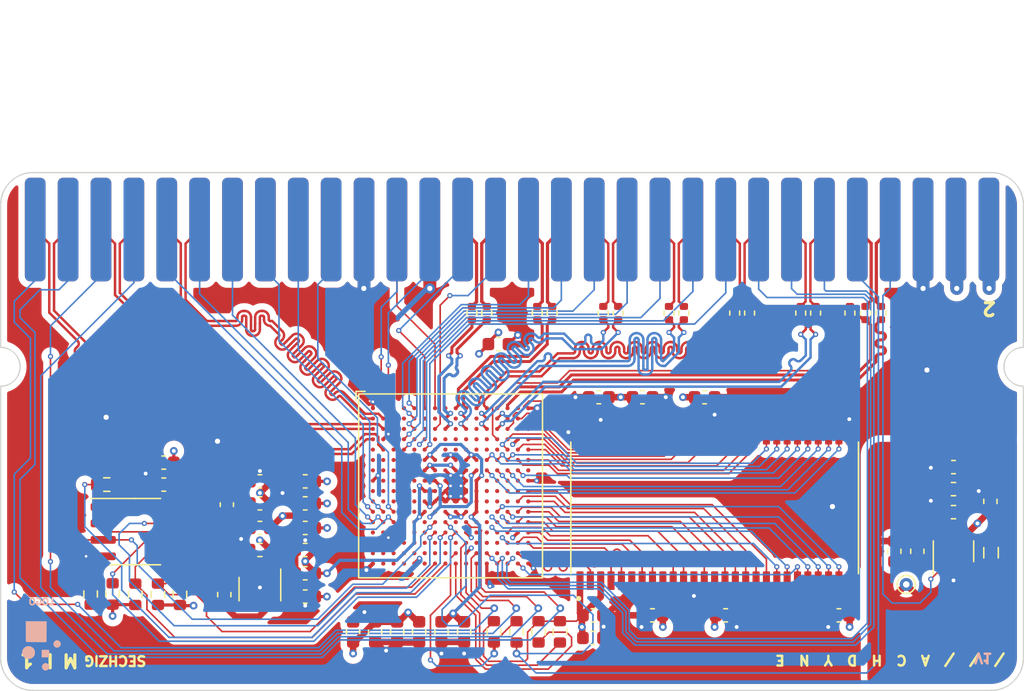
<source format=kicad_pcb>
(kicad_pcb (version 20211014) (generator pcbnew)
  (layers (0 "F.Cu" signal) (1 "In1.Cu" signal) (2 "In2.Cu" signal) (31 "B.Cu" signal) (34 "B.Paste" user) (35 "F.Paste" user) (36 "B.SilkS" user "B.Silkscreen") (37 "F.SilkS" user "F.Silkscreen") (38 "B.Mask" user) (39 "F.Mask" user) (44 "Edge.Cuts" user))
  (net 0 "")
  (net 1 "GND")
  (net 2 "/PWR5V0")
  (net 3 "Net-(L1-Pad1)")
  (net 4 "/PWR2V5")
  (net 5 "/PWR1V1")
  (net 8 "/CSPI_SCK")
  (net 9 "/CSPI_MISO")
  (net 10 "/CSPI_MOSI")
  (net 11 "/CSPI_SS")
  (net 16 "/JTAG_TCK")
  (net 17 "/JTAG_TDI")
  (net 18 "/JTAG_TDO")
  (net 19 "/JTAG_TMS")
  (net 22 "/INITN")
  (net 23 "/DONE")
  (net 24 "/SD_MOSI")
  (net 26 "/SD_SS")
  (net 27 "/SD_MISO")
  (net 28 "/SD_SCK")
  (net 29 "Net-(C29-Pad2)")
  (net 30 "/CSPI_SIO3")
  (net 46 "/PWR3V3")
  (net 88 "/DRAM_DQ0")
  (net 89 "/DRAM_DQ1")
  (net 90 "/DRAM_DQ2")
  (net 91 "/DRAM_DQ3")
  (net 92 "/DRAM_DQ4")
  (net 93 "/DRAM_DQ5")
  (net 94 "/DRAM_DQ6")
  (net 95 "/DRAM_DQ7")
  (net 96 "/DRAM_LDQM")
  (net 97 "/DRAM_WE")
  (net 98 "/DRAM_CAS")
  (net 99 "/DRAM_RAS")
  (net 100 "/DRAM_CS")
  (net 101 "/DRAM_BS0")
  (net 102 "/DRAM_BS1")
  (net 103 "/DRAM_A10")
  (net 104 "/DRAM_A0")
  (net 105 "/DRAM_A1")
  (net 106 "/DRAM_A2")
  (net 107 "/DRAM_A3")
  (net 108 "/DRAM_A4")
  (net 109 "/DRAM_A5")
  (net 110 "/DRAM_A6")
  (net 111 "/DRAM_A7")
  (net 112 "/DRAM_A8")
  (net 113 "/DRAM_A9")
  (net 114 "/DRAM_A11")
  (net 115 "/DRAM_A12")
  (net 116 "/DRAM_CKE")
  (net 117 "/DRAM_CLK")
  (net 118 "/DRAM_UDQM")
  (net 119 "/DRAM_DQ8")
  (net 120 "/DRAM_DQ9")
  (net 121 "/DRAM_DQ10")
  (net 122 "/DRAM_DQ11")
  (net 123 "/DRAM_DQ12")
  (net 124 "/DRAM_DQ13")
  (net 125 "/DRAM_DQ14")
  (net 126 "/DRAM_DQ15")
  (net 128 "/PROGRAMN")
  (net 129 "/SD_CD_N")
  (net 131 "/CSPI_SIO2")
  (net 134 "/CFG_1")
  (net 148 "/USBD_P")
  (net 149 "/SYS_PG")
  (net 150 "/SYS_RST_N")
  (net 151 "/USBD_N")
  (net 152 "/AUD_DIN")
  (net 153 "/DDMI_D0_P")
  (net 154 "/AUD_BCK")
  (net 155 "/DDMI_D0_N")
  (net 156 "/AUD_WS")
  (net 157 "/DDMI_D1_P")
  (net 158 "/ETH_TX0")
  (net 159 "/DDMI_D1_N")
  (net 160 "/ETH_TX1")
  (net 161 "/DDMI_D2_P")
  (net 162 "/ETH_RX0")
  (net 163 "/DDMI_D2_N")
  (net 164 "/ETH_RX1")
  (net 165 "/DDMI_CK_P")
  (net 166 "/ETH_TXEN")
  (net 167 "/DDMI_CK_N")
  (net 168 "/ETH_CRS_DV")
  (net 169 "/USBH0_P")
  (net 170 "/ETH_RST_N")
  (net 171 "/USBH0_N")
  (net 172 "/ETH_CLK50")
  (net 173 "/USBH1_P")
  (net 174 "/USBH1_N")
  (net 175 "/XB")
  (net 176 "/XA")
  (net 177 "/SYS_CLK48")
  (net 181 "/SD_D2")
  (net 182 "/SD_D1")
  (net 184 "/USBD_PU")
  (net 185 "/USBDC_P")
  (net 186 "/USBDC_N")
  (net 187 "/USBHC0_P")
  (net 188 "/USBHC0_N")
  (net 189 "/USBHC1_P")
  (net 190 "/USBHC1_N")
  (net 194 "/UART_TX")
  (net 195 "/UART_RX")
  (net 196 "/DDMIC_CK_N")
  (net 197 "/DDMIC_CK_P")
  (net 198 "/DDMIC_D0_N")
  (net 199 "/DDMIC_D0_P")
  (net 200 "/DDMIC_D1_N")
  (net 201 "/DDMIC_D1_P")
  (net 202 "/DDMIC_D2_N")
  (net 203 "/DDMIC_D2_P")
  (net 210 "/XC")
  (net 211 "/XD")
  (net 212 "/DS0_N")
  (net 213 "/DS0_P")
  (net 214 "/DS1_N")
  (net 215 "/DS1_P")
  (net 216 "/DS2_N")
  (net 217 "/DS2_P")
  (footprint "Capacitor_SMD:C_0603_1608Metric" (layer "F.Cu") (at 120.025 129.15 180)
    (fp_text reference "C26" hide)
    (fp_text value "4.7uF")
  )
  (footprint "Capacitor_SMD:C_0603_1608Metric" (layer "F.Cu") (at 117.275 132.6 90)
    (fp_text reference "C30" hide)
    (fp_text value "4.7uF")
  )
  (footprint "Resistor_SMD:R_0603_1608Metric" (layer "F.Cu") (at 169.028 129.25 -90)
    (fp_text reference "R22" hide)
    (fp_text value "100K")
  )
  (footprint "TestPoint:TestPoint_THTPad_D1.0mm_Drill0.5mm" (layer "F.Cu") (at 169.95 131.8125 90)
    (fp_text reference "TP1" hide)
    (fp_text value "TP_PWR1V1")
  )
  (footprint "Package_TO_SOT_SMD:SOT-23-6" (layer "F.Cu") (at 173.6 129.25 90)
    (fp_text reference "U5" hide)
    (fp_text value "TLV62568DDC")
  )
  (footprint "Capacitor_SMD:C_0603_1608Metric" (layer "F.Cu") (at 176.45 125.4 90)
    (fp_text reference "C25" hide)
    (fp_text value "4.7uF")
  )
  (footprint "Capacitor_SMD:C_0603_1608Metric" (layer "F.Cu") (at 173.6 126.228 180)
    (fp_text reference "C29" hide)
    (fp_text value "10pF")
  )
  (footprint "Capacitor_SMD:C_0603_1608Metric" (layer "F.Cu") (at 173.6 124.45 180)
    (fp_text reference "C32" hide)
    (fp_text value "22uF")
  )
  (footprint "Resistor_SMD:R_0603_1608Metric" (layer "F.Cu") (at 170.806 129.25 90)
    (fp_text reference "R23" hide)
    (fp_text value "120K")
  )
  (footprint "Package_TO_SOT_SMD:SOT-23-5" (layer "F.Cu") (at 120.025 132.175 -90)
    (fp_text reference "U6" hide)
    (fp_text value "TLV73325PDBV")
  )
  (footprint "Capacitor_SMD:C_0603_1608Metric" (layer "F.Cu") (at 117.475 125.65 90)
    (fp_text reference "C28" hide)
    (fp_text value "22uF")
  )
  (footprint "Resistor_SMD:R_0402_1005Metric" (layer "F.Cu") (at 141.45 110.85 -90)
    (fp_text reference "R18" hide)
    (fp_text value "22R")
  )
  (footprint "Capacitor_SMD:C_0603_1608Metric" (layer "F.Cu") (at 145.75 135.95 180)
    (fp_text reference "C23" hide)
    (fp_text value "10uF")
  )
  (footprint "Package_SO:SOIC-8_3.9x4.9mm_P1.27mm" (layer "F.Cu") (at 110.4 127.735)
    (fp_text reference "U3" hide)
    (fp_text value "W25Q32JVSS")
  )
  (footprint "Resistor_SMD:R_0402_1005Metric" (layer "F.Cu") (at 151.625 110.85 -90)
    (fp_text reference "R25" hide)
    (fp_text value "270R")
  )
  (footprint "Resistor_SMD:R_0402_1005Metric" (layer "F.Cu") (at 137.55 110.85 -90)
    (fp_text reference "R21" hide)
    (fp_text value "22R")
  )
  (footprint "Capacitor_SMD:C_0603_1608Metric" (layer "F.Cu") (at 112.6 124.1 180)
    (fp_text reference "C15" hide)
    (fp_text value "100nF")
  )
  (footprint "Capacitor_SMD:C_0603_1608Metric" (layer "F.Cu") (at 150.35 134.2)
    (fp_text reference "C21" hide)
    (fp_text value "100nF")
  )
  (footprint "Resistor_SMD:R_0603_1608Metric" (layer "F.Cu") (at 143.2 135.475 -90)
    (fp_text reference "R1" hide)
    (fp_text value "4K7")
  )
  (footprint "Resistor_SMD:R_0603_1608Metric" (layer "F.Cu") (at 110.4 132.575 90)
    (fp_text reference "R7" hide)
    (fp_text value "10K")
  )
  (footprint "Capacitor_SMD:C_0603_1608Metric" (layer "F.Cu") (at 112.6 122.4 180)
    (fp_text reference "C16" hide)
    (fp_text value "1uF")
  )
  (footprint "Capacitor_SMD:C_0603_1608Metric" (layer "F.Cu") (at 145.75 134.2 180)
    (fp_text reference "C20" hide)
    (fp_text value "100nF")
  )
  (footprint "Resistor_SMD:R_0402_1005Metric" (layer "F.Cu") (at 136.4 110.85 -90)
    (fp_text reference "R20" hide)
    (fp_text value "22R")
  )
  (footprint "Resistor_SMD:R_0603_1608Metric" (layer "F.Cu") (at 108.2 124.1 180)
    (fp_text reference "R4" hide)
    (fp_text value "10K")
  )
  (footprint "Capacitor_SMD:C_0603_1608Metric" (layer "F.Cu") (at 164.75 134.2)
    (fp_text reference "C18" hide)
    (fp_text value "100nF")
  )
  (footprint "Resistor_SMD:R_0402_1005Metric" (layer "F.Cu") (at 157.85 110.85 -90)
    (fp_text reference "R13" hide)
    (fp_text value "270R")
  )
  (footprint "Resistor_SMD:R_0402_1005Metric" (layer "F.Cu") (at 165.6 110.85 -90)
    (fp_text reference "R15" hide)
    (fp_text value "1K5")
  )
  (footprint "Capacitor_SMD:C_0603_1608Metric" (layer "F.Cu") (at 130.625 135.475 90)
    (fp_text reference "C3" hide)
    (fp_text value "220nF")
  )
  (footprint "Inductor_SMD:L_0805_2012Metric" (layer "F.Cu") (at 176.5 129.3625 90)
    (fp_text reference "L1" hide)
    (fp_text value "INDUCTOR")
  )
  (footprint "Resistor_SMD:R_0402_1005Metric" (layer "F.Cu") (at 162.95 110.85 -90)
    (fp_text reference "R11" hide)
    (fp_text value "270R")
  )
  (footprint "Resistor_SMD:R_0402_1005Metric" (layer "F.Cu") (at 166.8 110.85 -90)
    (fp_text reference "R16" hide)
    (fp_text value "22R")
  )
  (footprint "LD-MEMORY:SOP80P1176X120-54N" (layer "F.Cu") (at 155.15 125.9 90)
    (fp_text reference "U4" hide)
    (fp_text value "W9825G6KH-6")
  )
  (footprint "Resistor_SMD:R_0402_1005Metric" (layer "F.Cu") (at 147.7 110.85 -90)
    (fp_text reference "R26" hide)
    (fp_text value "270R")
  )
  (footprint "Capacitor_SMD:C_0603_1608Metric" (layer "F.Cu") (at 146.2 117.35)
    (fp_text reference "C24" hide)
    (fp_text value "10uF")
  )
  (footprint "Capacitor_SMD:C_0603_1608Metric" (layer "F.Cu") (at 134.05 135.475 90)
    (fp_text reference "C1" hide)
    (fp_text value "220nF")
  )
  (footprint "Capacitor_SMD:C_0603_1608Metric" (layer "F.Cu") (at 123.525 130.95)
    (fp_text reference "C9" hide)
    (fp_text value "1uF")
  )
  (footprint "Capacitor_SMD:C_0603_1608Metric" (layer "F.Cu") (at 128.925 135.475 90)
    (fp_text reference "C13" hide)
    (fp_text value "1uF")
  )
  (footprint "Resistor_SMD:R_0603_1608Metric" (layer "F.Cu") (at 141.55 135.475 -90)
    (fp_text reference "R2" hide)
    (fp_text value "4K7")
  )
  (footprint "Resistor_SMD:R_0402_1005Metric" (layer "F.Cu") (at 142.6 110.85 -90)
    (fp_text reference "R19" hide)
    (fp_text value "22R")
  )
  (footprint "Resistor_SMD:R_0402_1005Metric" (layer "F.Cu") (at 168 110.85 -90)
    (fp_text reference "R17" hide)
    (fp_text value "22R")
  )
  (footprint "Resistor_SMD:R_0402_1005Metric" (layer "F.Cu") (at 161.8 110.85 -90)
    (fp_text reference "R12" hide)
    (fp_text value "270R")
  )
  (footprint "Capacitor_SMD:C_0603_1608Metric" (layer "F.Cu") (at 120.025 125.55)
    (fp_text reference "C8" hide)
    (fp_text value "1uF")
  )
  (footprint "Capacitor_SMD:C_0603_1608Metric" (layer "F.Cu") (at 123.525 127.45)
    (fp_text reference "C12" hide)
    (fp_text value "220nF")
  )
  (footprint "Capacitor_SMD:C_0603_1608Metric" (layer "F.Cu") (at 123.525 125.55)
    (fp_text reference "C10" hide)
    (fp_text value "220nF")
  )
  (footprint "Resistor_SMD:R_0603_1608Metric" (layer "F.Cu") (at 139.85 135.475 90)
    (fp_text reference "R6" hide)
    (fp_text value "51R")
  )
  (footprint "Capacitor_SMD:C_0603_1608Metric" (layer "F.Cu") (at 123.525 132.75)
    (fp_text reference "C4" hide)
    (fp_text value "220nF")
  )
  (footprint "Capacitor_SMD:C_0603_1608Metric" (layer "F.Cu") (at 120.025 123.85 180)
    (fp_text reference "C31" hide)
    (fp_text value "22uF")
  )
  (footprint "Capacitor_SMD:C_0603_1608Metric" (layer "F.Cu") (at 135.8 135.475 90)
    (fp_text reference "C11" hide)
    (fp_text value "1uF")
  )
  (footprint "Package_BGA:BGA-256_14.0x14.0mm_Layout16x16_P0.8mm_Ball0.45mm_Pad0.32mm_NSMD" (layer "F.Cu") (at 134.753355 124.2)
    (fp_text reference "U1" hide)
    (fp_text value "Lattice_ECP_FPGA_ECP5U_45_CABGA256")
  )
  (footprint "Capacitor_SMD:C_0603_1608Metric" (layer "F.Cu") (at 156 134.2 180)
    (fp_text reference "C22" hide)
    (fp_text value "100nF")
  )
  (footprint "Resistor_SMD:R_0603_1608Metric" (layer "F.Cu") (at 112.15 132.575 90)
    (fp_text reference "R8" hide)
    (fp_text value "10K")
  )
  (footprint "Resistor_SMD:R_0402_1005Metric" (layer "F.Cu") (at 146.55 110.85 -90)
    (fp_text reference "R27" hide)
    (fp_text value "270R")
  )
  (footprint "Capacitor_SMD:C_0603_1608Metric" (layer "F.Cu") (at 120.025 127.45)
    (fp_text reference "C14" hide)
    (fp_text value "1uF")
  )
  (footprint "Capacitor_SMD:C_0603_1608Metric" (layer "F.Cu") (at 173.6 122.75 180)
    (fp_text reference "C33" hide)
    (fp_text value "22uF")
  )
  (footprint "Resistor_SMD:R_0402_1005Metric" (layer "F.Cu") (at 156.7 110.85 -90)
    (fp_text reference "R14" hide)
    (fp_text value "270R")
  )
  (footprint "Capacitor_SMD:C_0603_1608Metric" (layer "F.Cu") (at 138.45 113.25 180)
    (fp_text reference "C7" hide)
    (fp_text value "220nF")
  )
  (footprint "Capacitor_SMD:C_0603_1608Metric" (layer "F.Cu") (at 127.225 135.475 90)
    (fp_text reference "C27" hide)
    (fp_text value "22uF")
  )
  (footprint "Resistor_SMD:R_0603_1608Metric" (layer "F.Cu") (at 138.1 135.475 -90)
    (fp_text reference "R3" hide)
    (fp_text value "4K7")
  )
  (footprint "Capacitor_SMD:C_0603_1608Metric" (layer "F.Cu") (at 149.575 117.35 180)
    (fp_text reference "C19" hide)
    (fp_text value "100nF")
  )
  (footprint "Capacitor_SMD:C_0603_1608Metric" (layer "F.Cu") (at 123.525 123.85)
    (fp_text reference "C6" hide)
    (fp_text value "220nF")
  )
  (footprint "Capacitor_SMD:C_0603_1608Metric" (layer "F.Cu") (at 154.375 117.35 180)
    (fp_text reference "C17" hide)
    (fp_text value "100nF")
  )
  (footprint "Resistor_SMD:R_0603_1608Metric" (layer "F.Cu") (at 113.85 132.575 90)
    (fp_text reference "R10" hide)
    (fp_text value "10K")
  )
  (footprint "Capacitor_SMD:C_0603_1608Metric" (layer "F.Cu") (at 132.325 135.475 90)
    (fp_text reference "C5" hide)
    (fp_text value "220nF")
  )
  (footprint "Resistor_SMD:R_0402_1005Metric" (layer "F.Cu") (at 152.775 110.85 -90)
    (fp_text reference "R24" hide)
    (fp_text value "270R")
  )
  (footprint "Resistor_SMD:R_0603_1608Metric" (layer "F.Cu") (at 106.95 132.55 90)
    (fp_text reference "R9" hide)
    (fp_text value "10K")
  )
  (footprint "Capacitor_SMD:C_0603_1608Metric" (layer "F.Cu") (at 123.525 129.15)
    (fp_text reference "C2" hide)
    (fp_text value "220nF")
  )
  (footprint "Resistor_SMD:R_0603_1608Metric" (layer "F.Cu") (at 108.65 132.55 90)
    (fp_text reference "R5" hide)
    (fp_text value "1K")
  )
  (footprint "LD-LOGO:ld-kicad" (layer "B.Cu") (at 103 136.5)
    (fp_text reference "G***" hide)
    (fp_text value "LOGO")
  )
  (footprint "LD-EDGE:MACHDYNE_EDGE_60P" (layer "B.Cu") (at 139.5 104.4 90)
    (fp_text reference "U2" hide)
    (fp_text value "MACHDYNE-SECHZIG-60P")
  )
  (gr_line (start 100 113.5) (end 100 102.5) (layer "Edge.Cuts") (width 0.1))
  (gr_arc (start 102.5 140) (mid 100.732233 139.267767) (end 100 137.5) (layer "Edge.Cuts") (width 0.1))
  (gr_arc (start 100 113.5) (mid 101.5 115) (end 100 116.5) (layer "Edge.Cuts") (width 0.1))
  (gr_arc (start 176.5 100) (mid 178.267767 100.732233) (end 179 102.5) (layer "Edge.Cuts") (width 0.1))
  (gr_line (start 176.5 140) (end 102.5 140) (layer "Edge.Cuts") (width 0.1))
  (gr_line (start 100 116.5) (end 100 137.5) (layer "Edge.Cuts") (width 0.1))
  (gr_line (start 179 102.5) (end 179 113.5) (layer "Edge.Cuts") (width 0.1))
  (gr_line (start 179 116.5) (end 179 137.5) (layer "Edge.Cuts") (width 0.1))
  (gr_arc (start 179 116.5) (mid 177.5 115) (end 179 113.5) (layer "Edge.Cuts") (width 0.1))
  (gr_line (start 102.5 100) (end 176.5 100) (layer "Edge.Cuts") (width 0.1))
  (gr_arc (start 100 102.5) (mid 100.732233 100.732233) (end 102.5 100) (layer "Edge.Cuts") (width 0.1))
  (gr_arc (start 179 137.5) (mid 178.267767 139.267767) (end 176.5 140) (layer "Edge.Cuts") (width 0.1))
  (gr_text "V1" (at 175.9 137.5 180) (layer "B.SilkS") (effects (font (size 0.75 0.75) (thickness 0.1875)) (justify mirror)))
  (gr_text "2" (at 176.35 110.5 -180) (layer "F.SilkS") (effects (font (size 1 1) (thickness 0.25))))
  (gr_text "M L 1" (at 103.75 137.7 180) (layer "F.SilkS") (effects (font (size 1 1) (thickness 0.25))))
  (gr_text "SECHZIG" (at 108.85 137.7 180) (layer "F.SilkS") (effects (font (size 0.75 0.75) (thickness 0.1875))))
  (gr_text "/  /  /  A  C  H  D  Y  N  E" (at 168.7 137.66 180) (layer "F.SilkS") (effects (font (size 0.75 0.75) (thickness 0.1875))))
  (segment (start 155.125 120.18) (end 155.125 117.425) (width 0.5) (layer "F.Cu") (net 1))
  (segment (start 171.25 104.4) (end 171.25 108.95) (width 1) (layer "F.Cu") (net 1))
  (segment (start 151.125 118.075) (end 150.4 117.35) (width 0.5) (layer "F.Cu") (net 1))
  (segment (start 134.752637 124.999282) (end 134.752637 125.000718) (width 0.25) (layer "F.Cu") (net 1))
  (segment (start 136.35 129.003355) (end 135.953355 129.4) (width 0.25) (layer "F.Cu") (net 1))
  (segment (start 129.95 136.925) (end 130.625 136.25) (width 0.5) (layer "F.Cu") (net 1))
  (segment (start 173.6 130.3875) (end 173.6 131.5) (width 0.5) (layer "F.Cu") (net 1))
  (segment (start 140.753355 130.2) (end 140.8 130.2) (width 0.25) (layer "F.Cu") (net 1))
  (segment (start 170.806 126.394) (end 171.85 125.35) (width 0.5) (layer "F.Cu") (net 1))
  (segment (start 134.354073 123) (end 134.753355 123.399282) (width 0.25) (layer "F.Cu") (net 1))
  (segment (start 111.825 124.1) (end 111.825 123.875) (width 0.25) (layer "F.Cu") (net 1))
  (segment (start 130.625 136.3) (end 132.325 136.3) (width 0.5) (layer "F.Cu") (net 1))
  (segment (start 134.753355 124.2) (end 134.353355 123.8) (width 0.25) (layer "F.Cu") (net 1))
  (segment (start 135.953355 123.8) (end 135.95 123.8) (width 0.25) (layer "F.Cu") (net 1))
  (segment (start 151.375 117.35) (end 150.4 117.35) (width 0.5) (layer "F.Cu") (net 1))
  (segment (start 121.85 124.75) (end 122.75 123.85) (width 0.5) (layer "F.Cu") (net 1))
  (segment (start 131.953355 130.2) (end 131.953355 130.196645) (width 0.25) (layer "F.Cu") (net 1))
  (segment (start 122.75 129.15) (end 122.75 130.95) (width 0.5) (layer "F.Cu") (net 1))
  (segment (start 155.125 117.425) (end 155.2 117.35) (width 0.5) (layer "F.Cu") (net 1))
  (segment (start 148.75 132.199545) (end 148.75 131.52) (width 0.5) (layer "F.Cu") (net 1))
  (segment (start 132.753355 125.4) (end 132.753355 125.403355) (width 0.25) (layer "F.Cu") (net 1))
  (segment (start 137.553355 131.703355) (end 137.8 131.95) (width 0.25) (layer "F.Cu") (net 1))
  (segment (start 135.8 137.15) (end 135.8 136.25) (width 0.5) (layer "F.Cu") (net 1))
  (segment (start 107.925 129.64) (end 106.6 129.64) (width 0.25) (layer "F.Cu") (net 1))
  (segment (start 118.575 124.875) (end 118.575 124.525) (width 0.5) (layer "F.Cu") (net 1))
  (segment (start 140.8 130.2) (end 141.15 130.55) (width 0.25) (layer "F.Cu") (net 1))
  (segment (start 128.07 104.4) (end 128.07 108.93) (width 1) (layer "F.Cu") (net 1))
  (segment (start 153.55 131.52) (end 153.55 132.7) (width 0.5) (layer "F.Cu") (net 1))
  (segment (start 127.35 134.7) (end 128.1 133.95) (width 0.5) (layer "F.Cu") (net 1))
  (segment (start 135.553355 124.2) (end 135.953355 123.8) (width 0.25) (layer "F.Cu") (net 1))
  (segment (start 129.553355 120.6) (end 129.553355 120.596645) (width 0.25) (layer "F.Cu") (net 1))
  (segment (start 135.55 124.203355) (end 135.153355 124.6) (width 0.25) (layer "F.Cu") (net 1))
  (segment (start 176.4375 124.6) (end 176.45 124.6125) (width 0.5) (layer "F.Cu") (net 1))
  (segment (start 123.525 128.4) (end 123.5 128.4) (width 0.5) (layer "F.Cu") (net 1))
  (segment (start 129.775 136.925) (end 129.6 136.925) (width 0.5) (layer "F.Cu") (net 1))
  (segment (start 135.552637 124.999282) (end 135.153355 124.6) (width 0.25) (layer "F.Cu") (net 1))
  (segment (start 119.25 127.625) (end 118.575 128.3) (width 0.5) (layer "F.Cu") (net 1))
  (segment (start 137.553355 130.2) (end 137.553355 131.703355) (width 0.25) (layer "F.Cu") (net 1))
  (segment (start 146.749545 134.2) (end 148.75 132.199545) (width 0.5) (layer "F.Cu") (net 1))
  (segment (start 129.553355 127.803355) (end 129.95 128.2) (width 0.25) (layer "F.Cu") (net 1))
  (segment (start 119.875 132.2) (end 117.6625 132.2) (width 0.5) (layer "F.Cu") (net 1))
  (segment (start 135.55 123.4) (end 135.553355 123.4) (width 0.25) (layer "F.Cu") (net 1))
  (segment (start 156.85 134.225) (end 156.825 134.2) (width 0.5) (layer "F.Cu") (net 1))
  (segment (start 134.752637 124.999282) (end 134.754073 124.999282) (width 0.25) (layer "F.Cu") (net 1))
  (segment (start 134.353355 124.6) (end 134.753355 124.2) (width 0.25) (layer "F.Cu") (net 1))
  (segment (start 111.825 122.4) (end 111.825 122.625) (width 0.25) (layer "F.Cu") (net 1))
  (segment (start 128.753355 123.796645) (end 129.15 123.4) (width 0.25) (layer "F.Cu") (net 1))
  (segment (start 144.75 120.28) (end 144.08 120.28) (width 0.5) (layer "F.Cu") (net 1))
  (segment (start 135.95 123.8) (end 135.55 123.4) (width 0.25) (layer "F.Cu") (net 1))
  (segment (start 117.475 124.875) (end 118.575 124.875) (width 0.5) (layer "F.Cu") (net 1))
  (segment (start 135.55 124.2) (end 135.55 124.203355) (width 0.25) (layer "F.Cu") (net 1))
  (segment (start 129.553355 120.596645) (end 129.95 120.2) (width 0.25) (layer "F.Cu") (net 1))
  (segment (start 119.25 129.1375) (end 119.2375 129.15) (width 0.5) (layer "F.Cu") (net 1))
  (segment (start 151.15 120.28) (end 151.15 118.175) (width 0.5) (layer "F.Cu") (net 1))
  (segment (start 134.353355 123.799282) (end 134.753355 123.399282) (width 0.25) (layer "F.Cu") (net 1))
  (segment (start 134.753355 123.399282) (end 134.753355 123.4) (width 0.25) (layer "F.Cu") (net 1))
  (segment (start 172.825 122.75) (end 172.825 124.4375) (width 0.5) (layer "F.Cu") (net 1))
  (segment (start 128.07 108.93) (end 128.05 108.95) (width 1) (layer "F.Cu") (net 1))
  (segment (start 135.554073 124.999282) (end 135.953355 124.6) (width 0.25) (layer "F.Cu") (net 1))
  (segment (start 128.753355 130.2) (end 128.75 130.2) (width 0.25) (layer "F.Cu") (net 1))
  (segment (start 119.25 127.45) (end 119.25 127.625) (width 0.5) (layer "F.Cu") (net 1))
  (segment (start 134.353355 124.6) (end 134.752637 124.999282) (width 0.25) (layer "F.Cu") (net 1))
  (segment (start 172.825 122.75) (end 171.9 122.75) (width 0.5) (layer "F.Cu") (net 1))
  (segment (start 135.153355 123.8) (end 135.953355 124.6) (width 0.25) (layer "F.Cu") (net 1))
  (segment (start 146.575 135.075) (end 146.575 135.95) (width 0.5) (layer "F.Cu") (net 1))
  (segment (start 136.35 129) (end 136.35 129.003355) (width 0.25) (layer "F.Cu") (net 1))
  (segment (start 170.806 128.4625) (end 170.806 126.394) (width 0.5) (layer "F.Cu") (net 1))
  (segment (start 172.825 124.4375) (end 172.8125 124.45) (width 0.5) (layer "F.Cu") (net 1))
  (segment (start 133.952637 124.999282) (end 134.353355 125.4) (width 0.25) (layer "F.Cu") (net 1))
  (segment (start 132.753355 125.403355) (end 133.15 125.8) (width 0.25) (layer "F.Cu") (net 1))
  (segment (start 140.753355 123.8) (end 141.4 123.8) (width 0.25) (layer "F.Cu") (net 1))
  (segment (start 139.553355 121) (end 139.953355 120.6) (width 0.25) (layer "F.Cu") (net 1))
  (segment (start 131.953355 130.196645) (end 132.35 129.8) (width 0.25) (layer "F.Cu") (net 1))
  (segment (start 135.553355 123.4) (end 135.953355 123) (width 0.25) (layer "F.Cu") (net 1))
  (segment (start 136.35 128.196645) (end 135.953355 127.8) (width 0.25) (layer "F.Cu") (net 1))
  (segment (start 121.775 124.75) (end 121.95 124.75) (width 0.5) (layer "F.Cu") (net 1))
  (segment (start 136.35 128.2) (end 136.35 128.196645) (width 0.25) (layer "F.Cu") (net 1))
  (segment (start 134.752637 124.999282) (end 135.153355 125.4) (width 0.25) (layer "F.Cu") (net 1))
  (segment (start 120.025 123.05) (end 120.025 123.075) (width 0.5) (layer "F.Cu") (net 1))
  (segment (start 133.15 104.4) (end 133.15 108.95) (width 1) (layer "F.Cu") (net 1))
  (segment (start 111.825 122.625) (end 111.2 123.25) (width 0.25) (layer "F.Cu") (net 1))
  (segment (start 165.55 120.28) (end 165.55 119.05) (width 0.5) (layer "F.Cu") (net 1))
  (segment (start 145.375 117.35) (end 144.4 117.35) (width 0.5) (layer "F.Cu") (net 1))
  (segment (start 171.9 122.75) (end 171.85 122.8) (width 0.5) (layer "F.Cu") (net 1))
  (segment (start 133.952637 125.000718) (end 133.553355 125.4) (width 0.25) (layer "F.Cu") (net 1))
  (segment (start 118.575 124.875) (end 119.25 125.55) (width 0.5) (layer "F.Cu") (net 1))
  (segment (start 139.925 112.55) (end 139.225 113.25) (width 0.25) (layer "F.Cu") (net 1))
  (segment (start 163.925 134.2) (end 163.925 135.1) (width 0.5) (layer "F.Cu") (net 1))
  (segment (start 139.553355 128.2) (end 139.953355 127.8) (width 0.25) (layer "F.Cu") (net 1))
  (segment (start 123.45 133.45) (end 122.75 132.75) (width 0.5) (layer "F.Cu") (net 1))
  (segment (start 134.353355 123) (end 134.354073 123) (width 0.25) (layer "F.Cu") (net 1))
  (segment (start 146.35 120.28) (end 146.35 119.1) (width 0.5) (layer "F.Cu") (net 1))
  (segment (start 135.153355 122.199282) (end 134.753355 121.799282) (width 0.25) (layer "F.Cu") (net 1))
  (segment (start 139.55 121) (end 139.553355 121) (width 0.25) (layer "F.Cu") (net 1))
  (segment (start 129.775 136.925) (end 129.95 136.925) (width 0.5) (layer "F.Cu") (net 1))
  (segment (start 134.351919 124.6) (end 133.952637 124.999282) (width 0.25) (layer "F.Cu") (net 1))
  (segment (start 146.575 134.2) (end 146.575 135.075) (width 0.5) (layer "F.Cu") (net 1))
  (segment (start 134.754073 124.999282) (end 135.153355 124.6) (width 0.25) (layer "F.Cu") (net 1))
  (segment (start 133.952637 124.999282) (end 133.952637 125.000718) (width 0.25) (layer "F.Cu") (net 1))
  (segment (start 128.753355 118.2) (end 128.753355 117.7) (width 0.25) (layer "F.Cu") (net 1))
  (segment (start 128.75 130.2) (end 128.25 130.7) (width 0.25) (layer "F.Cu") (net 1))
  (segment (start 135.153355 122.2) (end 135.153355 122.199282) (width 0.25) (layer "F.Cu") (net 1))
  (segment (start 139.95 112.55) (end 139.925 112.55) (width 0.25) (layer "F.Cu") (net 1))
  (segment (start 135.552637 124.999282) (end 135.953355 125.4) (width 0.25) (layer "F.Cu") (net 1))
  (segment (start 156.85 135.1) (end 156.85 134.225) (width 0.5) (layer "F.Cu") (net 1))
  (segment (start 119.2375 129.15) (end 119.2375 128.9625) (width 0.5) (layer "F.Cu") (net 1))
  (segment (start 123.525 133.45) (end 123.45 133.45) (width 0.5) (layer "F.Cu") (net 1))
  (segment (start 122.75 127.45) (end 122.75 127.625) (width 0.5) (layer "F.Cu") (net 1))
  (segment (start 120.025 123.075) (end 119.25 123.85) (width 0.5) (layer "F.Cu") (net 1))
  (segment (start 117.6625 132.2) (end 117.275 131.8125) (width 0.5) (layer "F.Cu") (net 1))
  (segment (start 134.753355 123.4) (end 135.153355 123.8) (width 0.25) (layer "F.Cu") (net 1))
  (segment (start 129.6 136.925) (end 128.925 136.25) (width 0.5) (layer "F.Cu") (net 1))
  (segment (start 135.153355 123.796645) (end 135.55 123.4) (width 0.25) (layer "F.Cu") (net 1))
  (segment (start 149.5 135.1) (end 149.5 134.225) (width 0.5) (layer "F.Cu") (net 1))
  (segment (start 134.353355 122.199282) (end 134.753355 121.799282) (width 0.25) (layer "F.Cu") (net 1))
  (segment (start 134.05 137.15) (end 134.05 136.25) (width 0.5) (layer "F.Cu") (net 1))
  (segment (start 122.75 127.625) (end 123.525 128.4) (width 0.5) (layer "F.Cu") (net 1))
  (segment (start 134.353355 123.8) (end 134.353355 123.799282) (width 0.25) (layer "F.Cu") (net 1))
  (segment (start 121.95 124.75) (end 122.75 125.55) (width 0.5) (layer "F.Cu") (net 1))
  (segment (start 134.753355 124.2) (end 135.153355 124.6) (width 0.25) (layer "F.Cu") (net 1))
  (segment (start 134.752637 125.000718) (end 134.353355 125.4) (width 0.25) (layer "F.Cu") (net 1))
  (segment (start 135.153355 123.8) (end 135.153355 123.796645) (width 0.25) (layer "F.Cu") (net 1))
  (segment (start 144.08 120.28) (end 143.85 120.05) (width 0.5) (layer "F.Cu") (net 1))
  (segment (start 175.55 124.6) (end 176.4375 124.6) (width 0.5) (layer "F.Cu") (net 1))
  (segment (start 140.753355 118.2) (end 141.45 118.2) (width 0.25) (layer "F.Cu") (net 1))
  (segment (start 120.025 131.075) (end 120.025 132.05) (width 0.5) (layer "F.Cu") (net 1))
  (segment (start 135.55 124.2) (end 135.553355 124.2) (width 0.25) (layer "F.Cu") (net 1))
  (segment (start 134.753355 124.2) (end 135.153355 123.8) (width 0.25) (layer "F.Cu") (net 1))
  (segment (start 127.225 134.7) (end 127.35 134.7) (width 0.5) (layer "F.Cu") (net 1))
  (segment (start 134.353355 122.2) (end 134.353355 122.199282) (width 0.25) (layer "F.Cu") (net 1))
  (segment (start 139.55 128.2) (end 139.553355 128.2) (width 0.25) (layer "F.Cu") (net 1))
  (segment (start 134.353355 124.6) (end 134.351919 124.6) (width 0.25) (layer "F.Cu") (net 1))
  (segment (start 149.5 134.225) (end 149.525 134.2) (width 0.5) (layer "F.Cu") (net 1))
  (segment (start 123.5 128.4) (end 122.75 129.15) (width 0.5) (layer "F.Cu") (net 1))
  (segment (start 172.75 124.45) (end 171.85 125.35) (width 0.5) (layer "F.Cu") (net 1))
  (segment (start 135.552637 124.999282) (end 135.552637 125.000718) (width 0.25) (layer "F.Cu") (net 1))
  (segment (start 119.2375 128.9625) (end 118.575 128.3) (width 0.5) (layer "F.Cu") (net 1))
  (segment (start 135.552637 124.999282) (end 135.554073 124.999282) (width 0.25) (layer "F.Cu") (net 1))
  (segment (start 120.025 132.05) (end 119.875 132.2) (width 0.5) (layer "F.Cu") (net 1))
  (segment (start 121.775 124.75) (end 121.85 124.75) (width 0.5) (layer "F.Cu") (net 1))
  (segment (start 128.753355 123.8) (end 128.753355 123.796645) (width 0.25) (layer "F.Cu") (net 1))
  (segment (start 111.825 123.875) (end 111.2 123.25) (width 0.25) (layer "F.Cu") (net 1))
  (segment (start 172.8125 124.45) (end 172.75 124.45) (width 0.5) (layer "F.Cu") (net 1))
  (segment (start 146.575 134.2) (end 146.749545 134.2) (width 0.5) (layer "F.Cu") (net 1))
  (segment (start 133.553355 125.4) (end 133.55 125.4) (width 0.25) (layer "F.Cu") (net 1))
  (segment (start 133.55 125.4) (end 133.15 125.8) (width 0.25) (layer "F.Cu") (net 1))
  (segment (start 135.552637 125.000718) (end 135.153355 125.4) (width 0.25) (layer "F.Cu") (net 1))
  (segment (start 118.575 124.525) (end 119.25 123.85) (width 0.5) (layer "F.Cu") (net 1))
  (via (at 116.75 120.75) (size 0.8) (drill 0.4) (layers "F.Cu" "B.Cu") (net 1))
  (via (at 133.15 108.95) (size 0.8) (drill 0.4) (layers "F.Cu" "B.Cu") (net 1))
  (via (at 136.35 129) (size 0.4) (drill 0.2) (layers "F.Cu" "B.Cu") (net 1))
  (via (at 123.525 133.45) (size 0.6) (drill 0.3) (layers "F.Cu" "B.Cu") (net 1))
  (via (at 173.6 131.5) (size 0.6) (drill 0.3) (layers "F.Cu" "B.Cu") (net 1))
  (via (at 135.55 123.4) (size 0.4) (drill 0.2) (layers "F.Cu" "B.Cu") (net 1))
  (via (at 171.25 108.95) (size 0.8) (drill 0.4) (layers "F.Cu" "B.Cu") (net 1))
  (via (at 123.525 128.4) (size 0.6) (drill 0.3) (layers "F.Cu" "B.Cu") (net 1))
  (via (at 135.55 124.2) (size 0.4) (drill 0.2) (layers "F.Cu" "B.Cu") (net 1))
  (via (at 134.05 137.15) (size 0.6) (drill 0.3) (layers "F.Cu" "B.Cu") (net 1))
  (via (at 128.25 130.7) (size 0.6) (drill 0.3) (layers "F.Cu" "B.Cu") (net 1))
  (via (at 136.35 128.2) (size 0.4) (drill 0.2) (layers "F.Cu" "B.Cu") (net 1))
  (via (at 146.575 135.075) (size 0.6) (drill 0.3) (layers "F.Cu" "B.Cu") (net 1))
  (via (at 165.55 119.05) (size 0.6) (drill 0.3) (layers "F.Cu" "B.Cu") (net 1))
  (via (at 171.85 125.35) (size 0.6) (drill 0.3) (layers "F.Cu" "B.Cu") (net 1))
  (via (at 121.775 124.75) (size 0.6) (drill 0.3) (layers "F.Cu" "B.Cu") (net 1))
  (via (at 141.45 118.2) (size 0.6) (drill 0.3) (layers "F.Cu" "B.Cu") (net 1))
  (via (at 139.95 112.55) (size 0.6) (drill 0.3) (layers "F.Cu" "B.Cu") (net 1))
  (via (at 134.752637 124.999282) (size 0.4) (drill 0.2) (layers "F.Cu" "B.Cu") (net 1))
  (via (at 134.753355 124.2) (size 0.4) (drill 0.2) (layers "F.Cu" "B.Cu") (net 1))
  (via (at 132.35 129.8) (size 0.4) (drill 0.2) (layers "F.Cu" "B.Cu") (net 1))
  (via (at 139.55 128.2) (size 0.4) (drill 0.2) (layers "F.Cu" "B.Cu") (net 1))
  (via (at 135.552637 124.999282) (size 0.4) (drill 0.2) (layers "F.Cu" "B.Cu") (net 1))
  (via (at 106.6 129.64) (size 0.4) (drill 0.2) (layers "F.Cu" "B.Cu") (net 1))
  (via (at 134.753355 123.399282) (size 0.4) (drill 0.2) (layers "F.Cu" "B.Cu") (net 1))
  (via (at 129.95 128.2) (size 0.4) (drill 0.2) (layers "F.Cu" "B.Cu") (net 1))
  (via (at 108.15 118.9) (size 0.8) (drill 0.4) (layers "F.Cu" "B.Cu") (net 1))
  (via (at 155.15 118.7) (size 0.6) (drill 0.3) (layers "F.Cu" "B.Cu") (net 1))
  (via (at 175.55 124.6) (size 0.6) (drill 0.3) (layers "F.Cu" "B.Cu") (net 1))
  (via (at 143.85 120.05) (size 0.6) (drill 0.3) (layers "F.Cu" "B.Cu") (net 1))
  (via (at 146.35 119.1) (size 0.6) (drill 0.3) (layers "F.Cu" "B.Cu") (net 1))
  (via (at 163.925 135.1) (size 0.6) (drill 0.3) (layers "F.Cu" "B.Cu") (net 1))
  (via (at 151.375 117.35) (size 0.6) (drill 0.3) (layers "F.Cu" "B.Cu") (net 1))
  (via (at 111.2 123.25) (size 0.6) (drill 0.3) (layers "F.Cu" "B.Cu") (net 1))
  (via (at 133.15 125.8) (size 0.4) (drill 0.2) (layers "F.Cu" "B.Cu") (net 1))
  (via (at 156.85 135.1) (size 0.6) (drill 0.3) (layers "F.Cu" "B.Cu") (net 1))
  (via (at 149.5 135.1) (size 0.6) (drill 0.3) (layers "F.Cu" "B.Cu") (net 1))
  (via (at 129.95 120.2) (size 0.4) (drill 0.2) (layers "F.Cu" "B.Cu") (net 1))
  (via (at 137.8 131.95) (size 0.4) (drill 0.2) (layers "F.Cu" "B.Cu") (net 1))
  (via (at 129.775 136.925) (size 0.6) (drill 0.3) (layers "F.Cu" "B.Cu") (net 1))
  (via (at 128.05 108.95) (size 0.8) (drill 0.4) (layers "F.Cu" "B.Cu") (net 1))
  (via (at 120.025 132.05) (size 0.6) (drill 0.3) (layers "F.Cu" "B.Cu") (net 1))
  (via (at 128.1 133.95) (size 0.6) (drill 0.3) (layers "F.Cu" "B.Cu") (net 1))
  (via (at 141.15 130.55) (size 0.4) (drill 0.2) (layers "F.Cu" "B.Cu") (net 1))
  (via (at 135.8 137.15) (size 0.6) (drill 0.3) (layers "F.Cu" "B.Cu") (net 1))
  (via (at 164.25 125.8) (size 0.8) (drill 0.4) (layers "F.Cu" "B.Cu") (net 1))
  (via (at 144.4 117.35) (size 0.6) (drill 0.3) (layers "F.Cu" "B.Cu") (net 1))
  (via (at 128.753355 117.7) (size 0.4) (drill 0.2) (layers "F.Cu" "B.Cu") (net 1))
  (via (at 118.575 128.3) (size 0.6) (drill 0.3) (layers "F.Cu" "B.Cu") (net 1))
  (via (at 153.55 132.7) (size 0.6) (drill 0.3) (layers "F.Cu" "B.Cu") (net 1))
  (via (at 129.15 123.4) (size 0.4) (drill 0.2) (layers "F.Cu" "B.Cu") (net 1))
  (via (at 134.753355 121.799282) (size 0.4) (drill 0.2) (layers "F.Cu" "B.Cu") (net 1))
  (via (at 120.025 123.05) (size 0.6) (drill 0.3) (layers "F.Cu" "B.Cu") (net 1))
  (via (at 139.55 121) (size 0.4) (drill 0.2) (layers "F.Cu" "B.Cu") (net 1))
  (via (at 171.55 115.25) (size 0.8) (drill 0.4) (layers "F.Cu" "B.Cu") (net 1))
  (via (at 171.85 122.8) (size 0.6) (drill 0.3) (layers "F.Cu" "B.Cu") (net 1))
  (via (at 141.4 123.8) (size 0.4) (drill 0.2) (layers "F.Cu" "B.Cu") (net 1))
  (segment (start 128.07 108.93) (end 128.05 108.95) (width 1) (layer "B.Cu") (net 1))
  (segment (start 128.07 104.4) (end 128.07 108.93) (width 1) (layer "B.Cu") (net 1))
  (segment (start 171.25 104.4) (end 171.25 108.95) (width 1) (layer "B.Cu") (net 1))
  (segment (start 176.35 108.95) (end 176.35 104.42) (width 1) (layer "F.Cu") (net 2))
  (segment (start 176.3625 126.1875) (end 175.45 127.1) (width 0.5) (layer "F.Cu") (net 2))
  (segment (start 176.35 104.42) (end 176.33 104.4) (width 1) (layer "F.Cu") (net 2))
  (segment (start 176.45 126.1875) (end 176.3625 126.1875) (width 0.5) (layer "F.Cu") (net 2))
  (segment (start 174.55 128) (end 175.45 127.1) (width 0.5) (layer "F.Cu") (net 2))
  (segment (start 174.55 128.1125) (end 174.55 128) (width 0.5) (layer "F.Cu") (net 2))
  (via (at 176.35 108.95) (size 0.8) (drill 0.4) (layers "F.Cu" "B.Cu") (net 2))
  (via (at 175.45 127.1) (size 0.6) (drill 0.3) (layers "F.Cu" "B.Cu") (net 2))
  (segment (start 176.35 104.42) (end 176.33 104.4) (width 1) (layer "B.Cu") (net 2))
  (segment (start 176.35 108.95) (end 176.35 104.42) (width 1) (layer "B.Cu") (net 2))
  (segment (start 174.55 130.3875) (end 176.4625 130.3875) (width 0.5) (layer "F.Cu") (net 3))
  (segment (start 176.4625 130.3875) (end 176.5 130.425) (width 0.5) (layer "F.Cu") (net 3))
  (segment (start 117.275 133.45) (end 118.125 134.3) (width 0.5) (layer "F.Cu") (net 4))
  (segment (start 118.125 134.3) (end 119.95 134.3) (width 0.5) (layer "F.Cu") (net 4))
  (segment (start 132.753355 123.8) (end 133.553355 123.8) (width 0.25) (layer "F.Cu") (net 4))
  (segment (start 120.975 133.275) (end 120.975 133.07) (width 0.5) (layer "F.Cu") (net 4))
  (segment (start 136.75 123) (end 136.35 123.4) (width 0.25) (layer "F.Cu") (net 4))
  (segment (start 122.195 131.85) (end 123.4 131.85) (width 0.5) (layer "F.Cu") (net 4))
  (segment (start 136.753355 123) (end 136.75 123) (width 0.25) (layer "F.Cu") (net 4))
  (segment (start 133.154073 126.599282) (end 133.553355 126.2) (width 0.25) (layer "F.Cu") (net 4))
  (segment (start 123.4 131.85) (end 124.3 132.75) (width 0.5) (layer "F.Cu") (net 4))
  (segment (start 133.95 124.2) (end 133.95 124.196645) (width 0.25) (layer "F.Cu") (net 4))
  (segment (start 120.975 133.07) (end 122.195 131.85) (width 0.5) (layer "F.Cu") (net 4))
  (segment (start 124.3 132.75) (end 125.2 132.75) (width 0.25) (layer "F.Cu") (net 4))
  (segment (start 133.152637 126.599282) (end 133.154073 126.599282) (width 0.25) (layer "F.Cu") (net 4))
  (segment (start 133.95 124.196645) (end 133.553355 123.8) (width 0.25) (layer "F.Cu") (net 4))
  (segment (start 117.275 133.3875) (end 117.275 133.45) (width 0.5) (layer "F.Cu") (net 4))
  (segment (start 119.95 134.3) (end 120.975 133.275) (width 0.5) (layer "F.Cu") (net 4))
  (via (at 136.35 123.4) (size 0.4) (drill 0.2) (layers "F.Cu" "B.Cu") (net 4))
  (via (at 133.152637 126.599282) (size 0.4) (drill 0.2) (layers "F.Cu" "B.Cu") (net 4))
  (via (at 125.2 132.75) (size 0.6) (drill 0.3) (layers "F.Cu" "B.Cu") (net 4))
  (via (at 133.95 124.2) (size 0.4) (drill 0.2) (layers "F.Cu" "B.Cu") (net 4))
  (segment (start 133.152637 126.599282) (end 133.951919 125.8) (width 0.25) (layer "B.Cu") (net 4))
  (segment (start 136 125.8) (end 136.35 125.45) (width 0.25) (layer "B.Cu") (net 4))
  (segment (start 136.35 125.45) (end 136.35 123.4) (width 0.25) (layer "B.Cu") (net 4))
  (segment (start 133.951919 125.8) (end 136 125.8) (width 0.25) (layer "B.Cu") (net 4))
  (segment (start 133.951919 125.8) (end 133.951919 124.201919) (width 0.25) (layer "B.Cu") (net 4))
  (segment (start 133.951919 124.201919) (end 133.95 124.2) (width 0.25) (layer "B.Cu") (net 4))
  (segment (start 123.525 126.5) (end 123.525 126.325) (width 0.5) (layer "F.Cu") (net 5))
  (segment (start 127.225 136.25) (end 127.225 137.15) (width 0.5) (layer "F.Cu") (net 5))
  (segment (start 117.55 126.5) (end 117.475 126.425) (width 0.5) (layer "F.Cu") (net 5))
  (segment (start 123.525 126.325) (end 124.3 125.55) (width 0.5) (layer "F.Cu") (net 5))
  (segment (start 123.525 126.675) (end 124.3 127.45) (width 0.5) (layer "F.Cu") (net 5))
  (segment (start 127.225 136.25) (end 127.375 136.25) (width 0.5) (layer "F.Cu") (net 5))
  (segment (start 127.375 136.25) (end 128.925 134.7) (width 0.5) (layer "F.Cu") (net 5))
  (segment (start 123.525 126.5) (end 121.8 126.5) (width 0.5) (layer "F.Cu") (net 5))
  (segment (start 124.3 127.45) (end 125.2125 127.45) (width 0.25) (layer "F.Cu") (net 5))
  (segment (start 130.625 134.7) (end 128.925 134.7) (width 0.5) (layer "F.Cu") (net 5))
  (segment (start 132.753355 123) (end 132.753355 122.999282) (width 0.25) (layer "F.Cu") (net 5))
  (segment (start 121.8 126.5) (end 121.775 126.525) (width 0.5) (layer "F.Cu") (net 5))
  (segment (start 120.8 127.175) (end 120.125 126.5) (width 0.5) (layer "F.Cu") (net 5))
  (segment (start 134.752637 126.599282) (end 134.353355 126.2) (width 0.25) (layer "F.Cu") (net 5))
  (segment (start 124.3 125.55) (end 125.2125 125.55) (width 0.25) (layer "F.Cu") (net 5))
  (segment (start 174.3875 126.228) (end 174.428 126.228) (width 0.5) (layer "F.Cu") (net 5))
  (segment (start 135.554073 126.599282) (end 135.953355 126.2) (width 0.25) (layer "F.Cu") (net 5))
  (segment (start 133.152637 122.6) (end 133.153355 122.6) (width 0.25) (layer "F.Cu") (net 5))
  (segment (start 130.8 134.65) (end 131.475 133.975) (width 0.5) (layer "F.Cu") (net 5))
  (segment (start 135.552637 126.599282) (end 135.554073 126.599282) (width 0.25) (layer "F.Cu") (net 5))
  (segment (start 132.15 134.65) (end 131.475 133.975) (width 0.5) (layer "F.Cu") (net 5))
  (segment (start 135.552637 126.599282) (end 135.153355 126.2) (width 0.25) (layer "F.Cu") (net 5))
  (segment (start 133.153355 122.6) (end 133.553355 123) (width 0.25) (layer "F.Cu") (net 5))
  (segment (start 120.125 126.5) (end 117.55 126.5) (width 0.5) (layer "F.Cu") (net 5))
  (segment (start 132.325 134.65) (end 132.15 134.65) (width 0.5) (layer "F.Cu") (net 5))
  (segment (start 120.8 127.45) (end 120.85 127.45) (width 0.5) (layer "F.Cu") (net 5))
  (segment (start 132.753355 122.999282) (end 133.152637 122.6) (width 0.25) (layer "F.Cu") (net 5))
  (segment (start 123.525 126.5) (end 123.525 126.675) (width 0.5) (layer "F.Cu") (net 5))
  (segment (start 135.15 123) (end 134.75 122.6) (width 0.25) (layer "F.Cu") (net 5))
  (segment (start 130.625 134.65) (end 130.8 134.65) (width 0.5) (layer "F.Cu") (net 5))
  (segment (start 120.85 127.45) (end 121.775 126.525) (width 0.5) (layer "F.Cu") (net 5))
  (segment (start 120.8 127.45) (end 120.8 127.175) (width 0.5) (layer "F.Cu") (net 5))
  (segment (start 135.153355 123) (end 135.15 123) (width 0.25) (layer "F.Cu") (net 5))
  (via (at 125.2125 127.45) (size 0.6) (drill 0.3) (layers "F.Cu" "B.Cu") (net 5))
  (via (at 135.552637 126.599282) (size 0.4) (drill 0.2) (layers "F.Cu" "B.Cu") (net 5))
  (via (at 131.475 133.975) (size 0.6) (drill 0.3) (layers "F.Cu" "B.Cu") (net 5))
  (via (at 127.225 137.15) (size 0.6) (drill 0.3) (layers "F.Cu" "B.Cu") (net 5))
  (via (at 134.752637 126.599282) (size 0.4) (drill 0.2) (layers "F.Cu" "B.Cu") (net 5))
  (via (at 125.2125 125.55) (size 0.6) (drill 0.3) (layers "F.Cu" "B.Cu") (net 5))
  (via (at 133.152637 122.6) (size 0.4) (drill 0.2) (layers "F.Cu" "B.Cu") (net 5))
  (via (at 121.775 126.525) (size 0.6) (drill 0.3) (layers "F.Cu" "B.Cu") (net 5))
  (via (at 134.75 122.6) (size 0.4) (drill 0.2) (layers "F.Cu" "B.Cu") (net 5))
  (segment (start 133.152637 122.6) (end 134.75 122.6) (width 0.25) (layer "B.Cu") (net 5))
  (segment (start 135.552637 126.599282) (end 134.752637 126.599282) (width 0.25) (layer "B.Cu") (net 5))
  (segment (start 108.65 131.725) (end 108.65 131) (width 0.125) (layer "F.Cu") (net 8))
  (segment (start 135.15 127.8) (end 134.75 128.2) (width 0.125) (layer "F.Cu") (net 8))
  (segment (start 108.65 131) (end 111.28 128.37) (width 0.125) (layer "F.Cu") (net 8))
  (segment (start 135.153355 127.8) (end 135.15 127.8) (width 0.125) (layer "F.Cu") (net 8))
  (segment (start 111.28 128.37) (end 112.875 128.37) (width 0.125) (layer "F.Cu") (net 8))
  (via (at 108.65 131) (size 0.4) (drill 0.2) (layers "F.Cu" "B.Cu") (net 8))
  (via (at 134.75 128.2) (size 0.4) (drill 0.2) (layers "F.Cu" "B.Cu") (net 8))
  (segment (start 134.75 128.2) (end 134.75 130.175) (width 0.125) (layer "B.Cu") (net 8))
  (segment (start 127.6 132.8) (end 124.2 136.2) (width 0.125) (layer "B.Cu") (net 8))
  (segment (start 108.65 132.6) (end 108.65 131) (width 0.125) (layer "B.Cu") (net 8))
  (segment (start 134.75 130.175) (end 132.125 132.8) (width 0.125) (layer "B.Cu") (net 8))
  (segment (start 124.2 136.2) (end 112.25 136.2) (width 0.125) (layer "B.Cu") (net 8))
  (segment (start 132.125 132.8) (end 127.6 132.8) (width 0.125) (layer "B.Cu") (net 8))
  (segment (start 112.25 136.2) (end 108.65 132.6) (width 0.125) (layer "B.Cu") (net 8))
  (segment (start 117.1 135.45) (end 115.9 134.25) (width 0.125) (layer "F.Cu") (net 9))
  (segment (start 123.9 135.45) (end 117.1 135.45) (width 0.125) (layer "F.Cu") (net 9))
  (segment (start 108.575 127.75) (end 107.925 127.1) (width 0.125) (layer "F.Cu") (net 9))
  (segment (start 133.553355 130.2) (end 131.728355 132.025) (width 0.125) (layer "F.Cu") (net 9))
  (segment (start 127.325 132.025) (end 123.9 135.45) (width 0.125) (layer "F.Cu") (net 9))
  (segment (start 115.9 133.4) (end 115.1 132.6) (width 0.125) (layer "F.Cu") (net 9))
  (segment (start 113 132.6) (end 112.15 131.75) (width 0.125) (layer "F.Cu") (net 9))
  (segment (start 131.728355 132.025) (end 127.325 132.025) (width 0.125) (layer "F.Cu") (net 9))
  (segment (start 115.1 132.6) (end 113 132.6) (width 0.125) (layer "F.Cu") (net 9))
  (segment (start 112.75 131.75) (end 114.6 129.9) (width 0.125) (layer "F.Cu") (net 9))
  (segment (start 115.9 134.25) (end 115.9 133.4) (width 0.125) (layer "F.Cu") (net 9))
  (segment (start 114.6 128.15) (end 114.2 127.75) (width 0.125) (layer "F.Cu") (net 9))
  (segment (start 112.15 131.75) (end 112.75 131.75) (width 0.125) (layer "F.Cu") (net 9))
  (segment (start 114.2 127.75) (end 108.575 127.75) (width 0.125) (layer "F.Cu") (net 9))
  (segment (start 114.6 129.9) (end 114.6 128.15) (width 0.125) (layer "F.Cu") (net 9))
  (segment (start 134.353355 130.2) (end 132.003355 132.55) (width 0.125) (layer "F.Cu") (net 10))
  (segment (start 113.45 135.9) (end 111.3 133.75) (width 0.125) (layer "F.Cu") (net 10))
  (segment (start 111.3 133.75) (end 111.3 132.65) (width 0.125) (layer "F.Cu") (net 10))
  (segment (start 127.425 132.55) (end 124.075 135.9) (width 0.125) (layer "F.Cu") (net 10))
  (segment (start 110.4 131.75) (end 110.4 130.45) (width 0.125) (layer "F.Cu") (net 10))
  (segment (start 111.21 129.64) (end 112.875 129.64) (width 0.125) (layer "F.Cu") (net 10))
  (segment (start 110.4 130.45) (end 111.21 129.64) (width 0.125) (layer "F.Cu") (net 10))
  (segment (start 124.075 135.9) (end 113.45 135.9) (width 0.125) (layer "F.Cu") (net 10))
  (segment (start 111.3 132.65) (end 110.4 131.75) (width 0.125) (layer "F.Cu") (net 10))
  (segment (start 132.003355 132.55) (end 127.425 132.55) (width 0.125) (layer "F.Cu") (net 10))
  (segment (start 106.5 124.1) (end 107.375 124.1) (width 0.125) (layer "F.Cu") (net 11))
  (segment (start 107.925 124.65) (end 107.375 124.1) (width 0.125) (layer "F.Cu") (net 11))
  (segment (start 107.925 125.83) (end 107.925 124.65) (width 0.125) (layer "F.Cu") (net 11))
  (segment (start 134.35 127.8) (end 133.95 128.2) (width 0.125) (layer "F.Cu") (net 11))
  (segment (start 134.353355 127.8) (end 134.35 127.8) (width 0.125) (layer "F.Cu") (net 11))
  (via (at 106.5 124.1) (size 0.4) (drill 0.2) (layers "F.Cu" "B.Cu") (net 11))
  (via (at 133.95 128.2) (size 0.4) (drill 0.2) (layers "F.Cu" "B.Cu") (net 11))
  (segment (start 124.05 135.9) (end 113 135.9) (width 0.125) (layer "B.Cu") (net 11))
  (segment (start 113 135.9) (end 109.35 132.25) (width 0.125) (layer "B.Cu") (net 11))
  (segment (start 133.95 128.2) (end 133.95 130.175) (width 0.125) (layer "B.Cu") (net 11))
  (segment (start 131.675 132.45) (end 127.5 132.45) (width 0.125) (layer "B.Cu") (net 11))
  (segment (start 109.35 132.25) (end 109.35 130.2) (width 0.125) (layer "B.Cu") (net 11))
  (segment (start 109.35 130.2) (end 106.5 127.35) (width 0.125) (layer "B.Cu") (net 11))
  (segment (start 133.95 130.175) (end 131.675 132.45) (width 0.125) (layer "B.Cu") (net 11))
  (segment (start 127.5 132.45) (end 124.05 135.9) (width 0.125) (layer "B.Cu") (net 11))
  (segment (start 106.5 127.35) (end 106.5 124.1) (width 0.125) (layer "B.Cu") (net 11))
  (segment (start 135.953355 131.996645) (end 135.95 132) (width 0.125) (layer "F.Cu") (net 16))
  (segment (start 135.953355 130.2) (end 135.953355 131.996645) (width 0.125) (layer "F.Cu") (net 16))
  (segment (start 135.95 132.45) (end 137.15 133.65) (width 0.125) (layer "F.Cu") (net 16))
  (segment (start 105.95 133.35) (end 102 133.35) (width 0.125) (layer "F.Cu") (net 16))
  (segment (start 102 133.35) (end 101.05 132.4) (width 0.125) (layer "F.Cu") (net 16))
  (segment (start 135.95 132) (end 135.95 132.45) (width 0.125) (layer "F.Cu") (net 16))
  (segment (start 137.15 133.65) (end 138.125 133.65) (width 0.125) (layer "F.Cu") (net 16))
  (via (at 105.95 133.35) (size 0.4) (drill 0.2) (layers "F.Cu" "B.Cu") (net 16))
  (via (at 138.125 133.65) (size 0.6) (drill 0.3) (layers "F.Cu" "B.Cu") (net 16))
  (via (at 101.05 132.4) (size 0.4) (drill 0.2) (layers "F.Cu" "B.Cu") (net 16))
  (segment (start 124.55 136.7) (end 109.3 136.7) (width 0.125) (layer "B.Cu") (net 16))
  (segment (start 138.125 133.8) (end 136.575 135.35) (width 0.125) (layer "B.Cu") (net 16))
  (segment (start 136.575 135.35) (end 125.9 135.35) (width 0.125) (layer "B.Cu") (net 16))
  (segment (start 101.05 109.939341) (end 101.05 111.55) (width 0.125) (layer "B.Cu") (net 16))
  (segment (start 102.3 112.8) (end 102.3 122.05) (width 0.125) (layer "B.Cu") (net 16))
  (segment (start 138.125 133.65) (end 138.125 133.8) (width 0.125) (layer "B.Cu") (net 16))
  (segment (start 102.67 108.319339) (end 101.05 109.939341) (width 0.125) (layer "B.Cu") (net 16))
  (segment (start 102.67 104.4) (end 102.67 108.319339) (width 0.125) (layer "B.Cu") (net 16))
  (segment (start 125.9 135.35) (end 124.55 136.7) (width 0.125) (layer "B.Cu") (net 16))
  (segment (start 109.3 136.7) (end 105.95 133.35) (width 0.125) (layer "B.Cu") (net 16))
  (segment (start 102.3 122.05) (end 101.05 123.3) (width 0.125) (layer "B.Cu") (net 16))
  (segment (start 101.05 123.3) (end 101.05 132.4) (width 0.125) (layer "B.Cu") (net 16))
  (segment (start 101.05 111.55) (end 102.3 112.8) (width 0.125) (layer "B.Cu") (net 16))
  (segment (start 103.85 114.2) (end 103.85 130.05) (width 0.125) (layer "F.Cu") (net 17))
  (segment (start 136.35 132.35) (end 137.05 133.05) (width 0.125) (layer "F.Cu") (net 17))
  (segment (start 139.225 133.05) (end 139.825 133.65) (width 0.125) (layer "F.Cu") (net 17))
  (segment (start 136.35 129.803355) (end 136.35 132.35) (width 0.125) (layer "F.Cu") (net 17))
  (segment (start 137.05 133.05) (end 139.225 133.05) (width 0.125) (layer "F.Cu") (net 17))
  (segment (start 136.753355 129.4) (end 136.35 129.803355) (width 0.125) (layer "F.Cu") (net 17))
  (via (at 103.85 130.05) (size 0.4) (drill 0.2) (layers "F.Cu" "B.Cu") (net 17))
  (via (at 139.825 133.65) (size 0.6) (drill 0.3) (layers "F.Cu" "B.Cu") (net 17))
  (via (at 103.85 114.2) (size 0.4) (drill 0.2) (layers "F.Cu" "B.Cu") (net 17))
  (segment (start 103.85 130.15) (end 103.85 130.1) (width 0.125) (layer "B.Cu") (net 17))
  (segment (start 126.003554 135.6) (end 124.653553 136.95) (width 0.125) (layer "B.Cu") (net 17))
  (segment (start 103.85 130.1) (end 103.85 130.05) (width 0.125) (layer "B.Cu") (net 17))
  (segment (start 124.653553 136.95) (end 109.246446 136.95) (width 0.125) (layer "B.Cu") (net 17))
  (segment (start 138.025 135.6) (end 126.003554 135.6) (width 0.125) (layer "B.Cu") (net 17))
  (segment (start 103.85 132.05) (end 103.85 130.15) (width 0.125) (layer "B.Cu") (net 17))
  (segment (start 107.75 107.95) (end 103.85 111.85) (width 0.125) (layer "B.Cu") (net 17))
  (segment (start 108.75 136.95) (end 107.55 135.75) (width 0.125) (layer "B.Cu") (net 17))
  (segment (start 107.55 135.75) (end 103.85 132.05) (width 0.125) (layer "B.Cu") (net 17))
  (segment (start 107.75 104.4) (end 107.75 107.95) (width 0.125) (layer "B.Cu") (net 17))
  (segment (start 139.825 133.65) (end 139.825 133.8) (width 0.125) (layer "B.Cu") (net 17))
  (segment (start 103.85 111.85) (end 103.85 114.2) (width 0.125) (layer "B.Cu") (net 17))
  (segment (start 139.825 133.8) (end 138.025 135.6) (width 0.125) (layer "B.Cu") (net 17))
  (segment (start 109.246446 136.95) (end 108.75 136.95) (width 0.125) (layer "B.Cu") (net 17))
  (segment (start 136.353355 127.4) (end 136.9 127.4) (width 0.125) (layer "F.Cu") (net 18))
  (segment (start 137.100855 127.699145) (end 137.100855 131.849145) (width 0.125) (layer "F.Cu") (net 18))
  (segment (start 136.9 127.4) (end 137.15 127.65) (width 0.125) (layer "F.Cu") (net 18))
  (segment (start 137.15 127.65) (end 137.100855 127.699145) (width 0.125) (layer "F.Cu") (net 18))
  (segment (start 137.1 131.85) (end 137.1 132.05) (width 0.125) (layer "F.Cu") (net 18))
  (segment (start 137.100855 131.849145) (end 137.1 131.85) (width 0.125) (layer "F.Cu") (net 18))
  (segment (start 137.1 132.05) (end 137.45 132.4) (width 0.125) (layer "F.Cu") (net 18))
  (segment (start 141.975 132.4) (end 143.225 133.65) (width 0.125) (layer "F.Cu") (net 18))
  (segment (start 137.45 132.4) (end 141.975 132.4) (width 0.125) (layer "F.Cu") (net 18))
  (segment (start 135.953355 127) (end 136.353355 127.4) (width 0.125) (layer "F.Cu") (net 18))
  (via (at 143.225 133.65) (size 0.6) (drill 0.3) (layers "F.Cu" "B.Cu") (net 18))
  (segment (start 140.925 136.1) (end 143.225 133.8) (width 0.125) (layer "B.Cu") (net 18))
  (segment (start 101.5 111.2) (end 102.65 112.35) (width 0.125) (layer "B.Cu") (net 18))
  (segment (start 143.225 133.8) (end 143.225 133.65) (width 0.125) (layer "B.Cu") (net 18))
  (segment (start 124.860659 137.45) (end 126.210662 136.1) (width 0.125) (layer "B.Cu") (net 18))
  (segment (start 102.65 112.35) (end 102.65 122.55) (width 0.125) (layer "B.Cu") (net 18))
  (segment (start 102.65 122.55) (end 101.5 123.7) (width 0.125) (layer "B.Cu") (net 18))
  (segment (start 107.65 137.45) (end 124.860659 137.45) (width 0.125) (layer "B.Cu") (net 18))
  (segment (start 103.042892 109.05) (end 101.5 110.592892) (width 0.125) (layer "B.Cu") (net 18))
  (segment (start 105.21 104.4) (end 105.21 108.34) (width 0.125) (layer "B.Cu") (net 18))
  (segment (start 101.5 131.3) (end 107.65 137.45) (width 0.125) (layer "B.Cu") (net 18))
  (segment (start 126.210662 136.1) (end 140.925 136.1) (width 0.125) (layer "B.Cu") (net 18))
  (segment (start 101.5 110.592892) (end 101.5 111.2) (width 0.125) (layer "B.Cu") (net 18))
  (segment (start 104.5 109.05) (end 103.042892 109.05) (width 0.125) (layer "B.Cu") (net 18))
  (segment (start 101.5 123.7) (end 101.5 131.3) (width 0.125) (layer "B.Cu") (net 18))
  (segment (start 105.21 108.34) (end 104.5 109.05) (width 0.125) (layer "B.Cu") (net 18))
  (segment (start 140.625 132.75) (end 141.525 133.65) (width 0.125) (layer "F.Cu") (net 19))
  (segment (start 136.753355 130.2) (end 136.753355 132.253355) (width 0.125) (layer "F.Cu") (net 19))
  (segment (start 137.25 132.75) (end 140.625 132.75) (width 0.125) (layer "F.Cu") (net 19))
  (segment (start 136.753355 132.253355) (end 137.25 132.75) (width 0.125) (layer "F.Cu") (net 19))
  (via (at 141.525 133.65) (size 0.6) (drill 0.3) (layers "F.Cu" "B.Cu") (net 19))
  (segment (start 141.525 133.8) (end 141.525 133.65) (width 0.125) (layer "B.Cu") (net 19))
  (segment (start 103.1 132.05) (end 108.25 137.2) (width 0.125) (layer "B.Cu") (net 19))
  (segment (start 124.757106 137.2) (end 126.107108 135.85) (width 0.125) (layer "B.Cu") (net 19))
  (segment (start 139.475 135.85) (end 141.525 133.8) (width 0.125) (layer "B.Cu") (net 19))
  (segment (start 110.29 104.4) (end 110.29 108.51) (width 0.125) (layer "B.Cu") (net 19))
  (segment (start 110.29 108.51) (end 103.1 115.7) (width 0.125) (layer "B.Cu") (net 19))
  (segment (start 108.25 137.2) (end 124.757106 137.2) (width 0.125) (layer "B.Cu") (net 19))
  (segment (start 103.1 115.7) (end 103.1 132.05) (width 0.125) (layer "B.Cu") (net 19))
  (segment (start 126.107108 135.85) (end 139.475 135.85) (width 0.125) (layer "B.Cu") (net 19))
  (segment (start 135.153355 132.653355) (end 136.7 134.2) (width 0.125) (layer "F.Cu") (net 22))
  (segment (start 137.45 138.35) (end 142.3 138.35) (width 0.125) (layer "F.Cu") (net 22))
  (segment (start 144.1 135.9) (end 143.7 135.5) (width 0.125) (layer "F.Cu") (net 22))
  (segment (start 135.153355 130.2) (end 135.153355 132.653355) (width 0.125) (layer "F.Cu") (net 22))
  (segment (start 136.7 134.2) (end 136.7 137.6) (width 0.125) (layer "F.Cu") (net 22))
  (segment (start 136.7 137.6) (end 137.45 138.35) (width 0.125) (layer "F.Cu") (net 22))
  (segment (start 142.3 138.35) (end 144.1 136.55) (width 0.125) (layer "F.Cu") (net 22))
  (segment (start 143.7 135.5) (end 142.35 135.5) (width 0.125) (layer "F.Cu") (net 22))
  (segment (start 144.1 136.55) (end 144.1 135.9) (width 0.125) (layer "F.Cu") (net 22))
  (segment (start 142.35 135.5) (end 141.55 136.3) (width 0.125) (layer "F.Cu") (net 22))
  (segment (start 128.75 127) (end 128.35 126.6) (width 0.125) (layer "F.Cu") (net 24))
  (segment (start 128.753355 127) (end 128.75 127) (width 0.125) (layer "F.Cu") (net 24))
  (via (at 128.35 126.6) (size 0.4) (drill 0.2) (layers "F.Cu" "B.Cu") (net 24))
  (segment (start 127.4 125.65) (end 128.35 126.6) (width 0.125) (layer "B.Cu") (net 24))
  (segment (start 127.4 120.5) (end 127.4 125.65) (width 0.125) (layer "B.Cu") (net 24))
  (segment (start 117.91 104.4) (end 117.91 111.01) (width 0.125) (layer "B.Cu") (net 24))
  (segment (start 117.91 111.01) (end 127.4 120.5) (width 0.125) (layer "B.Cu") (net 24))
  (segment (start 129.553355 126.2) (end 129.55 126.2) (width 0.125) (layer "F.Cu") (net 26))
  (segment (start 129.55 126.2) (end 129.15 125.8) (width 0.125) (layer "F.Cu") (net 26))
  (via (at 129.15 125.8) (size 0.4) (drill 0.2) (layers "F.Cu" "B.Cu") (net 26))
  (segment (start 128.5 119.2) (end 128.5 125.15) (width 0.125) (layer "B.Cu") (net 26))
  (segment (start 128.5 125.15) (end 129.15 125.8) (width 0.125) (layer "B.Cu") (net 26))
  (segment (start 122.99 113.69) (end 128.5 119.2) (width 0.125) (layer "B.Cu") (net 26))
  (segment (start 122.99 104.4) (end 122.99 113.69) (width 0.125) (layer "B.Cu") (net 26))
  (segment (start 128.753355 126.2) (end 128.75 126.2) (width 0.125) (layer "F.Cu") (net 27))
  (segment (start 128.75 126.2) (end 128.35 125.8) (width 0.125) (layer "F.Cu") (net 27))
  (via (at 128.35 125.8) (size 0.4) (drill 0.2) (layers "F.Cu" "B.Cu") (net 27))
  (segment (start 128 125.45) (end 128.35 125.8) (width 0.125) (layer "B.Cu") (net 27))
  (segment (start 120.45 107.6) (end 121.5 108.65) (width 0.125) (layer "B.Cu") (net 27))
  (segment (start 121.5 113) (end 128 119.5) (width 0.125) (layer "B.Cu") (net 27))
  (segment (start 128 119.5) (end 128 125.45) (width 0.125) (layer "B.Cu") (net 27))
  (segment (start 121.5 108.65) (end 121.5 113) (width 0.125) (layer "B.Cu") (net 27))
  (segment (start 120.45 104.4) (end 120.45 107.6) (width 0.125) (layer "B.Cu") (net 27))
  (segment (start 130.35 126.2) (end 129.95 125.8) (width 0.125) (layer "F.Cu") (net 28))
  (segment (start 130.353355 126.2) (end 130.35 126.2) (width 0.125) (layer "F.Cu") (net 28))
  (via (at 129.95 125.8) (size 0.4) (drill 0.2) (layers "F.Cu" "B.Cu") (net 28))
  (segment (start 125.53 104.4) (end 125.53 107.62) (width 0.125) (layer "B.Cu") (net 28))
  (segment (start 129.95 121.6) (end 129.95 125.8) (width 0.125) (layer "B.Cu") (net 28))
  (segment (start 129.1 118.95) (end 129.1 120.75) (width 0.125) (layer "B.Cu") (net 28))
  (segment (start 124.5 114.35) (end 129.1 118.95) (width 0.125) (layer "B.Cu") (net 28))
  (segment (start 124.5 108.65) (end 124.5 114.35) (width 0.125) (layer "B.Cu") (net 28))
  (segment (start 125.53 107.62) (end 124.5 108.65) (width 0.125) (layer "B.Cu") (net 28))
  (segment (start 129.1 120.75) (end 129.95 121.6) (width 0.125) (layer "B.Cu") (net 28))
  (segment (start 172.65 126.3905) (end 172.8125 126.228) (width 0.5) (layer "F.Cu") (net 29))
  (segment (start 170.806 129.9565) (end 172.65 128.1125) (width 0.5) (layer "F.Cu") (net 29))
  (segment (start 170.806 130.0375) (end 170.806 129.9565) (width 0.5) (layer "F.Cu") (net 29))
  (segment (start 170.806 130.0375) (end 169.028 130.0375) (width 0.5) (layer "F.Cu") (net 29))
  (segment (start 172.65 128.1125) (end 172.65 126.3905) (width 0.5) (layer "F.Cu") (net 29))
  (segment (start 113.85 131.75) (end 114.05 131.75) (width 0.125) (layer "F.Cu") (net 30))
  (segment (start 133.553355 127.8) (end 133.55 127.8) (width 0.125) (layer "F.Cu") (net 30))
  (segment (start 115.05 130.75) (end 115.05 127.85) (width 0.125) (layer "F.Cu") (net 30))
  (segment (start 114.05 131.75) (end 115.05 130.75) (width 0.125) (layer "F.Cu") (net 30))
  (segment (start 114.3 127.1) (end 112.875 127.1) (width 0.125) (layer "F.Cu") (net 30))
  (segment (start 111.1 127.1) (end 112.875 127.1) (width 0.125) (layer "F.Cu") (net 30))
  (segment (start 133.55 127.8) (end 133.15 128.2) (width 0.125) (layer "F.Cu") (net 30))
  (segment (start 115.05 127.85) (end 114.3 127.1) (width 0.125) (layer "F.Cu") (net 30))
  (via (at 133.15 128.2) (size 0.4) (drill 0.2) (layers "F.Cu" "B.Cu") (net 30))
  (via (at 111.1 127.1) (size 0.4) (drill 0.2) (layers "F.Cu" "B.Cu") (net 30))
  (segment (start 109.95 127.1) (end 111.1 127.1) (width 0.125) (layer "B.Cu") (net 30))
  (segment (start 133.15 128.2) (end 133.15 130.3) (width 0.125) (layer "B.Cu") (net 30))
  (segment (start 109.95 131.55) (end 109.95 129.55) (width 0.125) (layer "B.Cu") (net 30))
  (segment (start 131.35 132.1) (end 127.4 132.1) (width 0.125) (layer "B.Cu") (net 30))
  (segment (start 127.4 132.1) (end 124.5 135) (width 0.125) (layer "B.Cu") (net 30))
  (segment (start 109.15 127.9) (end 109.95 127.1) (width 0.125) (layer "B.Cu") (net 30))
  (segment (start 109.95 129.55) (end 109.15 128.75) (width 0.125) (layer "B.Cu") (net 30))
  (segment (start 109.15 128.75) (end 109.15 127.9) (width 0.125) (layer "B.Cu") (net 30))
  (segment (start 133.15 130.3) (end 131.35 132.1) (width 0.125) (layer "B.Cu") (net 30))
  (segment (start 124.5 135) (end 113.4 135) (width 0.125) (layer "B.Cu") (net 30))
  (segment (start 113.4 135) (end 109.95 131.55) (width 0.125) (layer "B.Cu") (net 30))
  (segment (start 165.55 134.175) (end 165.575 134.2) (width 0.5) (layer "F.Cu") (net 46))
  (segment (start 113.375 125.33) (end 112.875 125.83) (width 0.25) (layer "F.Cu") (net 46))
  (segment (start 173.85 104.46) (end 173.79 104.4) (width 1) (layer "F.Cu") (net 46))
  (segment (start 137.3 135.45) (end 138.1 134.65) (width 0.125) (layer "F.Cu") (net 46))
  (segment (start 136.753355 126.2) (end 136.75 126.2) (width 0.25) (layer "F.Cu") (net 46))
  (segment (start 147.9 117.35) (end 147.025 117.35) (width 0.5) (layer "F.Cu") (net 46))
  (segment (start 132.35 124.199282) (end 132.352637 124.199282) (width 0.25) (layer "F.Cu") (net 46))
  (segment (start 132.353355 126.6) (end 132.753355 126.2) (width 0.25) (layer "F.Cu") (net 46))
  (segment (start 137.675 113.125) (end 138.45 112.35) (width 0.25) (layer "F.Cu") (net 46))
  (segment (start 155.15 135.1) (end 155.15 134.225) (width 0.5) (layer "F.Cu") (net 46))
  (segment (start 144.925 135.125) (end 144.9 135.1) (width 0.5) (layer "F.Cu") (net 46))
  (segment (start 141.55 134.65) (end 140.7 135.5) (width 0.125) (layer "F.Cu") (net 46))
  (segment (start 146.35 131.52) (end 146.35 132.775) (width 0.5) (layer "F.Cu") (net 46))
  (segment (start 113.85 133.4) (end 112.15 133.4) (width 0.25) (layer "F.Cu") (net 46))
  (segment (start 136.353355 121.8) (end 136.753355 122.2) (width 0.25) (layer "F.Cu") (net 46))
  (segment (start 120.025 128.4) (end 120.0625 128.4) (width 0.5) (layer "F.Cu") (net 46))
  (segment (start 148.725 120.18) (end 148.725 117.375) (width 0.5) (layer "F.Cu") (net 46))
  (segment (start 120.0625 128.4) (end 120.8125 129.15) (width 0.5) (layer "F.Cu") (net 46))
  (segment (start 119.075 130.42) (end 119.395 130.1) (width 0.5) (layer "F.Cu") (net 46))
  (segment (start 136.753355 125.4) (end 136.753355 125.846645) (width 0.25) (layer "F.Cu") (net 46))
  (segment (start 123.45 123) (end 121.65 123) (width 0.5) (layer "F.Cu") (net 46))
  (segment (start 155.15 134.225) (end 155.175 134.2) (width 0.5) (layer "F.Cu") (net 46))
  (segment (start 132.35 126.6) (end 132.353355 126.6) (width 0.25) (layer "F.Cu") (net 46))
  (segment (start 137.675 113.25) (end 137.675 113.125) (width 0.25) (layer "F.Cu") (net 46))
  (segment (start 144.9 134.225) (end 144.925 134.2) (width 0.5) (layer "F.Cu") (net 46))
  (segment (start 120.025 124.775) (end 120.8 125.55) (width 0.5) (layer "F.Cu") (net 46))
  (segment (start 133.152637 121.799282) (end 133.553355 122.2) (width 0.25) (layer "F.Cu") (net 46))
  (segment (start 136.753355 124.6) (end 136.753355 123.8) (width 0.25) (layer "F.Cu") (net 46))
  (segment (start 141.55 134.65) (end 143.2 134.65) (width 0.125) (layer "F.Cu") (net 46))
  (segment (start 124.1125 129.3375) (end 124.3 129.15) (width 0.25) (layer "F.Cu") (net 46))
  (segment (start 113.375 124.1) (end 113.375 125.33) (width 0.25) (layer "F.Cu") (net 46))
  (segment (start 124.3 130.95) (end 125.2 130.95) (width 0.25) (layer "F.Cu") (net 46))
  (segment (start 135.953355 122.2) (end 135.953355 122.196645) (width 0.25) (layer "F.Cu") (net 46))
  (segment (start 140.5 137.75) (end 137.7 137.75) (width 0.125) (layer "F.Cu") (net 46))
  (segment (start 123.525 129.925) (end 124.1125 129.3375) (width 0.5) (layer "F.Cu") (net 46))
  (segment (start 151.15 131.52) (end 151.15 134.175) (width 0.5) (layer "F.Cu") (net 46))
  (segment (start 147.9 117.35) (end 148.75 117.35) (width 0.5) (layer "F.Cu") (net 46))
  (segment (start 108.65 133.375) (end 108.65 134.25) (width 0.25) (layer "F.Cu") (net 46))
  (segment (start 136.753355 125.846645) (end 136.753355 126.2) (width 0.25) (layer "F.Cu") (net 46))
  (segment (start 136.35 121.8) (end 136.353355 121.8) (width 0.25) (layer "F.Cu") (net 46))
  (segment (start 173.85 108.95) (end 173.85 104.46) (width 1) (layer "F.Cu") (net 46))
  (segment (start 119.075 131.075) (end 119.075 130.42) (width 0.5) (layer "F.Cu") (net 46))
  (segment (start 134.05 134.7) (end 134.3 134.7) (width 0.5) (layer "F.Cu") (net 46))
  (segment (start 153.525 120.18) (end 153.525 117.375) (width 0.5) (layer "F.Cu") (net 46))
  (segment (start 133.152637 121.800718) (end 132.753355 122.2) (width 0.25) (layer "F.Cu") (net 46))
  (segment (start 113.375 122.4) (end 113.375 121.5) (width 0.25) (layer "F.Cu") (net 46))
  (segment (start 155.15 131.52) (end 155.15 134.175) (width 0.5) (layer "F.Cu") (net 46))
  (segment (start 136.75 126.2) (end 136.35 126.6) (width 0.25) (layer "F.Cu") (net 46))
  (segment (start 144.9 135.1) (end 144.9 134.225) (width 0.5) (layer "F.Cu") (net 46))
  (segment (start 137.7 137.75) (end 137.3 137.35) (width 0.125) (layer "F.Cu") (net 46))
  (segment (start 120.655 130.1) (end 120.975 130.42) (width 0.5) (layer "F.Cu") (net 46))
  (segment (start 109.025 124.1) (end 110.755 125.83) (width 0.25) (layer "F.Cu") (net 46))
  (segment (start 120.975 129.3125) (end 120.8125 129.15) (width 0.5) (layer "F.Cu") (net 46))
  (segment (start 165.575 134.2) (end 165.575 135.1) (width 0.5) (layer "F.Cu") (net 46))
  (segment (start 135.953355 122.196645) (end 136.35 121.8) (width 0.25) (layer "F.Cu") (net 46))
  (segment (start 137.3 137.35) (end 137.3 135.45) (width 0.125) (layer "F.Cu") (net 46))
  (segment (start 124.3 123.85) (end 125.2125 123.85) (width 0.25) (layer "F.Cu") (net 46))
  (segment (start 151.15 135.1) (end 151.15 134.225) (width 0.5) (layer "F.Cu") (net 46))
  (segment (start 135.6 134.7) (end 134.95 134.05) (width 0.5) (layer "F.Cu") (net 46))
  (segment (start 140.7 137.55) (end 140.5 137.75) (width 0.125) (layer "F.Cu") (net 46))
  (segment (start 110.375 133.375) (end 110.4 133.4) (width 0.25) (layer "F.Cu") (net 46))
  (segment (start 137.675 113.275) (end 136.95 114) (width 0.25) (layer "F.Cu") (net 46))
  (segment (start 135.8 134.7) (end 135.6 134.7) (width 0.5) (layer "F.Cu") (net 46))
  (segment (start 108.65 133.375) (end 106.95 133.375) (width 0.25) (layer "F.Cu") (net 46))
  (segment (start 132.352637 124.199282) (end 132.753355 124.6) (width 0.25) (layer "F.Cu") (net 46))
  (segment (start 136.753355 123.796645) (end 137.15 123.4) (width 0.25) (layer "F.Cu") (net 46))
  (segment (start 121.65 123) (end 120.8 123.85) (width 0.5) (layer "F.Cu") (net 46))
  (segment (start 114.9 133.45) (end 113.9 133.45) (width 0.25) (layer "F.Cu") (net 46))
  (segment (start 137.675 113.25) (end 137.675 113.275) (width 0.25) (layer "F.Cu") (net 46))
  (segment (start 165.55 131.52) (end 165.55 134.175) (width 0.5) (layer "F.Cu") (net 46))
  (segment (start 153.525 117.375) (end 153.55 117.35) (width 0.5) (layer "F.Cu") (net 46))
  (segment (start 136.753355 123.8) (end 136.753355 123.796645) (width 0.25) (layer "F.Cu") (net 46))
  (segment (start 108.65 133.375) (end 110.375 133.375) (width 0.25) (layer "F.Cu") (net 46))
  (segment (start 136.753355 125.4) (end 136.753355 124.6) (width 0.25) (layer "F.Cu") (net 46))
  (segment (start 120.975 131.075) (end 120.975 129.3125) (width 0.5) (layer "F.Cu") (net 46))
  (segment (start 144.75 134.025) (end 144.75 131.52) (width 0.5) (layer "F.Cu") (net 46))
  (segment (start 144.475 134.65) (end 144.925 134.2) (width 0.125) (layer "F.Cu") (net 46))
  (segment (start 113.9 133.45) (end 113.85 133.4) (width 0.25) (layer "F.Cu") (net 46))
  (segment (start 119.395 130.1) (end 120.655 130.1) (width 0.5) (layer "F.Cu") (net 46))
  (segment (start 148.725 117.375) (end 148.75 117.35) (width 0.5) (layer "F.Cu") (net 46))
  (segment (start 144.925 134.2) (end 144.75 134.025) (width 0.5) (layer "F.Cu") (net 46))
  (segment (start 153.55 117.35) (end 152.7 117.35) (width 0.5) (layer "F.Cu") (net 46))
  (segment (start 120.975 130.42) (end 120.975 131.075) (width 0.5) (layer "F.Cu") (net 46))
  (segment (start 123.525 130.175) (end 124.3 130.95) (width 0.5) (layer "F.Cu") (net 46))
  (segment (start 120.025 124.75) (end 120.025 124.775) (width 0.5) (layer "F.Cu") (net 46))
  (segment (start 155.15 134.175) (end 155.175 134.2) (width 0.5) (layer "F.Cu") (net 46))
  (segment (start 132.753355 124.6) (end 133.553355 124.6) (width 0.25) (layer "F.Cu") (net 46))
  (segment (start 124.3 123.85) (end 123.45 123) (width 0.5) (layer "F.Cu") (net 46))
  (segment (start 113.875 133.45) (end 113.85 133.425) (width 0.25) (layer "F.Cu") (net 46))
  (segment (start 123.525 130.025) (end 123.525 129.925) (width 0.5) (layer "F.Cu") (net 46))
  (segment (start 133.152637 121.799282) (end 133.152637 121.800718) (width 0.25) (layer "F.Cu") (net 46))
  (segment (start 151.15 134.175) (end 151.175 134.2) (width 0.5) (layer "F.Cu") (net 46))
  (segment (start 143.2 134.65) (end 144.475 134.65) (width 0.125) (layer "F.Cu") (net 46))
  (segment (start 134.3 134.7) (end 134.95 134.05) (width 0.5) (layer "F.Cu") (net 46))
  (segment (start 146.35 132.775) (end 144.925 134.2) (width 0.5) (layer "F.Cu") (net 46))
  (segment (start 113.375 122.4) (end 113.375 124.1) (width 0.25) (layer "F.Cu") (net 46))
  (segment (start 120.8 123.975) (end 120.025 124.75) (width 0.5) (layer "F.Cu") (net 46))
  (segment (start 123.525 130.025) (end 123.525 130.175) (width 0.5) (layer "F.Cu") (net 46))
  (segment (start 140.7 135.5) (end 140.7 137.55) (width 0.125) (layer "F.Cu") (net 46))
  (segment (start 110.755 125.83) (end 112.875 125.83) (width 0.25) (layer "F.Cu") (net 46))
  (segment (start 151.15 134.225) (end 151.175 134.2) (width 0.5) (layer "F.Cu") (net 46))
  (segment (start 144.925 135.95) (end 144.925 135.125) (width 0.5) (layer "F.Cu") (net 46))
  (via (at 144.9 135.1) (size 0.6) (drill 0.3) (layers "F.Cu" "B.Cu") (net 46))
  (via (at 120.025 124.75) (size 0.6) (drill 0.3) (layers "F.Cu" "B.Cu") (net 46))
  (via (at 147.9 117.35) (size 0.6) (drill 0.3) (layers "F.Cu" "B.Cu") (net 46))
  (via (at 152.7 117.35) (size 0.6) (drill 0.3) (layers "F.Cu" "B.Cu") (net 46))
  (via (at 137.15 123.4) (size 0.4) (drill 0.2) (layers "F.Cu" "B.Cu") (net 46))
  (via (at 151.15 135.1) (size 0.6) (drill 0.3) (layers "F.Cu" "B.Cu") (net 46))
  (via (at 173.85 108.95) (size 0.8) (drill 0.4) (layers "F.Cu" "B.Cu") (net 46))
  (via (at 136.35 126.6) (size 0.4) (drill 0.2) (layers "F.Cu" "B.Cu") (net 46))
  (via (at 133.152637 121.799282) (size 0.4) (drill 0.2) (layers "F.Cu" "B.Cu") (net 46))
  (via (at 114.9 133.45) (size 0.6) (drill 0.3) (layers "F.Cu" "B.Cu") (net 46))
  (via (at 113.375 121.5) (size 0.6) (drill 0.3) (layers "F.Cu" "B.Cu") (net 46))
  (via (at 165.575 135.1) (size 0.6) (drill 0.3) (layers "F.Cu" "B.Cu") (net 46))
  (via (at 136.35 121.8) (size 0.4) (drill 0.2) (layers "F.Cu" "B.Cu") (net 46))
  (via (at 132.35 124.199282) (size 0.4) (drill 0.2) (layers "F.Cu" "B.Cu") (net 46))
  (via (at 125.2125 123.85) (size 0.6) (drill 0.3) (layers "F.Cu" "B.Cu") (net 46))
  (via (at 125.2 130.95) (size 0.6) (drill 0.3) (layers "F.Cu" "B.Cu") (net 46))
  (via (at 132.35 126.6) (size 0.4) (drill 0.2) (layers "F.Cu" "B.Cu") (net 46))
  (via (at 155.15 135.1) (size 0.6) (drill 0.3) (layers "F.Cu" "B.Cu") (net 46))
  (via (at 120.025 128.4) (size 0.6) (drill 0.3) (layers "F.Cu" "B.Cu") (net 46))
  (via (at 138.45 112.35) (size 0.6) (drill 0.3) (layers "F.Cu" "B.Cu") (net 46))
  (via (at 134.95 134.05) (size 0.6) (drill 0.3) (layers "F.Cu" "B.Cu") (net 46))
  (via (at 108.65 134.25) (size 0.6) (drill 0.3) (layers "F.Cu" "B.Cu") (net 46))
  (via (at 136.95 114) (size 0.6) (drill 0.3) (layers "F.Cu" "B.Cu") (net 46))
  (via (at 123.525 130.025) (size 0.6) (drill 0.3) (layers "F.Cu" "B.Cu") (net 46))
  (segment (start 130.6 129.95) (end 131.95 128.6) (width 0.25) (layer "B.Cu") (net 46))
  (segment (start 137.15 122.15) (end 137.15 123.4) (width 0.25) (layer "B.Cu") (net 46))
  (segment (start 134.95 134.05) (end 137 132) (width 0.25) (layer "B.Cu") (net 46))
  (segment (start 126.2 129.95) (end 130.6 129.95) (width 0.25) (layer "B.Cu") (net 46))
  (segment (start 136.8 121.8) (end 137.15 122.15) (width 0.25) (layer "B.Cu") (net 46))
  (segment (start 133.951919 121) (end 133.152637 121.799282) (width 0.25) (layer "B.Cu") (net 46))
  (segment (start 131.95 127) (end 132.35 126.6) (width 0.25) (layer "B.Cu") (net 46))
  (segment (start 173.85 104.46) (end 173.79 104.4) (width 1) (layer "B.Cu") (net 46))
  (segment (start 173.85 108.95) (end 173.85 104.46) (width 1) (layer "B.Cu") (net 46))
  (segment (start 137 127.25) (end 136.35 126.6) (width 0.25) (layer "B.Cu") (net 46))
  (segment (start 131.95 128.6) (end 131.95 127) (width 0.25) (layer "B.Cu") (net 46))
  (segment (start 136.35 121.8) (end 135.55 121) (width 0.25) (layer "B.Cu") (net 46))
  (segment (start 136.35 121.8) (end 136.8 121.8) (width 0.25) (layer "B.Cu") (net 46))
  (segment (start 132.35 124.199282) (end 132.35 126.6) (width 0.25) (layer "B.Cu") (net 46))
  (segment (start 135.55 121) (end 133.951919 121) (width 0.25) (layer "B.Cu") (net 46))
  (segment (start 125.2 130.95) (end 126.2 129.95) (width 0.25) (layer "B.Cu") (net 46))
  (segment (start 137 132) (end 137 127.25) (width 0.25) (layer "B.Cu") (net 46))
  (segment (start 143.152989 130.047011) (end 143.152989 130.465737) (width 0.125) (layer "F.Cu") (net 88))
  (segment (start 143.752989 130.465737) (end 143.752989 130.047011) (width 0.125) (layer "F.Cu") (net 88))
  (segment (start 140.300366 129.747011) (end 141.652989 129.747011) (width 0.125) (layer "F.Cu") (net 88))
  (segment (start 144.052989 129.747011) (end 144.102989 129.747011) (width 0.125) (layer "F.Cu") (net 88))
  (segment (start 145.55 130.7) (end 145.55 131.52) (width 0.125) (layer "F.Cu") (net 88))
  (segment (start 142.552989 130.465737) (end 142.552989 130.047011) (width 0.125) (layer "F.Cu") (net 88))
  (segment (start 144.597011 129.747011) (end 145.55 130.7) (width 0.125) (layer "F.Cu") (net 88))
  (segment (start 141.952989 130.047011) (end 141.952989 130.465737) (width 0.125) (layer "F.Cu") (net 88))
  (segment (start 144.102989 129.747011) (end 144.597011 129.747011) (width 0.125) (layer "F.Cu") (net 88))
  (segment (start 139.953355 129.4) (end 140.300366 129.747011) (width 0.125) (layer "F.Cu") (net 88))
  (arc (start 142.252989 130.765737) (mid 142.465121 130.677869) (end 142.552989 130.465737) (width 0.125) (layer "F.Cu") (net 88))
  (arc (start 142.552989 130.047011) (mid 142.640857 129.834879) (end 142.852989 129.747011) (width 0.125) (layer "F.Cu") (net 88))
  (arc (start 142.852989 129.747011) (mid 143.065121 129.834879) (end 143.152989 130.047011) (width 0.125) (layer "F.Cu") (net 88))
  (arc (start 141.952989 130.465737) (mid 142.040857 130.677869) (end 142.252989 130.765737) (width 0.125) (layer "F.Cu") (net 88))
  (arc (start 143.452989 130.765737) (mid 143.665121 130.677869) (end 143.752989 130.465737) (width 0.125) (layer "F.Cu") (net 88))
  (arc (start 143.752989 130.047011) (mid 143.840857 129.834879) (end 144.052989 129.747011) (width 0.125) (layer "F.Cu") (net 88))
  (arc (start 141.652989 129.747011) (mid 141.865121 129.834879) (end 141.952989 130.047011) (width 0.125) (layer "F.Cu") (net 88))
  (arc (start 143.152989 130.465737) (mid 143.240857 130.677869) (end 143.452989 130.765737) (width 0.125) (layer "F.Cu") (net 88))
  (segment (start 146.987544 130.053442) (end 146.987544 130.053443) (width 0.125) (layer "F.Cu") (net 89))
  (segment (start 146.05 129.718198) (end 145.695187 130.07301) (width 0.125) (layer "F.Cu") (net 89))
  (segment (start 146.049999 129.718199) (end 146.05 129.718198) (width 0.125) (layer "F.Cu") (net 89))
  (segment (start 146.987543 130.337544) (end 146.987544 130.337545) (width 0.125) (layer "F.Cu") (net 89))
  (segment (start 146.987545 130.053441) (end 146.987544 130.053442) (width 0.125) (layer "F.Cu") (net 89))
  (segment (start 146.953448 129.735244) (end 146.987544 129.76934) (width 0.125) (layer "F.Cu") (net 89))
  (segment (start 146.95345 129.735245) (end 146.953448 129.735244) (width 0.125) (layer "F.Cu") (net 89))
  (segment (start 147.15 130.5) (end 147.15 131.52) (width 0.125) (layer "F.Cu") (net 89))
  (segment (start 140.753355 129.4) (end 146.05 129.4) (width 0.125) (layer "F.Cu") (net 89))
  (segment (start 146.013385 130.391208) (end 146.669346 129.735243) (width 0.125) (layer "F.Cu") (net 89))
  (segment (start 146.987544 130.337545) (end 147.15 130.5) (width 0.125) (layer "F.Cu") (net 89))
  (segment (start 146.013386 130.391207) (end 146.013385 130.391208) (width 0.125) (layer "F.Cu") (net 89))
  (arc (start 146.05 129.4) (mid 146.115901 129.5591) (end 146.049999 129.718199) (width 0.125) (layer "F.Cu") (net 89))
  (arc (start 146.987544 130.053443) (mid 146.928704 130.195493) (end 146.987543 130.337544) (width 0.125) (layer "F.Cu") (net 89))
  (arc (start 146.987544 129.76934) (mid 147.046384 129.91139) (end 146.987545 130.053441) (width 0.125) (layer "F.Cu") (net 89))
  (arc (start 145.695187 130.07301) (mid 145.629286 130.232109) (end 145.695187 130.391208) (width 0.125) (layer "F.Cu") (net 89))
  (arc (start 146.669346 129.735243) (mid 146.811399 129.676406) (end 146.95345 129.735245) (width 0.125) (layer "F.Cu") (net 89))
  (arc (start 145.695187 130.391208) (mid 145.854287 130.457109) (end 146.013386 130.391207) (width 0.125) (layer "F.Cu") (net 89))
  (segment (start 141.153355 129) (end 146.65 129) (width 0.125) (layer "F.Cu") (net 90))
  (segment (start 147.748527 130.098527) (end 147.748528 130.098528) (width 0.125) (layer "F.Cu") (net 90))
  (segment (start 147.817226 129.605567) (end 147.748527 129.674263) (width 0.125) (layer "F.Cu") (net 90))
  (segment (start 146.65 129) (end 146.9 129.25) (width 0.125) (layer "F.Cu") (net 90))
  (segment (start 147.748528 130.098528) (end 147.95 130.3) (width 0.125) (layer "F.Cu") (net 90))
  (segment (start 147.817225 129.605568) (end 147.817226 129.605567) (width 0.125) (layer "F.Cu") (net 90))
  (segment (start 140.753355 128.6) (end 141.153355 129) (width 0.125) (layer "F.Cu") (net 90))
  (segment (start 147.324264 129.25) (end 147.392962 129.181303) (width 0.125) (layer "F.Cu") (net 90))
  (segment (start 147.324265 129.249999) (end 147.324264 129.25) (width 0.125) (layer "F.Cu") (net 90))
  (segment (start 147.95 130.3) (end 147.95 131.52) (width 0.125) (layer "F.Cu") (net 90))
  (arc (start 147.817226 129.181303) (mid 147.905093 129.393435) (end 147.817225 129.605568) (width 0.125) (layer "F.Cu") (net 90))
  (arc (start 147.392962 129.181303) (mid 147.605094 129.093435) (end 147.817226 129.181303) (width 0.125) (layer "F.Cu") (net 90))
  (arc (start 147.748527 129.674263) (mid 147.660659 129.886395) (end 147.748527 130.098527) (width 0.125) (layer "F.Cu") (net 90))
  (arc (start 146.9 129.25) (mid 147.112134 129.337869) (end 147.324265 129.249999) (width 0.125) (layer "F.Cu") (net 90))
  (segment (start 149.55 130.25) (end 149.55 131.52) (width 0.125) (layer "F.Cu") (net 91))
  (segment (start 148 128.7) (end 149.55 130.25) (width 0.125) (layer "F.Cu") (net 91))
  (segment (start 141.95 128.7) (end 148 128.7) (width 0.125) (layer "F.Cu") (net 91))
  (segment (start 139.953355 128.6) (end 140.382666 128.170689) (width 0.125) (layer "F.Cu") (net 91))
  (segment (start 141.420689 128.170689) (end 141.95 128.7) (width 0.125) (layer "F.Cu") (net 91))
  (segment (start 140.382666 128.170689) (end 141.420689 128.170689) (width 0.125) (layer "F.Cu") (net 91))
  (segment (start 142.25 128.4) (end 148.6 128.4) (width 0.125) (layer "F.Cu") (net 92))
  (segment (start 148.6 128.4) (end 150.35 130.15) (width 0.125) (layer "F.Cu") (net 92))
  (segment (start 140.753355 127.8) (end 141.65 127.8) (width 0.125) (layer "F.Cu") (net 92))
  (segment (start 141.65 127.8) (end 142.25 128.4) (width 0.125) (layer "F.Cu") (net 92))
  (segment (start 150.35 130.15) (end 150.35 131.52) (width 0.125) (layer "F.Cu") (net 92))
  (segment (start 151.95 130) (end 151.95 131.52) (width 0.125) (layer "F.Cu") (net 93))
  (segment (start 139.153355 127.8) (end 139.553355 127.4) (width 0.125) (layer "F.Cu") (net 93))
  (segment (start 141.8 127.4) (end 142.45 128.05) (width 0.125) (layer "F.Cu") (net 93))
  (segment (start 142.45 128.05) (end 150 128.05) (width 0.125) (layer "F.Cu") (net 93))
  (segment (start 150 128.05) (end 151.95 130) (width 0.125) (layer "F.Cu") (net 93))
  (segment (start 139.553355 127.4) (end 141.8 127.4) (width 0.125) (layer "F.Cu") (net 93))
  (segment (start 150.75 127.7) (end 152.75 129.7) (width 0.125) (layer "F.Cu") (net 94))
  (segment (start 152.75 129.7) (end 152.75 131.52) (width 0.125) (layer "F.Cu") (net 94))
  (segment (start 140.753355 127) (end 141.95 127) (width 0.125) (layer "F.Cu") (net 94))
  (segment (start 142.65 127.7) (end 150.75 127.7) (width 0.125) (layer "F.Cu") (net 94))
  (segment (start 141.95 127) (end 142.65 127.7) (width 0.125) (layer "F.Cu") (net 94))
  (segment (start 142.15 126.6) (end 142.9 127.35) (width 0.125) (layer "F.Cu") (net 95))
  (segment (start 142.9 127.35) (end 151.85 127.35) (width 0.125) (layer "F.Cu") (net 95))
  (segment (start 140.353355 126.6) (end 142.15 126.6) (width 0.125) (layer "F.Cu") (net 95))
  (segment (start 154.35 129.85) (end 154.35 131.52) (width 0.125) (layer "F.Cu") (net 95))
  (segment (start 151.85 127.35) (end 154.35 129.85) (width 0.125) (layer "F.Cu") (net 95))
  (segment (start 139.953355 127) (end 140.353355 126.6) (width 0.125) (layer "F.Cu") (net 95))
  (segment (start 142.35 126.2) (end 143.1 126.95) (width 0.125) (layer "F.Cu") (net 96))
  (segment (start 140.753355 126.2) (end 142.35 126.2) (width 0.125) (layer "F.Cu") (net 96))
  (segment (start 152.5 126.95) (end 155.95 130.4) (width 0.125) (layer "F.Cu") (net 96))
  (segment (start 143.1 126.95) (end 152.5 126.95) (width 0.125) (layer "F.Cu") (net 96))
  (segment (start 155.95 130.4) (end 155.95 131.52) (width 0.125) (layer "F.Cu") (net 96))
  (segment (start 156.75 130.15) (end 156.75 131.52) (width 0.125) (layer "F.Cu") (net 97))
  (segment (start 143.25 126.6) (end 153.2 126.6) (width 0.125) (layer "F.Cu") (net 97))
  (segment (start 140.300366 125.852989) (end 142.502989 125.852989) (width 0.125) (layer "F.Cu") (net 97))
  (segment (start 142.502989 125.852989) (end 143.25 126.6) (width 0.125) (layer "F.Cu") (net 97))
  (segment (start 139.953355 126.2) (end 140.300366 125.852989) (width 0.125) (layer "F.Cu") (net 97))
  (segment (start 153.2 126.6) (end 156.75 130.15) (width 0.125) (layer "F.Cu") (net 97))
  (segment (start 157.55 130.2) (end 157.55 131.52) (width 0.125) (layer "F.Cu") (net 98))
  (segment (start 140.753355 125.4) (end 142.75 125.4) (width 0.125) (layer "F.Cu") (net 98))
  (segment (start 153.6 126.25) (end 157.55 130.2) (width 0.125) (layer "F.Cu") (net 98))
  (segment (start 142.75 125.4) (end 143.6 126.25) (width 0.125) (layer "F.Cu") (net 98))
  (segment (start 143.6 126.25) (end 153.6 126.25) (width 0.125) (layer "F.Cu") (net 98))
  (segment (start 143.8 125.95) (end 154.3 125.95) (width 0.125) (layer "F.Cu") (net 99))
  (segment (start 154.3 125.95) (end 158.35 130) (width 0.125) (layer "F.Cu") (net 99))
  (segment (start 140.353355 125) (end 142.85 125) (width 0.125) (layer "F.Cu") (net 99))
  (segment (start 158.35 130) (end 158.35 131.52) (width 0.125) (layer "F.Cu") (net 99))
  (segment (start 139.953355 125.4) (end 140.353355 125) (width 0.125) (layer "F.Cu") (net 99))
  (segment (start 142.85 125) (end 143.8 125.95) (width 0.125) (layer "F.Cu") (net 99))
  (segment (start 142.95 124.6) (end 144 125.65) (width 0.125) (layer "F.Cu") (net 100))
  (segment (start 159.15 129.85) (end 159.15 131.52) (width 0.125) (layer "F.Cu") (net 100))
  (segment (start 140.753355 124.6) (end 142.95 124.6) (width 0.125) (layer "F.Cu") (net 100))
  (segment (start 144 125.65) (end 154.95 125.65) (width 0.125) (layer "F.Cu") (net 100))
  (segment (start 154.95 125.65) (end 159.15 129.85) (width 0.125) (layer "F.Cu") (net 100))
  (segment (start 159.95 131.52) (end 159.95 130.45) (width 0.125) (layer "F.Cu") (net 101))
  (segment (start 138.75 128.2) (end 138.753355 128.2) (width 0.125) (layer "F.Cu") (net 101))
  (segment (start 138.753355 128.2) (end 139.153355 128.6) (width 0.125) (layer "F.Cu") (net 101))
  (via (at 159.95 130.45) (size 0.4) (drill 0.2) (layers "F.Cu" "B.Cu") (net 101))
  (via (at 138.75 128.2) (size 0.4) (drill 0.2) (layers "F.Cu" "B.Cu") (net 101))
  (segment (start 138.75 128.2) (end 139.2 128.65) (width 0.125) (layer "B.Cu") (net 101))
  (segment (start 158.15 128.65) (end 159.95 130.45) (width 0.125) (layer "B.Cu") (net 101))
  (segment (start 139.2 128.65) (end 158.15 128.65) (width 0.125) (layer "B.Cu") (net 101))
  (segment (start 160.75 131.52) (end 160.75 130.45) (width 0.125) (layer "F.Cu") (net 102))
  (segment (start 137.953355 127.4) (end 138.353355 127.8) (width 0.125) (layer "F.Cu") (net 102))
  (segment (start 137.95 127.4) (end 137.953355 127.4) (width 0.125) (layer "F.Cu") (net 102))
  (via (at 160.75 130.45) (size 0.4) (drill 0.2) (layers "F.Cu" "B.Cu") (net 102))
  (via (at 137.95 127.4) (size 0.4) (drill 0.2) (layers "F.Cu" "B.Cu") (net 102))
  (segment (start 138.25 127.7) (end 158 127.7) (width 0.125) (layer "B.Cu") (net 102))
  (segment (start 158 127.7) (end 160.75 130.45) (width 0.125) (layer "B.Cu") (net 102))
  (segment (start 137.95 127.4) (end 138.25 127.7) (width 0.125) (layer "B.Cu") (net 102))
  (segment (start 140 130.2) (end 140.35 130.55) (width 0.125) (layer "F.Cu") (net 103))
  (segment (start 161.55 131.52) (end 161.55 130.45) (width 0.125) (layer "F.Cu") (net 103))
  (segment (start 139.953355 130.2) (end 140 130.2) (width 0.125) (layer "F.Cu") (net 103))
  (via (at 140.35 130.55) (size 0.4) (drill 0.2) (layers "F.Cu" "B.Cu") (net 103))
  (via (at 161.55 130.45) (size 0.4) (drill 0.2) (layers "F.Cu" "B.Cu") (net 103))
  (segment (start 160.95 131.05) (end 161.55 130.45) (width 0.125) (layer "B.Cu") (net 103))
  (segment (start 140.85 131.05) (end 160.95 131.05) (width 0.125) (layer "B.Cu") (net 103))
  (segment (start 140.35 130.55) (end 140.85 131.05) (width 0.125) (layer "B.Cu") (net 103))
  (segment (start 137.95 126.6) (end 137.953355 126.6) (width 0.125) (layer "F.Cu") (net 104))
  (segment (start 162.35 131.52) (end 162.35 130.45) (width 0.125) (layer "F.Cu") (net 104))
  (segment (start 137.953355 126.6) (end 138.353355 127) (width 0.125) (layer "F.Cu") (net 104))
  (via (at 137.95 126.6) (size 0.4) (drill 0.2) (layers "F.Cu" "B.Cu") (net 104))
  (via (at 162.35 130.45) (size 0.4) (drill 0.2) (layers "F.Cu" "B.Cu") (net 104))
  (segment (start 138.8 127.45) (end 159.35 127.45) (width 0.125) (layer "B.Cu") (net 104))
  (segment (start 159.35 127.45) (end 162.35 130.45) (width 0.125) (layer "B.Cu") (net 104))
  (segment (start 137.95 126.6) (end 138.8 127.45) (width 0.125) (layer "B.Cu") (net 104))
  (segment (start 138.75 126.6) (end 138.753355 126.6) (width 0.125) (layer "F.Cu") (net 105))
  (segment (start 163.15 130.45) (end 163.15 131.52) (width 0.125) (layer "F.Cu") (net 105))
  (segment (start 138.753355 126.6) (end 139.153355 127) (width 0.125) (layer "F.Cu") (net 105))
  (via (at 163.15 130.45) (size 0.4) (drill 0.2) (layers "F.Cu" "B.Cu") (net 105))
  (via (at 138.75 126.6) (size 0.4) (drill 0.2) (layers "F.Cu" "B.Cu") (net 105))
  (segment (start 138.75 126.6) (end 139.25 127.1) (width 0.125) (layer "B.Cu") (net 105))
  (segment (start 139.25 127.1) (end 159.8 127.1) (width 0.125) (layer "B.Cu") (net 105))
  (segment (start 159.8 127.1) (end 163.15 130.45) (width 0.125) (layer "B.Cu") (net 105))
  (segment (start 139.55 126.6) (end 139.55 126.596645) (width 0.125) (layer "F.Cu") (net 106))
  (segment (start 163.95 130.45) (end 163.95 131.52) (width 0.125) (layer "F.Cu") (net 106))
  (segment (start 139.55 126.596645) (end 139.153355 126.2) (width 0.125) (layer "F.Cu") (net 106))
  (via (at 139.55 126.6) (size 0.4) (drill 0.2) (layers "F.Cu" "B.Cu") (net 106))
  (via (at 163.95 130.45) (size 0.4) (drill 0.2) (layers "F.Cu" "B.Cu") (net 106))
  (segment (start 160.1 126.6) (end 163.95 130.45) (width 0.125) (layer "B.Cu") (net 106))
  (segment (start 139.55 126.6) (end 160.1 126.6) (width 0.125) (layer "B.Cu") (net 106))
  (segment (start 138.75 125.803355) (end 138.353355 126.2) (width 0.125) (layer "F.Cu") (net 107))
  (segment (start 164.75 130.45) (end 164.75 131.52) (width 0.125) (layer "F.Cu") (net 107))
  (segment (start 138.75 125.8) (end 138.75 125.803355) (width 0.125) (layer "F.Cu") (net 107))
  (via (at 138.75 125.8) (size 0.4) (drill 0.2) (layers "F.Cu" "B.Cu") (net 107))
  (via (at 164.75 130.45) (size 0.4) (drill 0.2) (layers "F.Cu" "B.Cu") (net 107))
  (segment (start 160.1 125.8) (end 164.75 130.45) (width 0.125) (layer "B.Cu") (net 107))
  (segment (start 138.75 125.8) (end 160.1 125.8) (width 0.125) (layer "B.Cu") (net 107))
  (segment (start 164.75 121.35) (end 164.75 120.28) (width 0.125) (layer "F.Cu") (net 108))
  (segment (start 137.95 123.396645) (end 137.553355 123) (width 0.125) (layer "F.Cu") (net 108))
  (segment (start 137.95 123.4) (end 137.95 123.396645) (width 0.125) (layer "F.Cu") (net 108))
  (via (at 164.75 121.35) (size 0.4) (drill 0.2) (layers "F.Cu" "B.Cu") (net 108))
  (via (at 137.95 123.4) (size 0.4) (drill 0.2) (layers "F.Cu" "B.Cu") (net 108))
  (segment (start 137.95 123.4) (end 139.299039 124.749039) (width 0.125) (layer "B.Cu") (net 108))
  (segment (start 139.299039 124.749039) (end 161.350961 124.749039) (width 0.125) (layer "B.Cu") (net 108))
  (segment (start 161.350961 124.749039) (end 164.75 121.35) (width 0.125) (layer "B.Cu") (net 108))
  (segment (start 138.75 123.396645) (end 138.353355 123) (width 0.125) (layer "F.Cu") (net 109))
  (segment (start 138.75 123.4) (end 138.75 123.396645) (width 0.125) (layer "F.Cu") (net 109))
  (segment (start 163.95 121.35) (end 163.95 120.28) (width 0.125) (layer "F.Cu") (net 109))
  (via (at 138.75 123.4) (size 0.4) (drill 0.2) (layers "F.Cu" "B.Cu") (net 109))
  (via (at 163.95 121.35) (size 0.4) (drill 0.2) (layers "F.Cu" "B.Cu") (net 109))
  (segment (start 139.84952 124.49952) (end 160.80048 124.49952) (width 0.125) (layer "B.Cu") (net 109))
  (segment (start 160.80048 124.49952) (end 163.95 121.35) (width 0.125) (layer "B.Cu") (net 109))
  (segment (start 138.75 123.4) (end 139.84952 124.49952) (width 0.125) (layer "B.Cu") (net 109))
  (segment (start 139.55 123.396645) (end 139.153355 123) (width 0.125) (layer "F.Cu") (net 110))
  (segment (start 139.55 123.4) (end 139.55 123.396645) (width 0.125) (layer "F.Cu") (net 110))
  (segment (start 163.15 121.35) (end 163.15 120.28) (width 0.125) (layer "F.Cu") (net 110))
  (via (at 139.55 123.4) (size 0.4) (drill 0.2) (layers "F.Cu" "B.Cu") (net 110))
  (via (at 163.15 121.35) (size 0.4) (drill 0.2) (layers "F.Cu" "B.Cu") (net 110))
  (segment (start 160.25 124.25) (end 163.15 121.35) (width 0.125) (layer "B.Cu") (net 110))
  (segment (start 140.4 124.25) (end 160.25 124.25) (width 0.125) (layer "B.Cu") (net 110))
  (segment (start 139.55 123.4) (end 140.4 124.25) (width 0.125) (layer "B.Cu") (net 110))
  (segment (start 162.35 121.35) (end 162.35 120.28) (width 0.125) (layer "F.Cu") (net 111))
  (segment (start 140.35 123.396645) (end 139.953355 123) (width 0.125) (layer "F.Cu") (net 111))
  (segment (start 140.35 123.4) (end 140.35 123.396645) (width 0.125) (layer "F.Cu") (net 111))
  (via (at 140.35 123.4) (size 0.4) (drill 0.2) (layers "F.Cu" "B.Cu") (net 111))
  (via (at 162.35 121.35) (size 0.4) (drill 0.2) (layers "F.Cu" "B.Cu") (net 111))
  (segment (start 143.95 123.6) (end 160.1 123.6) (width 0.125) (layer "B.Cu") (net 111))
  (segment (start 160.1 123.6) (end 162.35 121.35) (width 0.125) (layer "B.Cu") (net 111))
  (segment (start 143.7375 123.3875) (end 143.95 123.6) (width 0.125) (layer "B.Cu") (net 111))
  (segment (start 140.35 123.4) (end 140.3625 123.3875) (width 0.125) (layer "B.Cu") (net 111))
  (segment (start 140.3625 123.3875) (end 143.7375 123.3875) (width 0.125) (layer "B.Cu") (net 111))
  (segment (start 137.553355 122.196645) (end 137.95 121.8) (width 0.125) (layer "F.Cu") (net 112))
  (segment (start 161.55 121.35) (end 161.55 120.28) (width 0.125) (layer "F.Cu") (net 112))
  (segment (start 137.553355 122.2) (end 137.553355 122.196645) (width 0.125) (layer "F.Cu") (net 112))
  (via (at 161.55 121.35) (size 0.4) (drill 0.2) (layers "F.Cu" "B.Cu") (net 112))
  (via (at 137.95 121.8) (size 0.4) (drill 0.2) (layers "F.Cu" "B.Cu") (net 112))
  (segment (start 137.95 121.8) (end 138.649519 122.499519) (width 0.125) (layer "B.Cu") (net 112))
  (segment (start 138.649519 122.499519) (end 143.488858 122.499519) (width 0.125) (layer "B.Cu") (net 112))
  (segment (start 144.189341 123.2) (end 159.7 123.2) (width 0.125) (layer "B.Cu") (net 112))
  (segment (start 159.7 123.2) (end 161.55 121.35) (width 0.125) (layer "B.Cu") (net 112))
  (segment (start 143.488858 122.499519) (end 144.189341 123.2) (width 0.125) (layer "B.Cu") (net 112))
  (segment (start 138.353355 122.2) (end 138.353355 122.196645) (width 0.125) (layer "F.Cu") (net 113))
  (segment (start 138.353355 122.196645) (end 138.75 121.8) (width 0.125) (layer "F.Cu") (net 113))
  (segment (start 160.75 121.35) (end 160.75 120.28) (width 0.125) (layer "F.Cu") (net 113))
  (via (at 138.75 121.8) (size 0.4) (drill 0.2) (layers "F.Cu" "B.Cu") (net 113))
  (via (at 160.75 121.35) (size 0.4) (drill 0.2) (layers "F.Cu" "B.Cu") (net 113))
  (segment (start 139.2 122.25) (end 143.592892 122.25) (width 0.125) (layer "B.Cu") (net 113))
  (segment (start 159.15 122.95) (end 160.75 121.35) (width 0.125) (layer "B.Cu") (net 113))
  (segment (start 144.292894 122.95) (end 159.15 122.95) (width 0.125) (layer "B.Cu") (net 113))
  (segment (start 138.75 121.8) (end 139.2 122.25) (width 0.125) (layer "B.Cu") (net 113))
  (segment (start 143.592892 122.25) (end 144.292894 122.95) (width 0.125) (layer "B.Cu") (net 113))
  (segment (start 159.95 121.35) (end 159.95 120.28) (width 0.125) (layer "F.Cu") (net 114))
  (segment (start 139.153355 122.2) (end 139.153355 122.196645) (width 0.125) (layer "F.Cu") (net 114))
  (segment (start 139.153355 122.196645) (end 139.55 121.8) (width 0.125) (layer "F.Cu") (net 114))
  (via (at 139.55 121.8) (size 0.4) (drill 0.2) (layers "F.Cu" "B.Cu") (net 114))
  (via (at 159.95 121.35) (size 0.4) (drill 0.2) (layers "F.Cu" "B.Cu") (net 114))
  (segment (start 143.496446 121.8) (end 144.396447 122.7) (width 0.125) (layer "B.Cu") (net 114))
  (segment (start 139.55 121.8) (end 143.496446 121.8) (width 0.125) (layer "B.Cu") (net 114))
  (segment (start 158.6 122.7) (end 159.95 121.35) (width 0.125) (layer "B.Cu") (net 114))
  (segment (start 144.396447 122.7) (end 158.6 122.7) (width 0.125) (layer "B.Cu") (net 114))
  (segment (start 139.153355 121.4) (end 139.15 121.4) (width 0.125) (layer "F.Cu") (net 115))
  (segment (start 159.15 121.35) (end 159.15 120.28) (width 0.125) (layer "F.Cu") (net 115))
  (segment (start 139.15 121.4) (end 138.75 121) (width 0.125) (layer "F.Cu") (net 115))
  (via (at 159.15 121.35) (size 0.4) (drill 0.2) (layers "F.Cu" "B.Cu") (net 115))
  (via (at 138.75 121) (size 0.4) (drill 0.2) (layers "F.Cu" "B.Cu") (net 115))
  (segment (start 138.75 121) (end 139.25 120.5) (width 0.125) (layer "B.Cu") (net 115))
  (segment (start 144.5 122.45) (end 158.05 122.45) (width 0.125) (layer "B.Cu") (net 115))
  (segment (start 139.25 120.5) (end 142.55 120.5) (width 0.125) (layer "B.Cu") (net 115))
  (segment (start 142.55 120.5) (end 144.5 122.45) (width 0.125) (layer "B.Cu") (net 115))
  (segment (start 158.05 122.45) (end 159.15 121.35) (width 0.125) (layer "B.Cu") (net 115))
  (segment (start 140.35 122.6) (end 142.346446 122.6) (width 0.125) (layer "F.Cu") (net 116))
  (segment (start 156.25 123.25) (end 158.35 121.15) (width 0.125) (layer "F.Cu") (net 116))
  (segment (start 140.300366 122.550366) (end 140.35 122.6) (width 0.125) (layer "F.Cu") (net 116))
  (segment (start 140.300366 122.547011) (end 140.300366 122.550366) (width 0.125) (layer "F.Cu") (net 116))
  (segment (start 139.953355 122.2) (end 140.300366 122.547011) (width 0.125) (layer "F.Cu") (net 116))
  (segment (start 158.35 121.15) (end 158.35 120.28) (width 0.125) (layer "F.Cu") (net 116))
  (segment (start 142.346446 122.6) (end 142.996447 123.25) (width 0.125) (layer "F.Cu") (net 116))
  (segment (start 142.996447 123.25) (end 156.25 123.25) (width 0.125) (layer "F.Cu") (net 116))
  (segment (start 140.753355 122.2) (end 142.3 122.2) (width 0.125) (layer "F.Cu") (net 117))
  (segment (start 157.55 121.3) (end 157.55 120.28) (width 0.125) (layer "F.Cu") (net 117))
  (segment (start 142.3 122.2) (end 143.1 123) (width 0.125) (layer "F.Cu") (net 117))
  (segment (start 155.85 123) (end 157.55 121.3) (width 0.125) (layer "F.Cu") (net 117))
  (segment (start 143.1 123) (end 155.85 123) (width 0.125) (layer "F.Cu") (net 117))
  (segment (start 143.332235 122.65) (end 155.3 122.65) (width 0.125) (layer "F.Cu") (net 118))
  (segment (start 156.75 121.2) (end 156.75 120.28) (width 0.125) (layer "F.Cu") (net 118))
  (segment (start 155.3 122.65) (end 156.75 121.2) (width 0.125) (layer "F.Cu") (net 118))
  (segment (start 142.082232 121.4) (end 143.332235 122.65) (width 0.125) (layer "F.Cu") (net 118))
  (segment (start 140.753355 121.4) (end 142.082232 121.4) (width 0.125) (layer "F.Cu") (net 118))
  (segment (start 140.35 121) (end 142.035785 121) (width 0.125) (layer "F.Cu") (net 119))
  (segment (start 154.35 121.15) (end 154.35 120.28) (width 0.125) (layer "F.Cu") (net 119))
  (segment (start 139.953355 121.4) (end 140.300366 121.052989) (width 0.125) (layer "F.Cu") (net 119))
  (segment (start 143.435788 122.4) (end 153.1 122.4) (width 0.125) (layer "F.Cu") (net 119))
  (segment (start 153.1 122.4) (end 154.35 121.15) (width 0.125) (layer "F.Cu") (net 119))
  (segment (start 140.300366 121.052989) (end 140.300366 121.049634) (width 0.125) (layer "F.Cu") (net 119))
  (segment (start 142.035785 121) (end 143.435788 122.4) (width 0.125) (layer "F.Cu") (net 119))
  (segment (start 140.300366 121.049634) (end 140.35 121) (width 0.125) (layer "F.Cu") (net 119))
  (segment (start 151.8 122.15) (end 152.75 121.2) (width 0.125) (layer "F.Cu") (net 120))
  (segment (start 143.539341 122.15) (end 151.8 122.15) (width 0.125) (layer "F.Cu") (net 120))
  (segment (start 140.753355 120.6) (end 141.989338 120.6) (width 0.125) (layer "F.Cu") (net 120))
  (segment (start 152.75 121.2) (end 152.75 120.28) (width 0.125) (layer "F.Cu") (net 120))
  (segment (start 141.989338 120.6) (end 143.539341 122.15) (width 0.125) (layer "F.Cu") (net 120))
  (segment (start 141.942892 120.2) (end 143.642894 121.9) (width 0.125) (layer "F.Cu") (net 121))
  (segment (start 139.153355 120.6) (end 139.553355 120.2) (width 0.125) (layer "F.Cu") (net 121))
  (segment (start 151.95 121.2) (end 151.95 120.28) (width 0.125) (layer "F.Cu") (net 121))
  (segment (start 139.553355 120.2) (end 141.942892 120.2) (width 0.125) (layer "F.Cu") (net 121))
  (segment (start 143.642894 121.9) (end 151.25 121.9) (width 0.125) (layer "F.Cu") (net 121))
  (segment (start 151.25 121.9) (end 151.95 121.2) (width 0.125) (layer "F.Cu") (net 121))
  (segment (start 150.35 121.25) (end 150.35 120.28) (width 0.125) (layer "F.Cu") (net 122))
  (segment (start 149.95 121.65) (end 150.35 121.25) (width 0.125) (layer "F.Cu") (net 122))
  (segment (start 141.896446 119.8) (end 143.746447 121.65) (width 0.125) (layer "F.Cu") (net 122))
  (segment (start 140.753355 119.8) (end 141.896446 119.8) (width 0.125) (layer "F.Cu") (net 122))
  (segment (start 143.746447 121.65) (end 149.95 121.65) (width 0.125) (layer "F.Cu") (net 122))
  (segment (start 143.85 121.4) (end 149.4 121.4) (width 0.125) (layer "F.Cu") (net 123))
  (segment (start 141.85 119.4) (end 143.85 121.4) (width 0.125) (layer "F.Cu") (net 123))
  (segment (start 140.353355 119.4) (end 141.85 119.4) (width 0.125) (layer "F.Cu") (net 123))
  (segment (start 149.55 121.25) (end 149.55 120.28) (width 0.125) (layer "F.Cu") (net 123))
  (segment (start 139.953355 119.8) (end 140.353355 119.4) (width 0.125) (layer "F.Cu") (net 123))
  (segment (start 149.4 121.4) (end 149.55 121.25) (width 0.125) (layer "F.Cu") (net 123))
  (segment (start 144.15 118.3) (end 146.9 118.3) (width 0.125) (layer "F.Cu") (net 124))
  (segment (start 139.605855 118.75106) (end 139.809415 118.5475) (width 0.125) (layer "F.Cu") (net 124))
  (segment (start 147.95 119.35) (end 147.95 120.28) (width 0.125) (layer "F.Cu") (net 124))
  (segment (start 140.097295 118.5475) (end 140.4 118.244795) (width 0.125) (layer "F.Cu") (net 124))
  (segment (start 140.4 118.061915) (end 140.811915 117.65) (width 0.125) (layer "F.Cu") (net 124))
  (segment (start 140.811915 117.65) (end 143.5 117.65) (width 0.125) (layer "F.Cu") (net 124))
  (segment (start 139.809415 118.5475) (end 140.097295 118.5475) (width 0.125) (layer "F.Cu") (net 124))
  (segment (start 139.153355 119.8) (end 139.605855 119.3475) (width 0.125) (layer "F.Cu") (net 124))
  (segment (start 140.4 118.244795) (end 140.4 118.061915) (width 0.125) (layer "F.Cu") (net 124))
  (segment (start 146.9 118.3) (end 147.95 119.35) (width 0.125) (layer "F.Cu") (net 124))
  (segment (start 143.5 117.65) (end 144.15 118.3) (width 0.125) (layer "F.Cu") (net 124))
  (segment (start 139.605855 119.3475) (end 139.605855 118.75106) (width 0.125) (layer "F.Cu") (net 124))
  (segment (start 143.35 118.75) (end 144.569782 118.75) (width 0.125) (layer "F.Cu") (net 125))
  (segment (start 140.65 118.6) (end 141.1 118.6) (width 0.125) (layer "F.Cu") (net 125))
  (segment (start 141.25 118.75) (end 142.15 118.75) (width 0.125) (layer "F.Cu") (net 125))
  (segment (start 147.15 118.95) (end 147.15 120.28) (width 0.125) (layer "F.Cu") (net 125))
  (segment (start 144.569782 118.75) (end 145.75 118.75) (width 0.125) (layer "F.Cu") (net 125))
  (segment (start 140.25 119) (end 140.65 118.6) (width 0.125) (layer "F.Cu") (net 125))
  (segment (start 141.1 118.6) (end 141.25 118.75) (width 0.125) (layer "F.Cu") (net 125))
  (segment (start 139.953355 119) (end 140.25 119) (width 0.125) (layer "F.Cu") (net 125))
  (segment (start 146.75 118.55) (end 147.15 118.95) (width 0.125) (layer "F.Cu") (net 125))
  (segment (start 145.95 118.55) (end 146.75 118.55) (width 0.125) (layer "F.Cu") (net 125))
  (segment (start 142.45 118.45) (end 142.45 118.29397) (width 0.125) (layer "F.Cu") (net 125))
  (segment (start 145.75 118.75) (end 145.95 118.55) (width 0.125) (layer "F.Cu") (net 125))
  (segment (start 143.05 118.29397) (end 143.05 118.45) (width 0.125) (layer "F.Cu") (net 125))
  (arc (start 142.15 118.75) (mid 142.362132 118.662132) (end 142.45 118.45) (width 0.125) (layer "F.Cu") (net 125))
  (arc (start 143.05 118.45) (mid 143.137868 118.662132) (end 143.35 118.75) (width 0.125) (layer "F.Cu") (net 125))
  (arc (start 142.45 118.29397) (mid 142.537868 118.081838) (end 142.75 117.99397) (width 0.125) (layer "F.Cu") (net 125))
  (arc (start 142.75 117.99397) (mid 142.962132 118.081838) (end 143.05 118.29397) (width 0.125) (layer "F.Cu") (net 125))
  (segment (start 142.625 119.396557) (end 142.625 119.125) (width 0.125) (layer "F.Cu") (net 126))
  (segment (start 142.1 119) (end 142.25 119) (width 0.125) (layer "F.Cu") (net 126))
  (segment (start 142.875 119.125) (end 142.875 119.796557) (width 0.125) (layer "F.Cu") (net 126))
  (segment (start 142.375 119.125) (end 142.375 119.396557) (width 0.125) (layer "F.Cu") (net 126))
  (segment (start 143.625 119.446557) (end 143.625 119.125) (width 0.125) (layer "F.Cu") (net 126))
  (segment (start 140.753355 119) (end 141.75 119) (width 0.125) (layer "F.Cu") (net 126))
  (segment (start 145.2 119) (end 145.55 119.35) (width 0.125) (layer "F.Cu") (net 126))
  (segment (start 143.875 119.125) (end 143.875 119.346557) (width 0.125) (layer "F.Cu") (net 126))
  (segment (start 143.125 119.796557) (end 143.125 119.125) (width 0.125) (layer "F.Cu") (net 126))
  (segment (start 144.8 119) (end 145.2 119) (width 0.125) (layer "F.Cu") (net 126))
  (segment (start 141.85 119.1) (end 142 119.1) (width 0.125) (layer "F.Cu") (net 126))
  (segment (start 145.55 119.35) (end 145.55 120.28) (width 0.125) (layer "F.Cu") (net 126))
  (segment (start 144.125 119.346557) (end 144.125 119.125) (width 0.125) (layer "F.Cu") (net 126))
  (segment (start 144.25 119) (end 144.8 119) (width 0.125) (layer "F.Cu") (net 126))
  (segment (start 143.375 119.125) (end 143.375 119.446557) (width 0.125) (layer "F.Cu") (net 126))
  (arc (start 142.375 119.396557) (mid 142.411612 119.484945) (end 142.5 119.521557) (width 0.125) (layer "F.Cu") (net 126))
  (arc (start 143.375 119.446557) (mid 143.411612 119.534945) (end 143.5 119.571557) (width 0.125) (layer "F.Cu") (net 126))
  (arc (start 144 119.471557) (mid 144.088388 119.434945) (end 144.125 119.346557) (width 0.125) (layer "F.Cu") (net 126))
  (arc (start 143.75 119) (mid 143.838388 119.036612) (end 143.875 119.125) (width 0.125) (layer "F.Cu") (net 126))
  (arc (start 143 119.921557) (mid 143.088388 119.884945) (end 143.125 119.796557) (width 0.125) (layer "F.Cu") (net 126))
  (arc (start 142.625 119.125) (mid 142.661612 119.036612) (end 142.75 119) (width 0.125) (layer "F.Cu") (net 126))
  (arc (start 143.5 119.571557) (mid 143.588388 119.534945) (end 143.625 119.446557) (width 0.125) (layer "F.Cu") (net 126))
  (arc (start 142.25 119) (mid 142.338388 119.036612) (end 142.375 119.125) (width 0.125) (layer "F.Cu") (net 126))
  (arc (start 142.75 119) (mid 142.838388 119.036612) (end 142.875 119.125) (width 0.125) (layer "F.Cu") (net 126))
  (arc (start 144.125 119.125) (mid 144.161612 119.036612) (end 144.25 119) (width 0.125) (layer "F.Cu") (net 126))
  (arc (start 141.75 119) (mid 141.785355 119.014645) (end 141.8 119.05) (width 0.125) (layer "F.Cu") (net 126))
  (arc (start 143.25 119) (mid 143.338388 119.036612) (end 143.375 119.125) (width 0.125) (layer "F.Cu") (net 126))
  (arc (start 142 119.1) (mid 142.035355 119.085355) (end 142.05 119.05) (width 0.125) (layer "F.Cu") (net 126))
  (arc (start 142.05 119.05) (mid 142.064645 119.014645) (end 142.1 119) (width 0.125) (layer "F.Cu") (net 126))
  (arc (start 142.875 119.796557) (mid 142.911612 119.884945) (end 143 119.921557) (width 0.125) (layer "F.Cu") (net 126))
  (arc (start 142.5 119.521557) (mid 142.588388 119.484945) (end 142.625 119.396557) (width 0.125) (layer "F.Cu") (net 126))
  (arc (start 141.8 119.05) (mid 141.814645 119.085355) (end 141.85 119.1) (width 0.125) (layer "F.Cu") (net 126))
  (arc (start 143.625 119.125) (mid 143.661612 119.036612) (end 143.75 119) (width 0.125) (layer "F.Cu") (net 126))
  (arc (start 143.125 119.125) (mid 143.161612 119.036612) (end 143.25 119) (width 0.125) (layer "F.Cu") (net 126))
  (arc (start 143.875 119.346557) (mid 143.911612 119.434945) (end 144 119.471557) (width 0.125) (layer "F.Cu") (net 126))
  (segment (start 139.75 134.65) (end 138.1 136.3) (width 0.125) (layer "F.Cu") (net 128))
  (segment (start 133.2 134.2) (end 133.2 137.65) (width 0.125) (layer "F.Cu") (net 128))
  (segment (start 138.125 136.3) (end 138.125 137.15) (width 0.25) (layer "F.Cu") (net 128))
  (segment (start 134.75 132.65) (end 133.2 134.2) (width 0.125) (layer "F.Cu") (net 128))
  (segment (start 134.75 129.803355) (end 134.75 132.65) (width 0.125) (layer "F.Cu") (net 128))
  (segment (start 135.153355 129.4) (end 134.75 129.803355) (width 0.125) (layer "F.Cu") (net 128))
  (segment (start 139.85 134.65) (end 139.75 134.65) (width 0.125) (layer "F.Cu") (net 128))
  (via (at 138.125 137.15) (size 0.6) (drill 0.3) (layers "F.Cu" "B.Cu") (net 128))
  (via (at 133.2 137.65) (size 0.4) (drill 0.2) (layers "F.Cu" "B.Cu") (net 128))
  (segment (start 133.65 138.1) (end 137.175 138.1) (width 0.125) (layer "B.Cu") (net 128))
  (segment (start 133.2 137.65) (end 133.65 138.1) (width 0.125) (layer "B.Cu") (net 128))
  (segment (start 137.175 138.1) (end 138.125 137.15) (width 0.125) (layer "B.Cu") (net 128))
  (segment (start 132.753355 118.2) (end 132.753355 114.203355) (width 0.125) (layer "F.Cu") (net 129))
  (segment (start 132.753355 114.203355) (end 130.75 112.2) (width 0.125) (layer "F.Cu") (net 129))
  (via (at 130.75 112.2) (size 0.4) (drill 0.2) (layers "F.Cu" "B.Cu") (net 129))
  (segment (start 135.69 104.4) (end 135.69 107.26) (width 0.125) (layer "B.Cu") (net 129))
  (segment (start 135.69 107.26) (end 130.75 112.2) (width 0.125) (layer "B.Cu") (net 129))
  (segment (start 105.85 129) (end 106.48 128.37) (width 0.125) (layer "F.Cu") (net 131))
  (segment (start 106.95 131.725) (end 105.85 130.625) (width 0.125) (layer "F.Cu") (net 131))
  (segment (start 106.48 128.37) (end 107.925 128.37) (width 0.125) (layer "F.Cu") (net 131))
  (segment (start 110.1 128.37) (end 107.925 128.37) (width 0.125) (layer "F.Cu") (net 131))
  (segment (start 133.55 127) (end 133.15 127.4) (width 0.125) (layer "F.Cu") (net 131))
  (segment (start 105.85 130.625) (end 105.85 129) (width 0.125) (layer "F.Cu") (net 131))
  (segment (start 133.553355 127) (end 133.55 127) (width 0.125) (layer "F.Cu") (net 131))
  (via (at 133.15 127.4) (size 0.4) (drill 0.2) (layers "F.Cu" "B.Cu") (net 131))
  (via (at 110.1 128.37) (size 0.4) (drill 0.2) (layers "F.Cu" "B.Cu") (net 131))
  (segment (start 110.55 128.82) (end 110.1 128.37) (width 0.125) (layer "B.Cu") (net 131))
  (segment (start 110.55 130.25) (end 110.55 128.82) (width 0.125) (layer "B.Cu") (net 131))
  (segment (start 133.15 127.4) (end 132.45 128.1) (width 0.125) (layer "B.Cu") (net 131))
  (segment (start 132.45 128.85) (end 129.5 131.8) (width 0.125) (layer "B.Cu") (net 131))
  (segment (start 132.45 128.1) (end 132.45 128.85) (width 0.125) (layer "B.Cu") (net 131))
  (segment (start 129.5 131.8) (end 127.2 131.8) (width 0.125) (layer "B.Cu") (net 131))
  (segment (start 124.5 134.5) (end 114.8 134.5) (width 0.125) (layer "B.Cu") (net 131))
  (segment (start 114.8 134.5) (end 110.55 130.25) (width 0.125) (layer "B.Cu") (net 131))
  (segment (start 127.2 131.8) (end 124.5 134.5) (width 0.125) (layer "B.Cu") (net 131))
  (segment (start 141.45 138.05) (end 137.55 138.05) (width 0.125) (layer "F.Cu") (net 134))
  (segment (start 135.55 132.6) (end 135.55 129.003355) (width 0.125) (layer "F.Cu") (net 134))
  (segment (start 137.55 138.05) (end 137 137.5) (width 0.125) (layer "F.Cu") (net 134))
  (segment (start 143.2 136.3) (end 141.45 138.05) (width 0.125) (layer "F.Cu") (net 134))
  (segment (start 137 134.05) (end 135.55 132.6) (width 0.125) (layer "F.Cu") (net 134))
  (segment (start 137 137.5) (end 137 134.05) (width 0.125) (layer "F.Cu") (net 134))
  (segment (start 135.55 129.003355) (end 135.953355 128.6) (width 0.125) (layer "F.Cu") (net 134))
  (segment (start 166.03947 115.631222) (end 167.202499 114.468193) (width 0.23) (layer "F.Cu") (net 148))
  (segment (start 167.202499 114.468193) (end 167.202499 111.762499) (width 0.23) (layer "F.Cu") (net 148))
  (segment (start 138.353355 118.2) (end 140.000855 116.5525) (width 0.23) (layer "F.Cu") (net 148))
  (segment (start 167.202499 111.762499) (end 166.8 111.36) (width 0.23) (layer "F.Cu") (net 148))
  (segment (start 166.8 111.36) (end 166.62 111.36) (width 0.23) (layer "F.Cu") (net 148))
  (segment (start 144.08947 115.631222) (end 166.03947 115.631222) (width 0.23) (layer "F.Cu") (net 148))
  (segment (start 166.62 111.36) (end 165.6 110.34) (width 0.23) (layer "F.Cu") (net 148))
  (segment (start 143.168192 116.5525) (end 144.08947 115.631222) (width 0.23) (layer "F.Cu") (net 148))
  (segment (start 140.000855 116.5525) (end 143.168192 116.5525) (width 0.23) (layer "F.Cu") (net 148))
  (segment (start 172.65 130.3875) (end 172.65 130.6) (width 0.125) (layer "F.Cu") (net 149))
  (segment (start 172.65 130.6) (end 171.85 131.4) (width 0.125) (layer "F.Cu") (net 149))
  (via (at 171.85 131.4) (size 0.4) (drill 0.2) (layers "F.Cu" "B.Cu") (net 149))
  (segment (start 168.15 109.5) (end 168.15 132.55) (width 0.125) (layer "B.Cu") (net 149))
  (segment (start 168.15 132.55) (end 168.85 133.25) (width 0.125) (layer "B.Cu") (net 149))
  (segment (start 168.71 108.94) (end 168.15 109.5) (width 0.125) (layer "B.Cu") (net 149))
  (segment (start 168.71 104.4) (end 168.71 108.94) (width 0.125) (layer "B.Cu") (net 149))
  (segment (start 171 133.25) (end 171.85 132.4) (width 0.125) (layer "B.Cu") (net 149))
  (segment (start 171.85 132.4) (end 171.85 131.4) (width 0.125) (layer "B.Cu") (net 149))
  (segment (start 168.85 133.25) (end 171 133.25) (width 0.125) (layer "B.Cu") (net 149))
  (segment (start 134.353355 127) (end 134.353355 127.003355) (width 0.125) (layer "F.Cu") (net 150))
  (segment (start 139.85 136.3) (end 139.85 137.15) (width 0.125) (layer "F.Cu") (net 150))
  (segment (start 134.353355 127.003355) (end 134.75 127.4) (width 0.125) (layer "F.Cu") (net 150))
  (via (at 139.85 137.15) (size 0.6) (drill 0.3) (layers "F.Cu" "B.Cu") (net 150))
  (via (at 134.75 127.4) (size 0.4) (drill 0.2) (layers "F.Cu" "B.Cu") (net 150))
  (segment (start 134.1 134.55) (end 134.55 135) (width 0.125) (layer "B.Cu") (net 150))
  (segment (start 135.45 135) (end 137.8 132.65) (width 0.125) (layer "B.Cu") (net 150))
  (segment (start 134.55 135) (end 135.45 135) (width 0.125) (layer "B.Cu") (net 150))
  (segment (start 135.9375 131.9125) (end 134.1 133.75) (width 0.125) (layer "B.Cu") (net 150))
  (segment (start 141.35 138.65) (end 139.85 137.15) (width 0.125) (layer "B.Cu") (net 150))
  (segment (start 137.8 132.65) (end 144.25 132.65) (width 0.125) (layer "B.Cu") (net 150))
  (segment (start 144.25 132.65) (end 145.75 134.15) (width 0.125) (layer "B.Cu") (net 150))
  (segment (start 166.17 104.4) (end 166.17 107.97) (width 0.125) (layer "B.Cu") (net 150))
  (segment (start 167.8 137.75) (end 166.9 138.65) (width 0.125) (layer "B.Cu") (net 150))
  (segment (start 166.17 104.4) (end 166.17 108.109339) (width 0.125) (layer "B.Cu") (net 150))
  (segment (start 166.17 107.97) (end 167.8 109.6) (width 0.125) (layer "B.Cu") (net 150))
  (segment (start 144.9 137.15) (end 139.85 137.15) (width 0.125) (layer "B.Cu") (net 150))
  (segment (start 145.75 136.3) (end 144.9 137.15) (width 0.125) (layer "B.Cu") (net 150))
  (segment (start 134.1 133.75) (end 134.1 134.55) (width 0.125) (layer "B.Cu") (net 150))
  (segment (start 145.75 134.15) (end 145.75 136.3) (width 0.125) (layer "B.Cu") (net 150))
  (segment (start 135.9375 128.5875) (end 135.9375 131.9125) (width 0.125) (layer "B.Cu") (net 150))
  (segment (start 134.75 127.4) (end 135.9375 128.5875) (width 0.125) (layer "B.Cu") (net 150))
  (segment (start 167.8 109.6) (end 167.8 137.75) (width 0.125) (layer "B.Cu") (net 150))
  (segment (start 166.9 138.65) (end 141.35 138.65) (width 0.125) (layer "B.Cu") (net 150))
  (segment (start 167.597501 112.097501) (end 167.597501 111.762499) (width 0.23) (layer "F.Cu") (net 151))
  (segment (start 166.203086 116.026222) (end 167.597501 114.631807) (width 0.23) (layer "F.Cu") (net 151))
  (segment (start 144.253086 116.026222) (end 166.203086 116.026222) (width 0.23) (layer "F.Cu") (net 151))
  (segment (start 168.072501 112.372501) (end 167.872501 112.372501) (width 0.23) (layer "F.Cu") (net 151))
  (segment (start 167.597501 114.631807) (end 167.597501 114.297501) (width 0.23) (layer "F.Cu") (net 151))
  (segment (start 143.331808 116.9475) (end 144.253086 116.026222) (width 0.23) (layer "F.Cu") (net 151))
  (segment (start 139.153355 117.958615) (end 140.16447 116.9475) (width 0.23) (layer "F.Cu") (net 151))
  (segment (start 167.872501 114.022501) (end 168.072501 114.022501) (width 0.23) (layer "F.Cu") (net 151))
  (segment (start 168.072501 113.472501) (end 167.872501 113.472501) (width 0.23) (layer "F.Cu") (net 151))
  (segment (start 167.872501 112.922501) (end 168.072501 112.922501) (width 0.23) (layer "F.Cu") (net 151))
  (segment (start 167.597501 111.762499) (end 168 111.36) (width 0.23) (layer "F.Cu") (net 151))
  (segment (start 140.16447 116.9475) (end 143.331808 116.9475) (width 0.23) (layer "F.Cu") (net 151))
  (segment (start 139.153355 118.2) (end 139.153355 117.958615) (width 0.23) (layer "F.Cu") (net 151))
  (arc (start 167.597501 113.197501) (mid 167.678047 113.003047) (end 167.872501 112.922501) (width 0.23) (layer "F.Cu") (net 151))
  (arc (start 167.597501 114.297501) (mid 167.678047 114.103047) (end 167.872501 114.022501) (width 0.23) (layer "F.Cu") (net 151))
  (arc (start 168.347501 112.647501) (mid 168.266955 112.453047) (end 168.072501 112.372501) (width 0.23) (layer "F.Cu") (net 151))
  (arc (start 167.872501 113.472501) (mid 167.678047 113.391955) (end 167.597501 113.197501) (width 0.23) (layer "F.Cu") (net 151))
  (arc (start 167.872501 112.372501) (mid 167.678047 112.291955) (end 167.597501 112.097501) (width 0.23) (layer "F.Cu") (net 151))
  (arc (start 168.347501 113.747501) (mid 168.266955 113.553047) (end 168.072501 113.472501) (width 0.23) (layer "F.Cu") (net 151))
  (arc (start 168.072501 112.922501) (mid 168.266955 112.841955) (end 168.347501 112.647501) (width 0.23) (layer "F.Cu") (net 151))
  (arc (start 168.072501 114.022501) (mid 168.266955 113.941955) (end 168.347501 113.747501) (width 0.23) (layer "F.Cu") (net 151))
  (segment (start 137.95 129.8) (end 137.95 129.796645) (width 0.125) (layer "F.Cu") (net 152))
  (segment (start 137.95 129.796645) (end 137.553355 129.4) (width 0.125) (layer "F.Cu") (net 152))
  (via (at 137.95 129.8) (size 0.4) (drill 0.2) (layers "F.Cu" "B.Cu") (net 152))
  (segment (start 163.75 109.15) (end 166.857108 109.150001) (width 0.125) (layer "B.Cu") (net 152))
  (segment (start 166.05 136.5) (end 148.992892 136.5) (width 0.125) (layer "B.Cu") (net 152))
  (segment (start 167.45 109.742894) (end 167.45 135.1) (width 0.125) (layer "B.Cu") (net 152))
  (segment (start 148.992892 136.5) (end 148.05 135.557106) (width 0.125) (layer "B.Cu") (net 152))
  (segment (start 166.857108 109.150001) (end 167.45 109.742894) (width 0.125) (layer "B.Cu") (net 152))
  (segment (start 148.05 134.007108) (end 146.192892 132.15) (width 0.125) (layer "B.Cu") (net 152))
  (segment (start 146.192892 132.15) (end 139.192892 132.15) (width 0.125) (layer "B.Cu") (net 152))
  (segment (start 163.63 104.4) (end 163.63 109.03) (width 0.125) (layer "B.Cu") (net 152))
  (segment (start 167.45 135.1) (end 166.05 136.5) (width 0.125) (layer "B.Cu") (net 152))
  (segment (start 148.05 135.557106) (end 148.05 134.007108) (width 0.125) (layer "B.Cu") (net 152))
  (segment (start 139.192892 132.15) (end 138.4 131.357108) (width 0.125) (layer "B.Cu") (net 152))
  (segment (start 163.63 109.03) (end 163.75 109.15) (width 0.125) (layer "B.Cu") (net 152))
  (segment (start 138.4 130.25) (end 137.95 129.8) (width 0.125) (layer "B.Cu") (net 152))
  (segment (start 138.4 131.357108) (end 138.4 130.25) (width 0.125) (layer "B.Cu") (net 152))
  (segment (start 136.753355 118.2) (end 136.968355 117.985) (width 0.19) (layer "F.Cu") (net 153))
  (segment (start 153.6425 113.614143) (end 153.6425 113.8075) (width 0.19) (layer "F.Cu") (net 153))
  (segment (start 139.087119 115.365) (end 141.62337 115.365) (width 0.19) (layer "F.Cu") (net 153))
  (segment (start 145.4225 113.614143) (end 145.4225 113.8075) (width 0.19) (layer "F.Cu") (net 153))
  (segment (start 157.09 111.75) (end 156.7 111.36) (width 0.19) (layer "F.Cu") (net 153))
  (segment (start 151.2175 113.8075) (end 151.2175 113.614143) (width 0.19) (layer "F.Cu") (net 153))
  (segment (start 136.968355 117.483764) (end 139.087119 115.365) (width 0.19) (layer "F.Cu") (net 153))
  (segment (start 144.3675 113.8075) (end 144.3675 113.614143) (width 0.19) (layer "F.Cu") (net 153))
  (segment (start 149.5325 113.614143) (end 149.5325 113.8075) (width 0.19) (layer "F.Cu") (net 153))
  (segment (start 146.7925 113.614143) (end 146.7925 113.8075) (width 0.19) (layer "F.Cu") (net 153))
  (segment (start 150.9025 113.614143) (end 150.9025 113.8075) (width 0.19) (layer "F.Cu") (net 153))
  (segment (start 148.4775 113.8075) (end 148.4775 113.614143) (width 0.19) (layer "F.Cu") (net 153))
  (segment (start 145.7375 113.8075) (end 145.7375 113.614143) (width 0.19) (layer "F.Cu") (net 153))
  (segment (start 152.5875 113.8075) (end 152.5875 113.614143) (width 0.19) (layer "F.Cu") (net 153))
  (segment (start 152.2725 113.614143) (end 152.2725 113.8075) (width 0.19) (layer "F.Cu") (net 153))
  (segment (start 148.1625 113.614143) (end 148.1625 113.8075) (width 0.19) (layer "F.Cu") (net 153))
  (segment (start 136.968355 117.985) (end 136.968355 117.483764) (width 0.19) (layer "F.Cu") (net 153))
  (segment (start 143.02337 113.965) (end 144.21 113.965) (width 0.19) (layer "F.Cu") (net 153))
  (segment (start 153.8 113.965) (end 156.52337 113.965) (width 0.19) (layer "F.Cu") (net 153))
  (segment (start 157.09 113.39837) (end 157.09 111.75) (width 0.19) (layer "F.Cu") (net 153))
  (segment (start 156.52337 113.965) (end 157.09 113.39837) (width 0.19) (layer "F.Cu") (net 153))
  (segment (start 147.1075 113.8075) (end 147.1075 113.614143) (width 0.19) (layer "F.Cu") (net 153))
  (segment (start 149.8475 113.8075) (end 149.8475 113.614143) (width 0.19) (layer "F.Cu") (net 153))
  (segment (start 141.62337 115.365) (end 143.02337 113.965) (width 0.19) (layer "F.Cu") (net 153))
  (arc (start 148.1625 113.8075) (mid 148.208631 113.918869) (end 148.32 113.965) (width 0.19) (layer "F.Cu") (net 153))
  (arc (start 148.4775 113.614143) (mid 148.632001 113.241144) (end 149.005 113.086643) (width 0.19) (layer "F.Cu") (net 153))
  (arc (start 152.2725 113.8075) (mid 152.318631 113.918869) (end 152.43 113.965) (width 0.19) (layer "F.Cu") (net 153))
  (arc (start 149.005 113.086643) (mid 149.377999 113.241144) (end 149.5325 113.614143) (width 0.19) (layer "F.Cu") (net 153))
  (arc (start 149.69 113.965) (mid 149.801369 113.918869) (end 149.8475 113.8075) (width 0.19) (layer "F.Cu") (net 153))
  (arc (start 145.7375 113.614143) (mid 145.892001 113.241144) (end 146.265 113.086643) (width 0.19) (layer "F.Cu") (net 153))
  (arc (start 144.3675 113.614143) (mid 144.522001 113.241144) (end 144.895 113.086643) (width 0.19) (layer "F.Cu") (net 153))
  (arc (start 153.115 113.086643) (mid 153.487999 113.241144) (end 153.6425 113.614143) (width 0.19) (layer "F.Cu") (net 153))
  (arc (start 147.635 113.086643) (mid 148.007999 113.241144) (end 148.1625 113.614143) (width 0.19) (layer "F.Cu") (net 153))
  (arc (start 146.265 113.086643) (mid 146.637999 113.241144) (end 146.7925 113.614143) (width 0.19) (layer "F.Cu") (net 153))
  (arc (start 146.7925 113.8075) (mid 146.838631 113.918869) (end 146.95 113.965) (width 0.19) (layer "F.Cu") (net 153))
  (arc (start 145.4225 113.8075) (mid 145.468631 113.918869) (end 145.58 113.965) (width 0.19) (layer "F.Cu") (net 153))
  (arc (start 150.375 113.086643) (mid 150.747999 113.241144) (end 150.9025 113.614143) (width 0.19) (layer "F.Cu") (net 153))
  (arc (start 147.1075 113.614143) (mid 147.262001 113.241144) (end 147.635 113.086643) (width 0.19) (layer "F.Cu") (net 153))
  (arc (start 153.6425 113.8075) (mid 153.688631 113.918869) (end 153.8 113.965) (width 0.19) (layer "F.Cu") (net 153))
  (arc (start 151.745 113.086643) (mid 152.117999 113.241144) (end 152.2725 113.614143) (width 0.19) (layer "F.Cu") (net 153))
  (arc (start 151.06 113.965) (mid 151.171369 113.918869) (end 151.2175 113.8075) (width 0.19) (layer "F.Cu") (net 153))
  (arc (start 145.58 113.965) (mid 145.691369 113.918869) (end 145.7375 113.8075) (width 0.19) (layer "F.Cu") (net 153))
  (arc (start 150.9025 113.8075) (mid 150.948631 113.918869) (end 151.06 113.965) (width 0.19) (layer "F.Cu") (net 153))
  (arc (start 144.895 113.086643) (mid 145.267999 113.241144) (end 145.4225 113.614143) (width 0.19) (layer "F.Cu") (net 153))
  (arc (start 149.8475 113.614143) (mid 150.002001 113.241144) (end 150.375 113.086643) (width 0.19) (layer "F.Cu") (net 153))
  (arc (start 152.5875 113.614143) (mid 152.742001 113.241144) (end 153.115 113.086643) (width 0.19) (layer "F.Cu") (net 153))
  (arc (start 151.2175 113.614143) (mid 151.372001 113.241144) (end 151.745 113.086643) (width 0.19) (layer "F.Cu") (net 153))
  (arc (start 152.43 113.965) (mid 152.541369 113.918869) (end 152.5875 113.8075) (width 0.19) (layer "F.Cu") (net 153))
  (arc (start 149.5325 113.8075) (mid 149.578631 113.918869) (end 149.69 113.965) (width 0.19) (layer "F.Cu") (net 153))
  (arc (start 146.95 113.965) (mid 147.061369 113.918869) (end 147.1075 113.8075) (width 0.19) (layer "F.Cu") (net 153))
  (arc (start 144.21 113.965) (mid 144.321369 113.918869) (end 144.3675 113.8075) (width 0.19) (layer "F.Cu") (net 153))
  (arc (start 148.32 113.965) (mid 148.431369 113.918869) (end 148.4775 113.8075) (width 0.19) (layer "F.Cu") (net 153))
  (segment (start 138.353355 130.196645) (end 138.75 129.8) (width 0.125) (layer "F.Cu") (net 154))
  (segment (start 138.353355 130.2) (end 138.353355 130.196645) (width 0.125) (layer "F.Cu") (net 154))
  (via (at 138.75 129.8) (size 0.4) (drill 0.2) (layers "F.Cu" "B.Cu") (net 154))
  (segment (start 148.3 133.903554) (end 148.3 135.453553) (width 0.125) (layer "B.Cu") (net 154))
  (segment (start 139.296446 131.9) (end 146.296445 131.9) (width 0.125) (layer "B.Cu") (net 154))
  (segment (start 138.75 129.8) (end 138.75 131.353554) (width 0.125) (layer "B.Cu") (net 154))
  (segment (start 167.2 134.903554) (end 167.2 109.846447) (width 0.125) (layer "B.Cu") (net 154))
  (segment (start 149.096446 136.25) (end 165.853553 136.25) (width 0.125) (layer "B.Cu") (net 154))
  (segment (start 146.296445 131.9) (end 148.3 133.903554) (width 0.125) (layer "B.Cu") (net 154))
  (segment (start 165.853553 136.25) (end 167.2 134.903554) (width 0.125) (layer "B.Cu") (net 154))
  (segment (start 166.753554 109.4) (end 161.53 109.4) (width 0.125) (layer "B.Cu") (net 154))
  (segment (start 167.2 109.846447) (end 166.753554 109.4) (width 0.125) (layer "B.Cu") (net 154))
  (segment (start 138.75 131.353554) (end 139.296446 131.9) (width 0.125) (layer "B.Cu") (net 154))
  (segment (start 161.09 108.96) (end 161.09 104.4) (width 0.125) (layer "B.Cu") (net 154))
  (segment (start 148.3 135.453553) (end 149.096446 136.25) (width 0.125) (layer "B.Cu") (net 154))
  (segment (start 161.53 109.4) (end 161.09 108.96) (width 0.125) (layer "B.Cu") (net 154))
  (segment (start 137.553355 118.2) (end 137.338355 117.985) (width 0.19) (layer "F.Cu") (net 155))
  (segment (start 150.2175 113.8075) (end 150.2175 113.614143) (width 0.19) (layer "F.Cu") (net 155))
  (segment (start 137.338355 117.637024) (end 139.240379 115.735) (width 0.19) (layer "F.Cu") (net 155))
  (segment (start 139.240379 115.735) (end 141.77663 115.735) (width 0.19) (layer "F.Cu") (net 155))
  (segment (start 149.1625 113.614143) (end 149.1625 113.8075) (width 0.19) (layer "F.Cu") (net 155))
  (segment (start 150.5325 113.614143) (end 150.5325 113.8075) (width 0.19) (layer "F.Cu") (net 155))
  (segment (start 144.7375 113.8075) (end 144.7375 113.614143) (width 0.19) (layer "F.Cu") (net 155))
  (segment (start 157.46 111.75) (end 157.85 111.36) (width 0.19) (layer "F.Cu") (net 155))
  (segment (start 146.4225 113.614143) (end 146.4225 113.8075) (width 0.19) (layer "F.Cu") (net 155))
  (segment (start 153.8 114.335) (end 156.67663 114.335) (width 0.19) (layer "F.Cu") (net 155))
  (segment (start 151.5875 113.8075) (end 151.5875 113.614143) (width 0.19) (layer "F.Cu") (net 155))
  (segment (start 156.67663 114.335) (end 157.46 113.55163) (width 0.19) (layer "F.Cu") (net 155))
  (segment (start 157.46 113.55163) (end 157.46 111.75) (width 0.19) (layer "F.Cu") (net 155))
  (segment (start 143.17663 114.335) (end 144.21 114.335) (width 0.19) (layer "F.Cu") (net 155))
  (segment (start 141.77663 115.735) (end 143.17663 114.335) (width 0.19) (layer "F.Cu") (net 155))
  (segment (start 137.338355 117.985) (end 137.338355 117.637024) (width 0.19) (layer "F.Cu") (net 155))
  (segment (start 151.9025 113.614143) (end 151.9025 113.8075) (width 0.19) (layer "F.Cu") (net 155))
  (segment (start 147.7925 113.614143) (end 147.7925 113.8075) (width 0.19) (layer "F.Cu") (net 155))
  (segment (start 148.8475 113.8075) (end 148.8475 113.614143) (width 0.19) (layer "F.Cu") (net 155))
  (segment (start 153.2725 113.614143) (end 153.2725 113.8075) (width 0.19) (layer "F.Cu") (net 155))
  (segment (start 146.1075 113.8075) (end 146.1075 113.614143) (width 0.19) (layer "F.Cu") (net 155))
  (segment (start 147.4775 113.8075) (end 147.4775 113.614143) (width 0.19) (layer "F.Cu") (net 155))
  (segment (start 152.9575 113.8075) (end 152.9575 113.614143) (width 0.19) (layer "F.Cu") (net 155))
  (segment (start 145.0525 113.614143) (end 145.0525 113.8075) (width 0.19) (layer "F.Cu") (net 155))
  (arc (start 152.43 114.335) (mid 152.802999 114.180499) (end 152.9575 113.8075) (width 0.19) (layer "F.Cu") (net 155))
  (arc (start 146.265 113.456643) (mid 146.376369 113.502774) (end 146.4225 113.614143) (width 0.19) (layer "F.Cu") (net 155))
  (arc (start 151.06 114.335) (mid 151.432999 114.180499) (end 151.5875 113.8075) (width 0.19) (layer "F.Cu") (net 155))
  (arc (start 151.9025 113.8075) (mid 152.057001 114.180499) (end 152.43 114.335) (width 0.19) (layer "F.Cu") (net 155))
  (arc (start 150.375 113.456643) (mid 150.486369 113.502774) (end 150.5325 113.614143) (width 0.19) (layer "F.Cu") (net 155))
  (arc (start 146.1075 113.614143) (mid 146.153631 113.502774) (end 146.265 113.456643) (width 0.19) (layer "F.Cu") (net 155))
  (arc (start 147.7925 113.8075) (mid 147.947001 114.180499) (end 148.32 114.335) (width 0.19) (layer "F.Cu") (net 155))
  (arc (start 147.4775 113.614143) (mid 147.523631 113.502774) (end 147.635 113.456643) (width 0.19) (layer "F.Cu") (net 155))
  (arc (start 153.2725 113.8075) (mid 153.427001 114.180499) (end 153.8 114.335) (width 0.19) (layer "F.Cu") (net 155))
  (arc (start 148.8475 113.614143) (mid 148.893631 113.502774) (end 149.005 113.456643) (width 0.19) (layer "F.Cu") (net 155))
  (arc (start 144.7375 113.614143) (mid 144.783631 113.502774) (end 144.895 113.456643) (width 0.19) (layer "F.Cu") (net 155))
  (arc (start 152.9575 113.614143) (mid 153.003631 113.502774) (end 153.115 113.456643) (width 0.19) (layer "F.Cu") (net 155))
  (arc (start 145.58 114.335) (mid 145.952999 114.180499) (end 146.1075 113.8075) (width 0.19) (layer "F.Cu") (net 155))
  (arc (start 149.005 113.456643) (mid 149.116369 113.502774) (end 149.1625 113.614143) (width 0.19) (layer "F.Cu") (net 155))
  (arc (start 149.1625 113.8075) (mid 149.317001 114.180499) (end 149.69 114.335) (width 0.19) (layer "F.Cu") (net 155))
  (arc (start 149.69 114.335) (mid 150.062999 114.180499) (end 150.2175 113.8075) (width 0.19) (layer "F.Cu") (net 155))
  (arc (start 145.0525 113.8075) (mid 145.207001 114.180499) (end 145.58 114.335) (width 0.19) (layer "F.Cu") (net 155))
  (arc (start 150.2175 113.614143) (mid 150.263631 113.502774) (end 150.375 113.456643) (width 0.19) (layer "F.Cu") (net 155))
  (arc (start 150.5325 113.8075) (mid 150.687001 114.180499) (end 151.06 114.335) (width 0.19) (layer "F.Cu") (net 155))
  (arc (start 144.895 113.456643) (mid 145.006369 113.502774) (end 145.0525 113.614143) (width 0.19) (layer "F.Cu") (net 155))
  (arc (start 153.115 113.456643) (mid 153.226369 113.502774) (end 153.2725 113.614143) (width 0.19) (layer "F.Cu") (net 155))
  (arc (start 151.745 113.456643) (mid 151.856369 113.502774) (end 151.9025 113.614143) (width 0.19) (layer "F.Cu") (net 155))
  (arc (start 144.21 114.335) (mid 144.582999 114.180499) (end 144.7375 113.8075) (width 0.19) (layer "F.Cu") (net 155))
  (arc (start 147.635 113.456643) (mid 147.746369 113.502774) (end 147.7925 113.614143) (width 0.19) (layer "F.Cu") (net 155))
  (arc (start 148.32 114.335) (mid 148.692999 114.180499) (end 148.8475 113.8075) (width 0.19) (layer "F.Cu") (net 155))
  (arc (start 146.95 114.335) (mid 147.322999 114.180499) (end 147.4775 113.8075) (width 0.19) (layer "F.Cu") (net 155))
  (arc (start 151.5875 113.614143) (mid 151.633631 113.502774) (end 151.745 113.456643) (width 0.19) (layer "F.Cu") (net 155))
  (arc (start 146.4225 113.8075) (mid 146.577001 114.180499) (end 146.95 114.335) (width 0.19) (layer "F.Cu") (net 155))
  (segment (start 139.153355 130.196645) (end 139.55 129.8) (width 0.125) (layer "F.Cu") (net 156))
  (segment (start 139.153355 130.2) (end 139.153355 130.196645) (width 0.125) (layer "F.Cu") (net 156))
  (via (at 139.55 129.8) (size 0.4) (drill 0.2) (layers "F.Cu" "B.Cu") (net 156))
  (segment (start 165.75 136) (end 149.2 136) (width 0.125) (layer "B.Cu") (net 156))
  (segment (start 158.55 104.4) (end 158.55 109) (width 0.125) (layer "B.Cu") (net 156))
  (segment (start 159.2 109.65) (end 166.65 109.65) (width 0.125) (layer "B.Cu") (net 156))
  (segment (start 166.95 109.95) (end 166.95 134.8) (width 0.125) (layer "B.Cu") (net 156))
  (segment (start 139.1 130.25) (end 139.55 129.8) (width 0.125) (layer "B.Cu") (net 156))
  (segment (start 139.1 131.35) (end 139.1 130.25) (width 0.125) (layer "B.Cu") (net 156))
  (segment (start 139.4 131.65) (end 139.1 131.35) (width 0.125) (layer "B.Cu") (net 156))
  (segment (start 166.95 134.8) (end 165.75 136) (width 0.125) (layer "B.Cu") (net 156))
  (segment (start 146.399999 131.65) (end 139.4 131.65) (width 0.125) (layer "B.Cu") (net 156))
  (segment (start 148.55 133.8) (end 146.399999 131.65) (width 0.125) (layer "B.Cu") (net 156))
  (segment (start 148.55 135.35) (end 148.55 133.8) (width 0.125) (layer "B.Cu") (net 156))
  (segment (start 166.65 109.65) (end 166.95 109.95) (width 0.125) (layer "B.Cu") (net 156))
  (segment (start 158.55 109) (end 159.2 109.65) (width 0.125) (layer "B.Cu") (net 156))
  (segment (start 149.2 136) (end 148.55 135.35) (width 0.125) (layer "B.Cu") (net 156))
  (segment (start 137.553355 119) (end 137.55 119) (width 0.19) (layer "F.Cu") (net 157))
  (segment (start 152.015 111.75) (end 151.625 111.36) (width 0.19) (layer "F.Cu") (net 157))
  (segment (start 152.015 111.96) (end 152.015 111.75) (width 0.19) (layer "F.Cu") (net 157))
  (segment (start 137.55 119) (end 137.15 118.6) (width 0.19) (layer "F.Cu") (net 157))
  (segment (start 151.625 112.35) (end 152.015 111.96) (width 0.19) (layer "F.Cu") (net 157))
  (via (at 137.15 118.6) (size 0.4) (drill 0.2) (layers "F.Cu" "B.Cu") (net 157))
  (via (at 151.625 112.35) (size 0.4) (drill 0.2) (layers "F.Cu" "B.Cu") (net 157))
  (segment (start 151.01587 112.92699) (end 151.01587 114.4075) (width 0.19) (layer "B.Cu") (net 157))
  (segment (start 151.17337 114.565) (end 152.015 113.72337) (width 0.19) (layer "B.Cu") (net 157))
  (segment (start 142.785 114.565) (end 142.835 114.565) (width 0.19) (layer "B.Cu") (net 157))
  (segment (start 141.46174 114.565) (end 141.785 114.565) (width 0.19) (layer "B.Cu") (net 157))
  (segment (start 149.96087 114.4075) (end 149.96087 112.92699) (width 0.19) (layer "B.Cu") (net 157))
  (segment (start 148.59087 114.4075) (end 148.59087 112.92699) (width 0.19) (layer "B.Cu") (net 157))
  (segment (start 149.64587 112.92699) (end 149.64587 114.935) (width 0.19) (layer "B.Cu") (net 157))
  (segment (start 149.701125 115.23051) (end 149.905615 115.23051) (width 0.19) (layer "B.Cu") (net 157))
  (segment (start 152.015 113.72337) (end 152.015 112.74) (width 0.19) (layer "B.Cu") (net 157))
  (segment (start 137.15 118.6) (end 137.42674 118.6) (width 0.19) (layer "B.Cu") (net 157))
  (segment (start 142.835 114.565) (end 148.43337 114.565) (width 0.19) (layer "B.Cu") (net 157))
  (segment (start 142.535 114.215) (end 142.535 114.315) (width 0.19) (layer "B.Cu") (net 157))
  (segment (start 137.42674 118.6) (end 141.46174 114.565) (width 0.19) (layer "B.Cu") (net 157))
  (segment (start 142.035 114.315) (end 142.035 114.215) (width 0.19) (layer "B.Cu") (net 157))
  (segment (start 149.96087 115.175255) (end 149.96087 114.4075) (width 0.19) (layer "B.Cu") (net 157))
  (segment (start 149.64587 114.935) (end 149.64587 115.175255) (width 0.19) (layer "B.Cu") (net 157))
  (segment (start 152.015 112.74) (end 151.625 112.35) (width 0.19) (layer "B.Cu") (net 157))
  (arc (start 149.96087 112.92699) (mid 150.115371 112.553991) (end 150.48837 112.39949) (width 0.19) (layer "B.Cu") (net 157))
  (arc (start 148.59087 112.92699) (mid 148.745371 112.553991) (end 149.11837 112.39949) (width 0.19) (layer "B.Cu") (net 157))
  (arc (start 141.785 114.565) (mid 141.961777 114.491777) (end 142.035 114.315) (width 0.19) (layer "B.Cu") (net 157))
  (arc (start 142.535 114.315) (mid 142.608223 114.491777) (end 142.785 114.565) (width 0.19) (layer "B.Cu") (net 157))
  (arc (start 149.11837 112.39949) (mid 149.491369 112.553991) (end 149.64587 112.92699) (width 0.19) (layer "B.Cu") (net 157))
  (arc (start 142.285 113.965) (mid 142.461777 114.038223) (end 142.535 114.215) (width 0.19) (layer "B.Cu") (net 157))
  (arc (start 148.43337 114.565) (mid 148.544739 114.518869) (end 148.59087 114.4075) (width 0.19) (layer "B.Cu") (net 157))
  (arc (start 142.035 114.215) (mid 142.108223 114.038223) (end 142.285 113.965) (width 0.19) (layer "B.Cu") (net 157))
  (arc (start 149.64587 115.175255) (mid 149.662054 115.214326) (end 149.701125 115.23051) (width 0.19) (layer "B.Cu") (net 157))
  (arc (start 149.905615 115.23051) (mid 149.944686 115.214326) (end 149.96087 115.175255) (width 0.19) (layer "B.Cu") (net 157))
  (arc (start 150.48837 112.39949) (mid 150.861369 112.553991) (end 151.01587 112.92699) (width 0.19) (layer "B.Cu") (net 157))
  (arc (start 151.01587 114.4075) (mid 151.062001 114.518869) (end 151.17337 114.565) (width 0.19) (layer "B.Cu") (net 157))
  (segment (start 132.753355 121.4) (end 132.753355 121.396645) (width 0.125) (layer "F.Cu") (net 158))
  (segment (start 132.753355 121.396645) (end 133.15 121) (width 0.125) (layer "F.Cu") (net 158))
  (via (at 133.15 121) (size 0.4) (drill 0.2) (layers "F.Cu" "B.Cu") (net 158))
  (segment (start 156.01 104.4) (end 156.01 109.29) (width 0.125) (layer "B.Cu") (net 158))
  (segment (start 133.15 114.75) (end 133.15 121) (width 0.125) (layer "B.Cu") (net 158))
  (segment (start 156.01 109.29) (end 153.6 111.7) (width 0.125) (layer "B.Cu") (net 158))
  (segment (start 153.6 111.7) (end 136.2 111.7) (width 0.125) (layer "B.Cu") (net 158))
  (segment (start 136.2 111.7) (end 133.15 114.75) (width 0.125) (layer "B.Cu") (net 158))
  (segment (start 152.775 112.35) (end 152.385 111.96) (width 0.19) (layer "F.Cu") (net 159))
  (segment (start 152.385 111.75) (end 152.775 111.36) (width 0.19) (layer "F.Cu") (net 159))
  (segment (start 137.55 119.8) (end 137.15 119.4) (width 0.19) (layer "F.Cu") (net 159))
  (segment (start 137.553355 119.8) (end 137.55 119.8) (width 0.19) (layer "F.Cu") (net 159))
  (segment (start 152.385 111.96) (end 152.385 111.75) (width 0.19) (layer "F.Cu") (net 159))
  (via (at 152.775 112.35) (size 0.4) (drill 0.2) (layers "F.Cu" "B.Cu") (net 159))
  (via (at 137.15 119.4) (size 0.4) (drill 0.2) (layers "F.Cu" "B.Cu") (net 159))
  (segment (start 148.43337 114.935) (end 141.615 114.935) (width 0.19) (layer "B.Cu") (net 159))
  (segment (start 150.33087 112.92699) (end 150.33087 114.4075) (width 0.19) (layer "B.Cu") (net 159))
  (segment (start 152.775 112.35) (end 152.385 112.74) (width 0.19) (layer "B.Cu") (net 159))
  (segment (start 151.32663 114.935) (end 151.17337 114.935) (width 0.19) (layer "B.Cu") (net 159))
  (segment (start 148.96087 112.92699) (end 148.96087 114.4075) (width 0.19) (layer "B.Cu") (net 159))
  (segment (start 152.385 112.74) (end 152.385 113.87663) (width 0.19) (layer "B.Cu") (net 159))
  (segment (start 149.27587 114.935) (end 149.27587 112.92699) (width 0.19) (layer "B.Cu") (net 159))
  (segment (start 141.615 114.935) (end 137.15 119.4) (width 0.19) (layer "B.Cu") (net 159))
  (segment (start 152.385 113.87663) (end 151.32663 114.935) (width 0.19) (layer "B.Cu") (net 159))
  (segment (start 150.33087 114.4075) (end 150.33087 115.175255) (width 0.19) (layer "B.Cu") (net 159))
  (segment (start 149.27587 115.175255) (end 149.27587 114.935) (width 0.19) (layer "B.Cu") (net 159))
  (segment (start 150.64587 114.4075) (end 150.64587 112.92699) (width 0.19) (layer "B.Cu") (net 159))
  (segment (start 149.905615 115.60051) (end 149.701125 115.60051) (width 0.19) (layer "B.Cu") (net 159))
  (arc (start 151.17337 114.935) (mid 150.800371 114.780499) (end 150.64587 114.4075) (width 0.19) (layer "B.Cu") (net 159))
  (arc (start 150.64587 112.92699) (mid 150.599739 112.815621) (end 150.48837 112.76949) (width 0.19) (layer "B.Cu") (net 159))
  (arc (start 150.48837 112.76949) (mid 150.377001 112.815621) (end 150.33087 112.92699) (width 0.19) (layer "B.Cu") (net 159))
  (arc (start 148.96087 114.4075) (mid 148.806369 114.780499) (end 148.43337 114.935) (width 0.19) (layer "B.Cu") (net 159))
  (arc (start 149.701125 115.60051) (mid 149.400424 115.475956) (end 149.27587 115.175255) (width 0.19) (layer "B.Cu") (net 159))
  (arc (start 149.11837 112.76949) (mid 149.007001 112.815621) (end 148.96087 112.92699) (width 0.19) (layer "B.Cu") (net 159))
  (arc (start 150.33087 115.175255) (mid 150.206316 115.475956) (end 149.905615 115.60051) (width 0.19) (layer "B.Cu") (net 159))
  (arc (start 149.27587 112.92699) (mid 149.229739 112.815621) (end 149.11837 112.76949) (width 0.19) (layer "B.Cu") (net 159))
  (segment (start 132.75 120.6) (end 132.35 121) (width 0.125) (layer "F.Cu") (net 160))
  (segment (start 132.753355 120.6) (end 132.75 120.6) (width 0.125) (layer "F.Cu") (net 160))
  (via (at 132.35 121) (size 0.4) (drill 0.2) (layers "F.Cu" "B.Cu") (net 160))
  (segment (start 153.47 109.18) (end 151.2 111.45) (width 0.125) (layer "B.Cu") (net 160))
  (segment (start 132.9 114.646447) (end 132.9 120.45) (width 0.125) (layer "B.Cu") (net 160))
  (segment (start 151.2 111.45) (end 136.096446 111.45) (width 0.125) (layer "B.Cu") (net 160))
  (segment (start 132.9 120.45) (end 132.35 121) (width 0.125) (layer "B.Cu") (net 160))
  (segment (start 153.47 104.4) (end 153.47 109.18) (width 0.125) (layer "B.Cu") (net 160))
  (segment (start 136.096446 111.45) (end 132.9 114.646447) (width 0.125) (layer "B.Cu") (net 160))
  (segment (start 146.94 111.96) (end 146.94 111.75) (width 0.19) (layer "F.Cu") (net 161))
  (segment (start 146.94 111.75) (end 146.55 111.36) (width 0.19) (layer "F.Cu") (net 161))
  (segment (start 146.55 112.35) (end 146.94 111.96) (width 0.19) (layer "F.Cu") (net 161))
  (segment (start 135.95 119) (end 135.55 118.6) (width 0.19) (layer "F.Cu") (net 161))
  (segment (start 135.953355 119) (end 135.95 119) (width 0.19) (layer "F.Cu") (net 161))
  (via (at 146.55 112.35) (size 0.4) (drill 0.2) (layers "F.Cu" "B.Cu") (net 161))
  (via (at 135.55 118.6) (size 0.4) (drill 0.2) (layers "F.Cu" "B.Cu") (net 161))
  (segment (start 141.490631 112.71337) (end 141.353873 112.576612) (width 0.19) (layer "B.Cu") (net 161))
  (segment (start 138.807158 115.619579) (end 138.807159 115.619578) (width 0.19) (layer "B.Cu") (net 161))
  (segment (start 140.744633 113.682104) (end 140.744633 113.682107) (width 0.19) (layer "B.Cu") (net 161))
  (segment (start 136.869685 117.557052) (end 136.869685 117.557055) (width 0.19) (layer "B.Cu") (net 161))
  (segment (start 136.869684 117.557053) (end 136.869685 117.557052) (width 0.19) (layer "B.Cu") (net 161))
  (segment (start 137.312756 115.093915) (end 137.312756 115.093914) (width 0.19) (layer "B.Cu") (net 161))
  (segment (start 140.521894 113.682107) (end 140.066938 113.227151) (width 0.19) (layer "B.Cu") (net 161))
  (segment (start 138.807159 115.619578) (end 138.807159 115.619581) (width 0.19) (layer "B.Cu") (net 161))
  (segment (start 139.320941 113.973148) (end 139.775896 114.428103) (width 0.19) (layer "B.Cu") (net 161))
  (segment (start 137.838422 116.588315) (end 137.838422 116.588318) (width 0.19) (layer "B.Cu") (net 161))
  (segment (start 140.521893 113.682107) (end 140.521894 113.682107) (width 0.19) (layer "B.Cu") (net 161))
  (segment (start 138.58442 115.619581) (end 138.058753 115.093914) (width 0.19) (layer "B.Cu") (net 161))
  (segment (start 139.775896 114.650843) (end 139.775896 114.650844) (width 0.19) (layer "B.Cu") (net 161))
  (segment (start 135.82674 118.6) (end 135.55 118.6) (width 0.19) (layer "B.Cu") (net 161))
  (segment (start 139.775896 114.650841) (end 139.775896 114.650843) (width 0.19) (layer "B.Cu") (net 161))
  (segment (start 135.375282 117.777385) (end 135.900948 118.303051) (width 0.19) (layer "B.Cu") (net 161))
  (segment (start 138.281493 114.125178) (end 138.281493 114.125177) (width 0.19) (layer "B.Cu") (net 161))
  (segment (start 146.26174 113.265) (end 145.835 113.265) (width 0.19) (layer "B.Cu") (net 161))
  (segment (start 135.900947 118.52579) (end 135.82674 118.6) (width 0.19) (layer "B.Cu") (net 161))
  (segment (start 144.885 113.265) (end 144.35163 113.265) (width 0.19) (layer "B.Cu") (net 161))
  (segment (start 137.312756 115.839911) (end 137.838422 116.365577) (width 0.19) (layer "B.Cu") (net 161))
  (segment (start 145.16 112.74) (end 145.16 113.04) (width 0.19) (layer "B.Cu") (net 161))
  (segment (start 138.281493 114.871173) (end 138.281493 114.871174) (width 0.19) (layer "B.Cu") (net 161))
  (segment (start 135.375282 117.777384) (end 135.375282 117.777385) (width 0.19) (layer "B.Cu") (net 161))
  (segment (start 139.553156 114.650844) (end 139.553157 114.650844) (width 0.19) (layer "B.Cu") (net 161))
  (segment (start 143.52663 112.44) (end 141.98674 112.44) (width 0.19) (layer "B.Cu") (net 161))
  (segment (start 146.55 112.97674) (end 146.26174 113.265) (width 0.19) (layer "B.Cu") (net 161))
  (segment (start 137.838421 116.588316) (end 137.838422 116.588315) (width 0.19) (layer "B.Cu") (net 161))
  (segment (start 136.344019 116.062652) (end 136.344019 116.062651) (width 0.19) (layer "B.Cu") (net 161))
  (segment (start 136.344019 116.808648) (end 136.869685 117.334314) (width 0.19) (layer "B.Cu") (net 161))
  (segment (start 140.607876 113.322609) (end 140.744633 113.459366) (width 0.19) (layer "B.Cu") (net 161))
  (segment (start 137.312756 115.83991) (end 137.312756 115.839911) (width 0.19) (layer "B.Cu") (net 161))
  (segment (start 139.553157 114.650844) (end 139.02749 114.125177) (width 0.19) (layer "B.Cu") (net 161))
  (segment (start 144.935 113.265) (end 144.885 113.265) (width 0.19) (layer "B.Cu") (net 161))
  (segment (start 139.320941 113.973147) (end 139.320941 113.973148) (width 0.19) (layer "B.Cu") (net 161))
  (segment (start 145.61 113.04) (end 145.61 112.74) (width 0.19) (layer "B.Cu") (net 161))
  (segment (start 146.55 112.35) (end 146.55 112.97674) (width 0.19) (layer "B.Cu") (net 161))
  (segment (start 136.646945 117.557055) (end 136.646946 117.557055) (width 0.19) (layer "B.Cu") (net 161))
  (segment (start 135.375282 117.031389) (end 135.375282 117.031388) (width 0.19) (layer "B.Cu") (net 161))
  (segment (start 144.35163 113.265) (end 143.52663 112.44) (width 0.19) (layer "B.Cu") (net 161))
  (segment (start 137.615683 116.588318) (end 137.090016 116.062651) (width 0.19) (layer "B.Cu") (net 161))
  (segment (start 138.281493 114.871174) (end 138.807159 115.39684) (width 0.19) (layer "B.Cu") (net 161))
  (segment (start 141.98674 112.44) (end 141.71337 112.71337) (width 0.19) (layer "B.Cu") (net 161))
  (segment (start 137.615682 116.588318) (end 137.615683 116.588318) (width 0.19) (layer "B.Cu") (net 161))
  (segment (start 139.32094 113.227151) (end 139.320941 113.227151) (width 0.19) (layer "B.Cu") (net 161))
  (segment (start 140.744632 113.682105) (end 140.744633 113.682104) (width 0.19) (layer "B.Cu") (net 161))
  (segment (start 140.607876 113.322608) (end 140.607876 113.322609) (width 0.19) (layer "B.Cu") (net 161))
  (segment (start 136.344019 116.808647) (end 136.344019 116.808648) (width 0.19) (layer "B.Cu") (net 161))
  (segment (start 140.607875 112.576612) (end 140.607876 112.576612) (width 0.19) (layer "B.Cu") (net 161))
  (segment (start 136.646946 117.557055) (end 136.121279 117.031388) (width 0.19) (layer "B.Cu") (net 161))
  (segment (start 141.49063 112.71337) (end 141.490631 112.71337) (width 0.19) (layer "B.Cu") (net 161))
  (segment (start 138.584419 115.619581) (end 138.58442 115.619581) (width 0.19) (layer "B.Cu") (net 161))
  (arc (start 139.02749 114.125177) (mid 138.654491 113.970676) (end 138.281493 114.125178) (width 0.19) (layer "B.Cu") (net 161))
  (arc (start 135.900948 118.303051) (mid 135.947078 118.414421) (end 135.900947 118.52579) (width 0.19) (layer "B.Cu") (net 161))
  (arc (start 145.385 112.515) (mid 145.225901 112.580901) (end 145.16 112.74) (width 0.19) (layer "B.Cu") (net 161))
  (arc (start 139.775896 114.428103) (mid 139.822027 114.539472) (end 139.775896 114.650841) (width 0.19) (layer "B.Cu") (net 161))
  (arc (start 139.320941 113.227151) (mid 139.16644 113.600149) (end 139.320941 113.973147) (width 0.19) (layer "B.Cu") (net 161))
  (arc (start 141.71337 112.71337) (mid 141.602 112.759501) (end 141.49063 112.71337) (width 0.19) (layer "B.Cu") (net 161))
  (arc (start 140.744633 113.459366) (mid 140.790763 113.570736) (end 140.744632 113.682105) (width 0.19) (layer "B.Cu") (net 161))
  (arc (start 140.607876 112.576612) (mid 140.453375 112.94961) (end 140.607876 113.322608) (width 0.19) (layer "B.Cu") (net 161))
  (arc (start 138.807159 115.619581) (mid 138.695789 115.665712) (end 138.584419 115.619581) (width 0.19) (layer "B.Cu") (net 161))
  (arc (start 136.121279 117.031388) (mid 135.74828 116.876887) (end 135.375282 117.031389) (width 0.19) (layer "B.Cu") (net 161))
  (arc (start 141.353873 112.576612) (mid 140.980874 112.422111) (end 140.607875 112.576612) (width 0.19) (layer "B.Cu") (net 161))
  (arc (start 137.838422 116.365577) (mid 137.884552 116.476947) (end 137.838421 116.588316) (width 0.19) (layer "B.Cu") (net 161))
  (arc (start 136.344019 116.062651) (mid 136.189518 116.435649) (end 136.344019 116.808647) (width 0.19) (layer "B.Cu") (net 161))
  (arc (start 137.090016 116.062651) (mid 136.717017 115.90815) (end 136.344019 116.062652) (width 0.19) (layer "B.Cu") (net 161))
  (arc (start 140.066938 113.227151) (mid 139.693939 113.07265) (end 139.32094 113.227151) (width 0.19) (layer "B.Cu") (net 161))
  (arc (start 135.375282 117.031388) (mid 135.220781 117.404386) (end 135.375282 117.777384) (width 0.19) (layer "B.Cu") (net 161))
  (arc (start 138.807159 115.39684) (mid 138.853289 115.50821) (end 138.807158 115.619579) (width 0.19) (layer "B.Cu") (net 161))
  (arc (start 145.16 113.04) (mid 145.094099 113.199099) (end 144.935 113.265) (width 0.19) (layer "B.Cu") (net 161))
  (arc (start 145.61 112.74) (mid 145.544099 112.580901) (end 145.385 112.515) (width 0.19) (layer "B.Cu") (net 161))
  (arc (start 139.775896 114.650844) (mid 139.664526 114.696975) (end 139.553156 114.650844) (width 0.19) (layer "B.Cu") (net 161))
  (arc (start 138.058753 115.093914) (mid 137.685754 114.939413) (end 137.312756 115.093915) (width 0.19) (layer "B.Cu") (net 161))
  (arc (start 136.869685 117.334314) (mid 136.915815 117.445684) (end 136.869684 117.557053) (width 0.19) (layer "B.Cu") (net 161))
  (arc (start 136.869685 117.557055) (mid 136.758315 117.603186) (end 136.646945 117.557055) (width 0.19) (layer "B.Cu") (net 161))
  (arc (start 138.281493 114.125177) (mid 138.126992 114.498175) (end 138.281493 114.871173) (width 0.19) (layer "B.Cu") (net 161))
  (arc (start 140.744633 113.682107) (mid 140.633263 113.728238) (end 140.521893 113.682107) (width 0.19) (layer "B.Cu") (net 161))
  (arc (start 137.312756 115.093914) (mid 137.158255 115.466912) (end 137.312756 115.83991) (width 0.19) (layer "B.Cu") (net 161))
  (arc (start 137.838422 116.588318) (mid 137.727052 116.634449) (end 137.615682 116.588318) (width 0.19) (layer "B.Cu") (net 161))
  (arc (start 145.835 113.265) (mid 145.675901 113.199099) (end 145.61 113.04) (width 0.19) (layer "B.Cu") (net 161))
  (segment (start 131.153355 121.4) (end 131.153355 121.396645) (width 0.125) (layer "F.Cu") (net 162))
  (segment (start 131.153355 121.396645) (end 131.55 121) (width 0.125) (layer "F.Cu") (net 162))
  (via (at 131.55 121) (size 0.4) (drill 0.2) (layers "F.Cu" "B.Cu") (net 162))
  (segment (start 132.65 119.9) (end 131.55 121) (width 0.125) (layer "B.Cu") (net 162))
  (segment (start 150.93 104.4) (end 150.93 109.72) (width 0.125) (layer "B.Cu") (net 162))
  (segment (start 132.65 114.542894) (end 132.65 119.9) (width 0.125) (layer "B.Cu") (net 162))
  (segment (start 149.45 111.2) (end 135.992892 111.200001) (width 0.125) (layer "B.Cu") (net 162))
  (segment (start 150.93 109.72) (end 149.45 111.2) (width 0.125) (layer "B.Cu") (net 162))
  (segment (start 135.992892 111.200001) (end 132.65 114.542894) (width 0.125) (layer "B.Cu") (net 162))
  (segment (start 135.55 119.4) (end 135.553355 119.4) (width 0.19) (layer "F.Cu") (net 163))
  (segment (start 147.31 111.75) (end 147.7 111.36) (width 0.19) (layer "F.Cu") (net 163))
  (segment (start 147.7 112.35) (end 147.31 111.96) (width 0.19) (layer "F.Cu") (net 163))
  (segment (start 135.553355 119.4) (end 135.953355 119.8) (width 0.19) (layer "F.Cu") (net 163))
  (segment (start 147.31 111.96) (end 147.31 111.75) (width 0.19) (layer "F.Cu") (net 163))
  (via (at 135.55 119.4) (size 0.4) (drill 0.2) (layers "F.Cu" "B.Cu") (net 163))
  (via (at 147.7 112.35) (size 0.4) (drill 0.2) (layers "F.Cu" "B.Cu") (net 163))
  (segment (start 136.385317 117.818684) (end 135.85965 117.293017) (width 0.19) (layer "B.Cu") (net 163))
  (segment (start 141.229002 112.974999) (end 141.229001 112.974999) (width 0.19) (layer "B.Cu") (net 163))
  (segment (start 144.19837 113.635) (end 146.415 113.635) (width 0.19) (layer "B.Cu") (net 163))
  (segment (start 137.131314 117.818681) (end 137.131315 117.818681) (width 0.19) (layer "B.Cu") (net 163))
  (segment (start 142.14 112.81) (end 143.37337 112.81) (width 0.19) (layer "B.Cu") (net 163))
  (segment (start 140.869506 112.838241) (end 140.869505 112.838242) (width 0.19) (layer "B.Cu") (net 163))
  (segment (start 137.354053 116.849947) (end 137.354054 116.849947) (width 0.19) (layer "B.Cu") (net 163))
  (segment (start 141.006263 113.197736) (end 140.869506 113.060979) (width 0.19) (layer "B.Cu") (net 163))
  (segment (start 140.260264 113.943736) (end 140.260265 113.943736) (width 0.19) (layer "B.Cu") (net 163))
  (segment (start 140.260265 113.943736) (end 139.805309 113.48878) (width 0.19) (layer "B.Cu") (net 163))
  (segment (start 139.582571 113.711518) (end 140.037526 114.166473) (width 0.19) (layer "B.Cu") (net 163))
  (segment (start 137.354054 116.849947) (end 136.828387 116.32428) (width 0.19) (layer "B.Cu") (net 163))
  (segment (start 146.415 113.635) (end 147.7 112.35) (width 0.19) (layer "B.Cu") (net 163))
  (segment (start 138.543123 114.609544) (end 139.068789 115.13521) (width 0.19) (layer "B.Cu") (net 163))
  (segment (start 138.543122 114.386807) (end 138.543123 114.386806) (width 0.19) (layer "B.Cu") (net 163))
  (segment (start 136.162578 118.787421) (end 135.55 119.4) (width 0.19) (layer "B.Cu") (net 163))
  (segment (start 139.291527 114.912473) (end 139.291528 114.912473) (width 0.19) (layer "B.Cu") (net 163))
  (segment (start 139.291528 114.912473) (end 138.765861 114.386806) (width 0.19) (layer "B.Cu") (net 163))
  (segment (start 143.37337 112.81) (end 144.19837 113.635) (width 0.19) (layer "B.Cu") (net 163))
  (segment (start 138.100051 116.849944) (end 138.100052 116.849944) (width 0.19) (layer "B.Cu") (net 163))
  (segment (start 137.574386 115.578281) (end 138.100052 116.103947) (width 0.19) (layer "B.Cu") (net 163))
  (segment (start 136.162578 118.787418) (end 136.162578 118.787421) (width 0.19) (layer "B.Cu") (net 163))
  (segment (start 135.636912 117.515755) (end 136.162578 118.041421) (width 0.19) (layer "B.Cu") (net 163))
  (segment (start 135.636911 117.293018) (end 135.636912 117.293017) (width 0.19) (layer "B.Cu") (net 163))
  (segment (start 136.385316 117.818684) (end 136.385317 117.818684) (width 0.19) (layer "B.Cu") (net 163))
  (segment (start 138.322791 115.88121) (end 137.797124 115.355543) (width 0.19) (layer "B.Cu") (net 163))
  (segment (start 139.068788 115.881207) (end 139.068789 115.881207) (width 0.19) (layer "B.Cu") (net 163))
  (segment (start 136.605648 116.324281) (end 136.605649 116.32428) (width 0.19) (layer "B.Cu") (net 163))
  (segment (start 141.092244 112.838241) (end 141.229002 112.974999) (width 0.19) (layer "B.Cu") (net 163))
  (segment (start 137.574385 115.355544) (end 137.574386 115.355543) (width 0.19) (layer "B.Cu") (net 163))
  (segment (start 136.605649 116.547018) (end 137.131315 117.072684) (width 0.19) (layer "B.Cu") (net 163))
  (segment (start 141.974999 112.974999) (end 142.14 112.81) (width 0.19) (layer "B.Cu") (net 163))
  (segment (start 136.162577 118.787418) (end 136.162578 118.787418) (width 0.19) (layer "B.Cu") (net 163))
  (segment (start 138.32279 115.88121) (end 138.322791 115.88121) (width 0.19) (layer "B.Cu") (net 163))
  (arc (start 138.765861 114.386806) (mid 138.654491 114.340676) (end 138.543122 114.386807) (width 0.19) (layer "B.Cu") (net 163))
  (arc (start 136.828387 116.32428) (mid 136.717017 116.27815) (end 136.605648 116.324281) (width 0.19) (layer "B.Cu") (net 163))
  (arc (start 139.068788 115.88121) (mid 138.695789 116.035711) (end 138.32279 115.88121) (width 0.19) (layer "B.Cu") (net 163))
  (arc (start 135.636912 117.293017) (mid 135.590781 117.404386) (end 135.636912 117.515755) (width 0.19) (layer "B.Cu") (net 163))
  (arc (start 140.869505 112.838242) (mid 140.980874 112.792111) (end 141.092244 112.838241) (width 0.19) (layer "B.Cu") (net 163))
  (arc (start 136.162578 118.041421) (mid 136.317079 118.41442) (end 136.162577 118.787418) (width 0.19) (layer "B.Cu") (net 163))
  (arc (start 140.869506 113.060979) (mid 140.823375 112.94961) (end 140.869506 112.838241) (width 0.19) (layer "B.Cu") (net 163))
  (arc (start 137.574386 115.355543) (mid 137.528255 115.466912) (end 137.574386 115.578281) (width 0.19) (layer "B.Cu") (net 163))
  (arc (start 141.006263 113.943734) (mid 141.160764 113.570735) (end 141.006263 113.197736) (width 0.19) (layer "B.Cu") (net 163))
  (arc (start 136.605649 116.32428) (mid 136.559518 116.435649) (end 136.605649 116.547018) (width 0.19) (layer "B.Cu") (net 163))
  (arc (start 140.037525 114.912473) (mid 139.664526 115.066974) (end 139.291527 114.912473) (width 0.19) (layer "B.Cu") (net 163))
  (arc (start 138.100051 116.849947) (mid 137.727052 117.004448) (end 137.354053 116.849947) (width 0.19) (layer "B.Cu") (net 163))
  (arc (start 139.068789 115.13521) (mid 139.22329 115.508209) (end 139.068788 115.881207) (width 0.19) (layer "B.Cu") (net 163))
  (arc (start 138.100052 116.103947) (mid 138.254553 116.476946) (end 138.100051 116.849944) (width 0.19) (layer "B.Cu") (net 163))
  (arc (start 141.006262 113.943736) (mid 140.633263 114.098237) (end 140.260264 113.943736) (width 0.19) (layer "B.Cu") (net 163))
  (arc (start 141.229001 112.974999) (mid 141.602 113.1295) (end 141.974999 112.974999) (width 0.19) (layer "B.Cu") (net 163))
  (arc (start 140.037526 114.166473) (mid 140.192027 114.539472) (end 140.037526 114.912471) (width 0.19) (layer "B.Cu") (net 163))
  (arc (start 138.543123 114.386806) (mid 138.496992 114.498175) (end 138.543123 114.609544) (width 0.19) (layer "B.Cu") (net 163))
  (arc (start 137.797124 115.355543) (mid 137.685754 115.309413) (end 137.574385 115.355544) (width 0.19) (layer "B.Cu") (net 163))
  (arc (start 139.582571 113.48878) (mid 139.53644 113.600149) (end 139.582571 113.711518) (width 0.19) (layer "B.Cu") (net 163))
  (arc (start 137.131314 117.818684) (mid 136.758315 117.973185) (end 136.385316 117.818684) (width 0.19) (layer "B.Cu") (net 163))
  (arc (start 137.131315 117.072684) (mid 137.285816 117.445683) (end 137.131314 117.818681) (width 0.19) (layer "B.Cu") (net 163))
  (arc (start 135.85965 117.293017) (mid 135.74828 117.246887) (end 135.636911 117.293018) (width 0.19) (layer "B.Cu") (net 163))
  (arc (start 139.805309 113.48878) (mid 139.69394 113.442649) (end 139.582571 113.48878) (width 0.19) (layer "B.Cu") (net 163))
  (segment (start 131.153355 120.596645) (end 131.55 120.2) (width 0.125) (layer "F.Cu") (net 164))
  (segment (start 131.153355 120.6) (end 131.153355 120.596645) (width 0.125) (layer "F.Cu") (net 164))
  (via (at 131.55 120.2) (size 0.4) (drill 0.2) (layers "F.Cu" "B.Cu") (net 164))
  (segment (start 148.39 110.06) (end 147.5 110.95) (width 0.125) (layer "B.Cu") (net 164))
  (segment (start 147.5 110.95) (end 135.889338 110.950001) (width 0.125) (layer "B.Cu") (net 164))
  (segment (start 148.39 110.06) (end 148.39 104.4) (width 0.125) (layer "B.Cu") (net 164))
  (segment (start 132.4 114.439341) (end 132.4 119.35) (width 0.125) (layer "B.Cu") (net 164))
  (segment (start 135.889338 110.950001) (end 132.4 114.439341) (width 0.125) (layer "B.Cu") (net 164))
  (segment (start 132.4 119.35) (end 131.55 120.2) (width 0.125) (layer "B.Cu") (net 164))
  (segment (start 138.353355 119) (end 138.353355 118.996645) (width 0.19) (layer "F.Cu") (net 165))
  (segment (start 162.19 112.11) (end 161.8 112.5) (width 0.19) (layer "F.Cu") (net 165))
  (segment (start 162.19 111.75) (end 162.19 112.11) (width 0.19) (layer "F.Cu") (net 165))
  (segment (start 138.353355 118.996645) (end 138.75 118.6) (width 0.19) (layer "F.Cu") (net 165))
  (segment (start 161.8 111.36) (end 162.19 111.75) (width 0.19) (layer "F.Cu") (net 165))
  (via (at 161.8 112.5) (size 0.4) (drill 0.2) (layers "F.Cu" "B.Cu") (net 165))
  (via (at 138.75 118.6) (size 0.4) (drill 0.2) (layers "F.Cu" "B.Cu") (net 165))
  (segment (start 161.420365 114.494185) (end 161.420366 114.494185) (width 0.19) (layer "B.Cu") (net 165))
  (segment (start 141.92337 116.165) (end 139.27337 118.815) (width 0.19) (layer "B.Cu") (net 165))
  (segment (start 160.14837 116.165) (end 141.92337 116.165) (width 0.19) (layer "B.Cu") (net 165))
  (segment (start 162.19 114.12337) (end 161.819185 114.494185) (width 0.19) (layer "B.Cu") (net 165))
  (segment (start 161.021547 114.494185) (end 160.996101 114.51963) (width 0.19) (layer "B.Cu") (net 165))
  (segment (start 160.9961 115.317268) (end 160.996101 115.317267) (width 0.19) (layer "B.Cu") (net 165))
  (segment (start 162.19 112.89) (end 162.19 114.12337) (width 0.19) (layer "B.Cu") (net 165))
  (segment (start 161.8 112.5) (end 162.19 112.89) (width 0.19) (layer "B.Cu") (net 165))
  (segment (start 160.996101 115.317267) (end 160.14837 116.165) (width 0.19) (layer "B.Cu") (net 165))
  (segment (start 161.021547 114.494184) (end 161.021547 114.494185) (width 0.19) (layer "B.Cu") (net 165))
  (segment (start 139.27337 118.815) (end 138.965 118.815) (width 0.19) (layer "B.Cu") (net 165))
  (segment (start 160.9961 114.918449) (end 160.996101 114.918449) (width 0.19) (layer "B.Cu") (net 165))
  (segment (start 138.965 118.815) (end 138.75 118.6) (width 0.19) (layer "B.Cu") (net 165))
  (arc (start 161.420366 114.494185) (mid 161.220957 114.411586) (end 161.021547 114.494184) (width 0.19) (layer "B.Cu") (net 165))
  (arc (start 161.819185 114.494185) (mid 161.619775 114.576783) (end 161.420365 114.494185) (width 0.19) (layer "B.Cu") (net 165))
  (arc (start 160.996101 114.918449) (mid 161.078699 115.117859) (end 160.9961 115.317268) (width 0.19) (layer "B.Cu") (net 165))
  (arc (start 160.996101 114.51963) (mid 160.913502 114.719039) (end 160.9961 114.918449) (width 0.19) (layer "B.Cu") (net 165))
  (segment (start 131.95 119.8) (end 131.55 119.4) (width 0.125) (layer "F.Cu") (net 166))
  (segment (start 131.953355 119.8) (end 131.95 119.8) (width 0.125) (layer "F.Cu") (net 166))
  (via (at 131.55 119.4) (size 0.4) (drill 0.2) (layers "F.Cu" "B.Cu") (net 166))
  (segment (start 144.2 110.7) (end 135.785784 110.700002) (width 0.125) (layer "B.Cu") (net 166))
  (segment (start 132.15 118.8) (end 131.55 119.4) (width 0.125) (layer "B.Cu") (net 166))
  (segment (start 145.85 109.05) (end 144.2 110.7) (width 0.125) (layer "B.Cu") (net 166))
  (segment (start 135.785784 110.700002) (end 132.15 114.335788) (width 0.125) (layer "B.Cu") (net 166))
  (segment (start 145.85 104.4) (end 145.85 109.05) (width 0.125) (layer "B.Cu") (net 166))
  (segment (start 132.15 114.335788) (end 132.15 118.8) (width 0.125) (layer "B.Cu") (net 166))
  (segment (start 138.353355 119.8) (end 138.353355 119.796645) (width 0.19) (layer "F.Cu") (net 167))
  (segment (start 162.95 111.36) (end 162.56 111.75) (width 0.19) (layer "F.Cu") (net 167))
  (segment (start 138.353355 119.796645) (end 138.75 119.4) (width 0.19) (layer "F.Cu") (net 167))
  (segment (start 162.56 111.75) (end 162.56 112.11) (width 0.19) (layer "F.Cu") (net 167))
  (segment (start 162.56 112.11) (end 162.95 112.5) (width 0.19) (layer "F.Cu") (net 167))
  (via (at 138.75 119.4) (size 0.4) (drill 0.2) (layers "F.Cu" "B.Cu") (net 167))
  (via (at 162.95 112.5) (size 0.4) (drill 0.2) (layers "F.Cu" "B.Cu") (net 167))
  (segment (start 138.75 119.4) (end 138.965 119.185) (width 0.19) (layer "B.Cu") (net 167))
  (segment (start 138.965 119.185) (end 139.42663 119.185) (width 0.19) (layer "B.Cu") (net 167))
  (segment (start 162.56 112.89) (end 162.95 112.5) (width 0.19) (layer "B.Cu") (net 167))
  (segment (start 162.56 114.27663) (end 162.56 112.89) (width 0.19) (layer "B.Cu") (net 167))
  (segment (start 139.42663 119.185) (end 142.07663 116.535) (width 0.19) (layer "B.Cu") (net 167))
  (segment (start 160.30163 116.535) (end 162.56 114.27663) (width 0.19) (layer "B.Cu") (net 167))
  (segment (start 142.07663 116.535) (end 160.30163 116.535) (width 0.19) (layer "B.Cu") (net 167))
  (segment (start 131.953355 118.2) (end 131.95 118.2) (width 0.125) (layer "F.Cu") (net 168))
  (segment (start 131.95 118.2) (end 131.55 117.8) (width 0.125) (layer "F.Cu") (net 168))
  (via (at 131.55 117.8) (size 0.4) (drill 0.2) (layers "F.Cu" "B.Cu") (net 168))
  (segment (start 143.31 109.84) (end 142.7 110.45) (width 0.125) (layer "B.Cu") (net 168))
  (segment (start 142.7 110.45) (end 135.682232 110.45) (width 0.125) (layer "B.Cu") (net 168))
  (segment (start 143.31 104.4) (end 143.31 109.84) (width 0.125) (layer "B.Cu") (net 168))
  (segment (start 131.55 114.582232) (end 131.55 117.8) (width 0.125) (layer "B.Cu") (net 168))
  (segment (start 135.682232 110.45) (end 131.55 114.582232) (width 0.125) (layer "B.Cu") (net 168))
  (segment (start 137.869922 114.20077) (end 140.719922 114.20077) (width 0.23) (layer "F.Cu") (net 169))
  (segment (start 135.355854 117.997501) (end 135.355854 116.714838) (width 0.23) (layer "F.Cu") (net 169))
  (segment (start 135.355854 116.714838) (end 137.869922 114.20077) (width 0.23) (layer "F.Cu") (net 169))
  (segment (start 135.153355 118.2) (end 135.355854 117.997501) (width 0.23) (layer "F.Cu") (net 169))
  (segment (start 140.719922 114.20077) (end 141.827499 113.093193) (width 0.23) (layer "F.Cu") (net 169))
  (segment (start 141.827499 113.093193) (end 141.827499 111.737499) (width 0.23) (layer "F.Cu") (net 169))
  (segment (start 141.827499 111.737499) (end 141.45 111.36) (width 0.23) (layer "F.Cu") (net 169))
  (segment (start 131.953355 119) (end 131.95 119) (width 0.125) (layer "F.Cu") (net 170))
  (segment (start 131.95 119) (end 131.55 118.6) (width 0.125) (layer "F.Cu") (net 170))
  (via (at 131.55 118.6) (size 0.4) (drill 0.2) (layers "F.Cu" "B.Cu") (net 170))
  (segment (start 140.77 109.53) (end 140.77 104.4) (width 0.125) (layer "B.Cu") (net 170))
  (segment (start 131.55 118.6) (end 131.05 118.1) (width 0.125) (layer "B.Cu") (net 170))
  (segment (start 131.05 118.1) (end 131.05 114.728679) (width 0.125) (layer "B.Cu") (net 170))
  (segment (start 131.05 114.728679) (end 135.578678 110.2) (width 0.125) (layer "B.Cu") (net 170))
  (segment (start 140.1 110.2) (end 140.77 109.53) (width 0.125) (layer "B.Cu") (net 170))
  (segment (start 135.578678 110.2) (end 140.1 110.2) (width 0.125) (layer "B.Cu") (net 170))
  (segment (start 135.750856 116.878452) (end 138.033538 114.59577) (width 0.23) (layer "F.Cu") (net 171))
  (segment (start 138.033538 114.59577) (end 140.883538 114.59577) (width 0.23) (layer "F.Cu") (net 171))
  (segment (start 140.883538 114.59577) (end 142.222501 113.256807) (width 0.23) (layer "F.Cu") (net 171))
  (segment (start 135.953355 118.2) (end 135.750856 117.997501) (width 0.23) (layer "F.Cu") (net 171))
  (segment (start 142.222501 111.737499) (end 142.6 111.36) (width 0.23) (layer "F.Cu") (net 171))
  (segment (start 135.750856 117.997501) (end 135.750856 116.878452) (width 0.23) (layer "F.Cu") (net 171))
  (segment (start 142.222501 113.256807) (end 142.222501 111.737499) (width 0.23) (layer "F.Cu") (net 171))
  (segment (start 133.553355 119.8) (end 133.95 119.403355) (width 0.125) (layer "F.Cu") (net 172))
  (segment (start 133.95 110.25) (end 134.7 109.5) (width 0.125) (layer "F.Cu") (net 172))
  (segment (start 133.95 119.403355) (end 133.95 110.25) (width 0.125) (layer "F.Cu") (net 172))
  (via (at 134.7 109.5) (size 0.4) (drill 0.2) (layers "F.Cu" "B.Cu") (net 172))
  (segment (start 138.23 107.37) (end 136.1 109.5) (width 0.125) (layer "B.Cu") (net 172))
  (segment (start 136.1 109.5) (end 134.7 109.5) (width 0.125) (layer "B.Cu") (net 172))
  (segment (start 138.23 104.4) (end 138.23 107.37) (width 0.125) (layer "B.Cu") (net 172))
  (segment (start 134.852499 113.897501) (end 134.852499 113.498886) (width 0.23) (layer "F.Cu") (net 173))
  (segment (start 134.353355 119.8) (end 134.353355 119.796645) (width 0.25) (layer "F.Cu") (net 173))
  (segment (start 134.852499 113.498886) (end 136.4 111.951385) (width 0.23) (layer "F.Cu") (net 173))
  (segment (start 134.6 114.15) (end 134.852499 113.897501) (width 0.23) (layer "F.Cu") (net 173))
  (segment (start 134.353355 119.796645) (end 134.75 119.4) (width 0.25) (layer "F.Cu") (net 173))
  (segment (start 136.4 111.951385) (end 136.4 111.36) (width 0.23) (layer "F.Cu") (net 173))
  (via (at 134.75 119.4) (size 0.4) (drill 0.2) (layers "F.Cu" "B.Cu") (net 173))
  (via (at 134.6 114.15) (size 0.4) (drill 0.2) (layers "F.Cu" "B.Cu") (net 173))
  (segment (start 133.8425 115.748885) (end 134.852499 114.738886) (width 0.23) (layer "B.Cu") (net 173))
  (segment (start 133.8425 118.4925) (end 133.8425 115.748885) (width 0.23) (layer "B.Cu") (net 173))
  (segment (start 134.75 119.4) (end 133.8425 118.4925) (width 0.25) (layer "B.Cu") (net 173))
  (segment (start 134.852499 114.738886) (end 134.852499 114.402499) (width 0.23) (layer "B.Cu") (net 173))
  (segment (start 134.852499 114.402499) (end 134.6 114.15) (width 0.23) (layer "B.Cu") (net 173))
  (segment (start 135.247501 113.662499) (end 137.55 111.36) (width 0.23) (layer "F.Cu") (net 174))
  (segment (start 135.247501 113.897501) (end 135.247501 113.662499) (width 0.23) (layer "F.Cu") (net 174))
  (segment (start 134.353355 118.996645) (end 134.75 118.6) (width 0.25) (layer "F.Cu") (net 174))
  (segment (start 134.353355 119) (end 134.353355 118.996645) (width 0.25) (layer "F.Cu") (net 174))
  (segment (start 135.5 114.15) (end 135.247501 113.897501) (width 0.23) (layer "F.Cu") (net 174))
  (via (at 134.75 118.6) (size 0.4) (drill 0.2) (layers "F.Cu" "B.Cu") (net 174))
  (via (at 135.5 114.15) (size 0.4) (drill 0.2) (layers "F.Cu" "B.Cu") (net 174))
  (segment (start 134.823235 115.644964) (end 134.823236 115.644965) (width 0.23) (layer "B.Cu") (net 174))
  (segment (start 135.247501 115.220699) (end 135.2475 115.220699) (width 0.23) (layer "B.Cu") (net 174))
  (segment (start 135.247501 115.538898) (end 135.247501 115.538897) (width 0.23) (layer "B.Cu") (net 174))
  (segment (start 134.536899 118.6) (end 134.2575 118.320601) (width 0.25) (layer "B.Cu") (net 174))
  (segment (start 134.505037 115.644966) (end 134.505038 115.644965) (width 0.23) (layer "B.Cu") (net 174))
  (segment (start 134.505038 115.644965) (end 134.2575 115.8925) (width 0.23) (layer "B.Cu") (net 174))
  (segment (start 135.247501 114.402499) (end 135.247501 114.902499) (width 0.23) (layer "B.Cu") (net 174))
  (segment (start 134.75 118.6) (end 134.536899 118.6) (width 0.25) (layer "B.Cu") (net 174))
  (segment (start 134.2575 115.8925) (end 134.2575 118.320601) (width 0.23) (layer "B.Cu") (net 174))
  (segment (start 135.5 114.15) (end 135.247501 114.402499) (width 0.23) (layer "B.Cu") (net 174))
  (segment (start 135.247501 115.538897) (end 135.141434 115.644965) (width 0.23) (layer "B.Cu") (net 174))
  (arc (start 134.823236 115.644965) (mid 134.664137 115.579063) (end 134.505037 115.644966) (width 0.23) (layer "B.Cu") (net 174))
  (arc (start 135.2475 115.220699) (mid 135.313403 115.379797) (end 135.247501 115.538898) (width 0.23) (layer "B.Cu") (net 174))
  (arc (start 135.247501 114.902499) (mid 135.181599 115.0616) (end 135.247501 115.220699) (width 0.23) (layer "B.Cu") (net 174))
  (arc (start 135.141434 115.644965) (mid 134.982335 115.710865) (end 134.823235 115.644964) (width 0.23) (layer "B.Cu") (net 174))
  (segment (start 133.553355 113.253355) (end 130.61 110.31) (width 0.125) (layer "F.Cu") (net 177))
  (segment (start 133.553355 118.2) (end 133.553355 113.253355) (width 0.125) (layer "F.Cu") (net 177))
  (segment (start 130.61 110.31) (end 130.61 104.4) (width 0.125) (layer "F.Cu") (net 177))
  (segment (start 130.35 127) (end 129.95 126.6) (width 0.125) (layer "F.Cu") (net 181))
  (segment (start 130.353355 127) (end 130.35 127) (width 0.125) (layer "F.Cu") (net 181))
  (via (at 129.95 126.6) (size 0.4) (drill 0.2) (layers "F.Cu" "B.Cu") (net 181))
  (segment (start 112.83 107.63) (end 126.35 121.15) (width 0.125) (layer "B.Cu") (net 181))
  (segment (start 129 127.55) (end 129.95 126.6) (width 0.125) (layer "B.Cu") (net 181))
  (segment (start 127.65 127.55) (end 129 127.55) (width 0.125) (layer "B.Cu") (net 181))
  (segment (start 126.35 121.15) (end 126.35 126.25) (width 0.125) (layer "B.Cu") (net 181))
  (segment (start 112.83 104.4) (end 112.83 107.63) (width 0.125) (layer "B.Cu") (net 181))
  (segment (start 126.35 126.25) (end 127.65 127.55) (width 0.125) (layer "B.Cu") (net 181))
  (segment (start 129.553355 127) (end 129.55 127) (width 0.125) (layer "F.Cu") (net 182))
  (segment (start 129.55 127) (end 129.15 126.6) (width 0.125) (layer "F.Cu") (net 182))
  (via (at 129.15 126.6) (size 0.4) (drill 0.2) (layers "F.Cu" "B.Cu") (net 182))
  (segment (start 127.95 127.1) (end 128.65 127.1) (width 0.125) (layer "B.Cu") (net 182))
  (segment (start 115.37 109.37) (end 126.85 120.85) (width 0.125) (layer "B.Cu") (net 182))
  (segment (start 126.85 126) (end 127.95 127.1) (width 0.125) (layer "B.Cu") (net 182))
  (segment (start 128.65 127.1) (end 129.15 126.6) (width 0.125) (layer "B.Cu") (net 182))
  (segment (start 126.85 120.85) (end 126.85 126) (width 0.125) (layer "B.Cu") (net 182))
  (segment (start 115.37 104.4) (end 115.37 109.37) (width 0.125) (layer "B.Cu") (net 182))
  (segment (start 143 116.25) (end 143.95 115.3) (width 0.125) (layer "F.Cu") (net 184))
  (segment (start 138 118.061915) (end 139.811915 116.25) (width 0.125) (layer "F.Cu") (net 184))
  (segment (start 165.6 113.45) (end 165.6 111.36) (width 0.125) (layer "F.Cu") (net 184))
  (segment (start 138.353355 120.6) (end 138 120.246645) (width 0.125) (layer "F.Cu") (net 184))
  (segment (start 138 120.246645) (end 138 118.061915) (width 0.125) (layer "F.Cu") (net 184))
  (segment (start 143.95 115.3) (end 163.75 115.3) (width 0.125) (layer "F.Cu") (net 184))
  (segment (start 163.75 115.3) (end 165.6 113.45) (width 0.125) (layer "F.Cu") (net 184))
  (segment (start 139.811915 116.25) (end 143 116.25) (width 0.125) (layer "F.Cu") (net 184))
  (segment (start 167.24 105.47) (end 167.24 109.9) (width 0.25) (layer "F.Cu") (net 185))
  (segment (start 167.24 109.9) (end 166.8 110.34) (width 0.25) (layer "F.Cu") (net 185))
  (segment (start 166.17 104.4) (end 167.24 105.47) (width 0.25) (layer "F.Cu") (net 185))
  (segment (start 168.71 104.4) (end 167.64 105.47) (width 0.25) (layer "F.Cu") (net 186))
  (segment (start 167.64 109.98) (end 168 110.34) (width 0.25) (layer "F.Cu") (net 186))
  (segment (start 167.64 105.47) (end 167.64 109.98) (width 0.25) (layer "F.Cu") (net 186))
  (segment (start 140.77 104.4) (end 141.84 105.47) (width 0.25) (layer "F.Cu") (net 187))
  (segment (start 141.84 105.47) (end 141.84 109.95) (width 0.25) (layer "F.Cu") (net 187))
  (segment (start 141.84 109.95) (end 141.45 110.34) (width 0.25) (layer "F.Cu") (net 187))
  (segment (start 142.24 109.98) (end 142.6 110.34) (width 0.25) (layer "F.Cu") (net 188))
  (segment (start 143.31 104.4) (end 142.24 105.47) (width 0.25) (layer "F.Cu") (net 188))
  (segment (start 142.24 105.47) (end 142.24 109.98) (width 0.25) (layer "F.Cu") (net 188))
  (segment (start 135.69 104.4) (end 136.76 105.47) (width 0.25) (layer "F.Cu") (net 189))
  (segment (start 136.76 105.47) (end 136.76 109.98) (width 0.25) (layer "F.Cu") (net 189))
  (segment (start 136.76 109.98) (end 136.4 110.34) (width 0.25) (layer "F.Cu") (net 189))
  (segment (start 137.16 105.47) (end 137.16 109.95) (width 0.25) (layer "F.Cu") (net 190))
  (segment (start 137.16 109.95) (end 137.55 110.34) (width 0.25) (layer "F.Cu") (net 190))
  (segment (start 138.23 104.4) (end 137.16 105.47) (width 0.25) (layer "F.Cu") (net 190))
  (segment (start 129.95 118.1) (end 129.95 114.875) (width 0.125) (layer "F.Cu") (net 194))
  (segment (start 130.353355 119) (end 129.95 118.596645) (width 0.125) (layer "F.Cu") (net 194))
  (segment (start 129.95 118.596645) (end 129.95 118.1) (width 0.125) (layer "F.Cu") (net 194))
  (via (at 129.95 114.875) (size 0.4) (drill 0.2) (layers "F.Cu" "B.Cu") (net 194))
  (segment (start 129.95 110.85) (end 129.95 114.875) (width 0.125) (layer "B.Cu") (net 194))
  (segment (start 133.15 107.65) (end 129.95 110.85) (width 0.125) (layer "B.Cu") (net 194))
  (segment (start 133.15 104.4) (end 133.15 107.65) (width 0.125) (layer "B.Cu") (net 194))
  (segment (start 129.553355 118.2) (end 129.393355 118.04) (width 0.125) (layer "F.Cu") (net 195))
  (segment (start 129.393355 118.04) (end 129.393355 114.235) (width 0.125) (layer "F.Cu") (net 195))
  (via (at 129.393355 114.235) (size 0.4) (drill 0.2) (layers "F.Cu" "B.Cu") (net 195))
  (segment (start 130.61 104.4) (end 130.61 109.19) (width 0.125) (layer "B.Cu") (net 195))
  (segment (start 129.393355 110.406645) (end 129.393355 114.235) (width 0.125) (layer "B.Cu") (net 195))
  (segment (start 130.61 109.19) (end 129.393355 110.406645) (width 0.125) (layer "B.Cu") (net 195))
  (segment (start 163.63 104.4) (end 162.545 105.485) (width 0.19) (layer "F.Cu") (net 196))
  (segment (start 162.545 109.935) (end 162.95 110.34) (width 0.19) (layer "F.Cu") (net 196))
  (segment (start 162.545 105.485) (end 162.545 109.935) (width 0.19) (layer "F.Cu") (net 196))
  (segment (start 162.175 109.965) (end 161.8 110.34) (width 0.19) (layer "F.Cu") (net 197))
  (segment (start 161.09 104.4) (end 162.175 105.485) (width 0.19) (layer "F.Cu") (net 197))
  (segment (start 162.175 105.485) (end 162.175 109.965) (width 0.19) (layer "F.Cu") (net 197))
  (segment (start 158.55 104.4) (end 157.465 105.485) (width 0.19) (layer "F.Cu") (net 198))
  (segment (start 157.465 105.485) (end 157.465 109.955) (width 0.19) (layer "F.Cu") (net 198))
  (segment (start 157.465 109.955) (end 157.85 110.34) (width 0.19) (layer "F.Cu") (net 198))
  (segment (start 157.095 109.945) (end 156.7 110.34) (width 0.19) (layer "F.Cu") (net 199))
  (segment (start 157.095 105.485) (end 157.095 109.945) (width 0.19) (layer "F.Cu") (net 199))
  (segment (start 156.01 104.4) (end 157.095 105.485) (width 0.19) (layer "F.Cu") (net 199))
  (segment (start 153.47 104.4) (end 152.385 105.485) (width 0.19) (layer "F.Cu") (net 200))
  (segment (start 152.385 105.485) (end 152.385 109.95) (width 0.19) (layer "F.Cu") (net 200))
  (segment (start 152.385 109.95) (end 152.775 110.34) (width 0.19) (layer "F.Cu") (net 200))
  (segment (start 150.93 104.4) (end 152.015 105.485) (width 0.19) (layer "F.Cu") (net 201))
  (segment (start 152.015 105.485) (end 152.015 109.95) (width 0.19) (layer "F.Cu") (net 201))
  (segment (start 152.015 109.95) (end 151.625 110.34) (width 0.19) (layer "F.Cu") (net 201))
  (segment (start 147.305 105.485) (end 147.305 109.945) (width 0.19) (layer "F.Cu") (net 202))
  (segment (start 147.305 109.945) (end 147.7 110.34) (width 0.19) (layer "F.Cu") (net 202))
  (segment (start 148.39 104.4) (end 147.305 105.485) (width 0.19) (layer "F.Cu") (net 202))
  (segment (start 146.935 109.955) (end 146.55 110.34) (width 0.19) (layer "F.Cu") (net 203))
  (segment (start 145.85 104.4) (end 146.935 105.485) (width 0.19) (layer "F.Cu") (net 203))
  (segment (start 146.935 105.485) (end 146.935 109.955) (width 0.19) (layer "F.Cu") (net 203))
  (segment (start 124.250386 114.738756) (end 123.779347 115.20979) (width 0.19) (layer "F.Cu") (net 212))
  (segment (start 125.219127 115.707497) (end 124.748088 116.178531) (width 0.19) (layer "F.Cu") (net 212))
  (segment (start 123.622165 115.20979) (end 123.622165 115.209791) (width 0.19) (layer "F.Cu") (net 212))
  (segment (start 123.622165 115.209791) (end 123.556609 115.144235) (width 0.19) (layer "F.Cu") (net 212))
  (segment (start 118.172225 111.465) (end 116.485451 111.465) (width 0.19) (layer "F.Cu") (net 212))
  (segment (start 124.459793 114.52935) (end 124.250386 114.738756) (width 0.19) (layer "F.Cu") (net 212))
  (segment (start 121.972682 113.141494) (end 121.841865 113.272308) (width 0.19) (layer "F.Cu") (net 212))
  (segment (start 123.281645 113.770015) (end 122.810606 114.241049) (width 0.19) (layer "F.Cu") (net 212))
  (segment (start 125.428534 115.498091) (end 125.219127 115.707497) (width 0.19) (layer "F.Cu") (net 212))
  (segment (start 122.928087 113.678087) (end 123.268309 113.337866) (width 0.19) (layer "F.Cu") (net 212))
  (segment (start 126.174532 115.563647) (end 126.108976 115.498091) (width 0.19) (layer "F.Cu") (net 212))
  (segment (start 123.89683 114.64683) (end 123.896828 114.646828) (width 0.19) (layer "F.Cu") (net 212))
  (segment (start 129.553355 119) (end 129.183355 118.63) (width 0.19) (layer "F.Cu") (net 212))
  (segment (start 125.850371 117.019184) (end 125.719556 117.15) (width 0.19) (layer "F.Cu") (net 212))
  (segment (start 114.285 105.485) (end 115.37 104.4) (width 0.19) (layer "F.Cu") (net 212))
  (segment (start 128.595953 118.62) (end 128.585953 118.63) (width 0.19) (layer "F.Cu") (net 212))
  (segment (start 118.857225 110.687709) (end 118.764515 110.687709) (width 0.19) (layer "F.Cu") (net 212))
  (segment (start 122.587867 114.018311) (end 122.587867 114.01831) (width 0.19) (layer "F.Cu") (net 212))
  (segment (start 128.14163 118.63) (end 126.530813 117.019184) (width 0.19) (layer "F.Cu") (net 212))
  (segment (start 124.23705 113.626165) (end 124.171494 113.560609) (width 0.19) (layer "F.Cu") (net 212))
  (segment (start 122.587867 114.01831) (end 122.928089 113.678089) (width 0.19) (layer "F.Cu") (net 212))
  (segment (start 122.653424 114.241049) (end 122.653424 114.24105) (width 0.19) (layer "F.Cu") (net 212))
  (segment (start 124.525349 115.955793) (end 124.525349 115.955792) (width 0.19) (layer "F.Cu") (net 212))
  (segment (start 119.33837 112.131146) (end 119.33837 111.835) (width 0.19) (layer "F.Cu") (net 212))
  (segment (start 118.28337 111.168854) (end 118.28337 111.353855) (width 0.19) (layer "F.Cu") (net 212))
  (segment (start 128.920757 118.63) (end 128.910757 118.62) (width 0.19) (layer "F.Cu") (net 212))
  (segment (start 125.496817 116.927261) (end 125.837037 116.587038) (width 0.19) (layer "F.Cu") (net 212))
  (segment (start 123.491052 113.560609) (end 123.281645 113.770015) (width 0.19) (layer "F.Cu") (net 212))
  (segment (start 122.928089 113.678089) (end 122.928087 113.678087) (width 0.19) (layer "F.Cu") (net 212))
  (segment (start 114.285 109.82337) (end 114.285 105.485) (width 0.19) (layer "F.Cu") (net 212))
  (segment (start 124.865571 115.615571) (end 124.865569 115.615569) (width 0.19) (layer "F.Cu") (net 212))
  (segment (start 125.83431 116.58431) (end 126.174532 116.244089) (width 0.19) (layer "F.Cu") (net 212))
  (segment (start 120.23108 110.687709) (end 120.13837 110.687709) (width 0.19) (layer "F.Cu") (net 212))
  (segment (start 121.749942 112.238312) (end 120.97663 111.465) (width 0.19) (layer "F.Cu") (net 212))
  (segment (start 119.657225 111.168854) (end 119.657225 111.353855) (width 0.19) (layer "F.Cu") (net 212))
  (segment (start 125.496815 116.92726) (end 125.496817 116.927261) (width 0.19) (layer "F.Cu") (net 212))
  (segment (start 123.556608 114.987051) (end 123.89683 114.64683) (width 0.19) (layer "F.Cu") (net 212))
  (segment (start 124.590906 116.178531) (end 124.590906 116.178532) (width 0.19) (layer "F.Cu") (net 212))
  (segment (start 119.657225 111.353855) (end 119.657225 111.65) (width 0.19) (layer "F.Cu") (net 212))
  (segment (start 116.485451 111.465) (end 115.92663 111.465) (width 0.19) (layer "F.Cu") (net 212))
  (segment (start 124.525349 115.955792) (end 124.865571 115.615571) (width 0.19) (layer "F.Cu") (net 212))
  (segment (start 121.684683 113.272308) (end 121.684683 113.272309) (width 0.19) (layer "F.Cu") (net 212))
  (segment (start 122.103495 113.010678) (end 121.972682 113.141494) (width 0.19) (layer "F.Cu") (net 212))
  (segment (start 120.97663 111.465) (end 120.82337 111.465) (width 0.19) (layer "F.Cu") (net 212))
  (segment (start 125.562374 117.15) (end 125.562372 117.149999) (width 0.19) (layer "F.Cu") (net 212))
  (segment (start 123.556608 114.987052) (end 123.556608 114.987051) (width 0.19) (layer "F.Cu") (net 212))
  (segment (start 123.268309 112.657424) (end 123.202753 112.591868) (width 0.19) (layer "F.Cu") (net 212))
  (segment (start 123.896828 114.646828) (end 124.23705 114.306607) (width 0.19) (layer "F.Cu") (net 212))
  (segment (start 115.92663 111.465) (end 114.285 109.82337) (width 0.19) (layer "F.Cu") (net 212))
  (segment (start 129.183355 118.63) (end 128.920757 118.63) (width 0.19) (layer "F.Cu") (net 212))
  (segment (start 119.542225 112.242291) (end 119.449515 112.242291) (width 0.19) (layer "F.Cu") (net 212))
  (segment (start 125.837037 116.587038) (end 125.83431 116.58431) (width 0.19) (layer "F.Cu") (net 212))
  (segment (start 128.585953 118.63) (end 128.14163 118.63) (width 0.19) (layer "F.Cu") (net 212))
  (segment (start 124.865569 115.615569) (end 125.205791 115.275348) (width 0.19) (layer "F.Cu") (net 212))
  (segment (start 119.657225 111.65) (end 119.65337 111.65) (width 0.19) (layer "F.Cu") (net 212))
  (segment (start 125.205791 114.594906) (end 125.140235 114.52935) (width 0.19) (layer "F.Cu") (net 212))
  (segment (start 121.619126 113.04957) (end 121.619126 113.049569) (width 0.19) (layer "F.Cu") (net 212))
  (segment (start 125.562372 117.149999) (end 125.496816 117.084443) (width 0.19) (layer "F.Cu") (net 212))
  (segment (start 122.312904 112.801274) (end 122.103495 113.010678) (width 0.19) (layer "F.Cu") (net 212))
  (segment (start 124.590906 116.178532) (end 124.52535 116.112976) (width 0.19) (layer "F.Cu") (net 212))
  (segment (start 122.522311 112.591868) (end 122.312904 112.801274) (width 0.19) (layer "F.Cu") (net 212))
  (segment (start 120.712225 111.353855) (end 120.712225 111.168854) (width 0.19) (layer "F.Cu") (net 212))
  (segment (start 121.684683 113.272309) (end 121.619127 113.206753) (width 0.19) (layer "F.Cu") (net 212))
  (segment (start 119.33837 111.835) (end 119.33837 111.168854) (width 0.19) (layer "F.Cu") (net 212))
  (segment (start 128.910757 118.62) (end 128.595953 118.62) (width 0.19) (layer "F.Cu") (net 212))
  (segment (start 119.65337 111.65) (end 119.65337 112.131146) (width 0.19) (layer "F.Cu") (net 212))
  (segment (start 121.619126 113.049569) (end 121.749942 112.918754) (width 0.19) (layer "F.Cu") (net 212))
  (segment (start 122.653424 114.24105) (end 122.587868 114.175494) (width 0.19) (layer "F.Cu") (net 212))
  (arc (start 119.449515 112.242291) (mid 119.370924 112.209737) (end 119.33837 112.131146) (width 0.19) (layer "F.Cu") (net 212))
  (arc (start 122.587868 114.175494) (mid 122.555313 114.096902) (end 122.587867 114.018311) (width 0.19) (layer "F.Cu") (net 212))
  (arc (start 118.28337 111.353855) (mid 118.250816 111.432446) (end 118.172225 111.465) (width 0.19) (layer "F.Cu") (net 212))
  (arc (start 125.719556 117.15) (mid 125.640965 117.182553) (end 125.562374 117.15) (width 0.19) (layer "F.Cu") (net 212))
  (arc (start 121.619127 113.206753) (mid 121.586572 113.128161) (end 121.619126 113.04957) (width 0.19) (layer "F.Cu") (net 212))
  (arc (start 126.108976 115.498091) (mid 125.768755 115.357167) (end 125.428534 115.498091) (width 0.19) (layer "F.Cu") (net 212))
  (arc (start 124.23705 114.306607) (mid 124.377974 113.966386) (end 124.23705 113.626165) (width 0.19) (layer "F.Cu") (net 212))
  (arc (start 120.13837 110.687709) (mid 119.798149 110.828633) (end 119.657225 111.168854) (width 0.19) (layer "F.Cu") (net 212))
  (arc (start 122.810606 114.241049) (mid 122.732015 114.273602) (end 122.653424 114.241049) (width 0.19) (layer "F.Cu") (net 212))
  (arc (start 119.65337 112.131146) (mid 119.620816 112.209737) (end 119.542225 112.242291) (width 0.19) (layer "F.Cu") (net 212))
  (arc (start 119.33837 111.168854) (mid 119.197446 110.828633) (end 118.857225 110.687709) (width 0.19) (layer "F.Cu") (net 212))
  (arc (start 123.779347 115.20979) (mid 123.700756 115.242343) (end 123.622165 115.20979) (width 0.19) (layer "F.Cu") (net 212))
  (arc (start 123.268309 113.337866) (mid 123.409233 112.997645) (end 123.268309 112.657424) (width 0.19) (layer "F.Cu") (net 212))
  (arc (start 121.841865 113.272308) (mid 121.763274 113.304861) (end 121.684683 113.272308) (width 0.19) (layer "F.Cu") (net 212))
  (arc (start 124.52535 116.112976) (mid 124.492795 116.034384) (end 124.525349 115.955793) (width 0.19) (layer "F.Cu") (net 212))
  (arc (start 124.171494 113.560609) (mid 123.831273 113.419685) (end 123.491052 113.560609) (width 0.19) (layer "F.Cu") (net 212))
  (arc (start 120.82337 111.465) (mid 120.744779 111.432446) (end 120.712225 111.353855) (width 0.19) (layer "F.Cu") (net 212))
  (arc (start 121.749942 112.918754) (mid 121.890865 112.578532) (end 121.749942 112.238312) (width 0.19) (layer "F.Cu") (net 212))
  (arc (start 123.202753 112.591868) (mid 122.862532 112.450944) (end 122.522311 112.591868) (width 0.19) (layer "F.Cu") (net 212))
  (arc (start 120.712225 111.168854) (mid 120.571301 110.828633) (end 120.23108 110.687709) (width 0.19) (layer "F.Cu") (net 212))
  (arc (start 126.530813 117.019184) (mid 126.190593 116.878261) (end 125.850371 117.019184) (width 0.19) (layer "F.Cu") (net 212))
  (arc (start 118.764515 110.687709) (mid 118.424294 110.828633) (end 118.28337 111.168854) (width 0.19) (layer "F.Cu") (net 212))
  (arc (start 123.556609 115.144235) (mid 123.524054 115.065643) (end 123.556608 114.987052) (width 0.19) (layer "F.Cu") (net 212))
  (arc (start 125.496816 117.084443) (mid 125.464263 117.005853) (end 125.496815 116.92726) (width 0.19) (layer "F.Cu") (net 212))
  (arc (start 124.748088 116.178531) (mid 124.669497 116.211084) (end 124.590906 116.178531) (width 0.19) (layer "F.Cu") (net 212))
  (arc (start 126.174532 116.244089) (mid 126.315456 115.903868) (end 126.174532 115.563647) (width 0.19) (layer "F.Cu") (net 212))
  (arc (start 125.140235 114.52935) (mid 124.800014 114.388426) (end 124.459793 114.52935) (width 0.19) (layer "F.Cu") (net 212))
  (arc (start 125.205791 115.275348) (mid 125.346715 114.935127) (end 125.205791 114.594906) (width 0.19) (layer "F.Cu") (net 212))
  (segment (start 124.721422 114.790979) (end 124.381199 115.131199) (width 0.19) (layer "F.Cu") (net 213))
  (segment (start 121.423053 113.533938) (end 121.357497 113.468382) (width 0.19) (layer "F.Cu") (net 213))
  (segment (start 118.96837 111.835) (end 118.96837 111.168854) (width 0.19) (layer "F.Cu") (net 213))
  (segment (start 113.915 109.97663) (end 113.915 105.485) (width 0.19) (layer "F.Cu") (net 213))
  (segment (start 120.027225 111.353855) (end 120.027225 111.65) (width 0.19) (layer "F.Cu") (net 213))
  (segment (start 125.575409 116.325409) (end 125.572681 116.322681) (width 0.19) (layer "F.Cu") (net 213))
  (segment (start 124.329276 116.440161) (end 124.26372 116.374605) (width 0.19) (layer "F.Cu") (net 213))
  (segment (start 123.635199 114.385199) (end 123.97542 114.044977) (width 0.19) (layer "F.Cu") (net 213))
  (segment (start 123.752681 113.822238) (end 123.412458 114.162458) (width 0.19) (layer "F.Cu") (net 213))
  (segment (start 123.412458 114.162458) (end 123.072238 114.502681) (width 0.19) (layer "F.Cu") (net 213))
  (segment (start 120.342225 111.353855) (end 120.342225 111.168854) (width 0.19) (layer "F.Cu") (net 213))
  (segment (start 122.66646 113.41646) (end 122.666458 113.416458) (width 0.19) (layer "F.Cu") (net 213))
  (segment (start 125.366003 116.534815) (end 125.575409 116.325409) (width 0.19) (layer "F.Cu") (net 213))
  (segment (start 127.98837 119) (end 126.269184 117.280813) (width 0.19) (layer "F.Cu") (net 213))
  (segment (start 118.96837 112.131146) (end 118.96837 111.835) (width 0.19) (layer "F.Cu") (net 213))
  (segment (start 122.78394 112.853497) (end 122.443717 113.193717) (width 0.19) (layer "F.Cu") (net 213))
  (segment (start 125.235187 116.66563) (end 125.366003 116.534815) (width 0.19) (layer "F.Cu") (net 213))
  (segment (start 121.488312 112.499941) (end 120.82337 111.835) (width 0.19) (layer "F.Cu") (net 213))
  (segment (start 123.97542 113.887794) (end 123.909864 113.822238) (width 0.19) (layer "F.Cu") (net 213))
  (segment (start 120.23108 111.057709) (end 120.13837 111.057709) (width 0.19) (layer "F.Cu") (net 213))
  (segment (start 125.690163 115.759719) (end 125.690163 115.75972) (width 0.19) (layer "F.Cu") (net 213))
  (segment (start 123.97542 113.887795) (end 123.97542 113.887794) (width 0.19) (layer "F.Cu") (net 213))
  (segment (start 125.300743 117.411628) (end 125.235187 117.346072) (width 0.19) (layer "F.Cu") (net 213))
  (segment (start 121.488313 112.499943) (end 121.488312 112.499941) (width 0.19) (layer "F.Cu") (net 213))
  (segment (start 118.172225 111.835) (end 116.485451 111.835) (width 0.19) (layer "F.Cu") (net 213))
  (segment (start 120.02337 111.65) (end 120.02337 112.131146) (width 0.19) (layer "F.Cu") (net 213))
  (segment (start 122.78394 112.853496) (end 122.78394 112.853497) (width 0.19) (layer "F.Cu") (net 213))
  (segment (start 122.666458 113.416458) (end 123.006679 113.076236) (width 0.19) (layer "F.Cu") (net 213))
  (segment (start 113.915 105.485) (end 112.83 104.4) (width 0.19) (layer "F.Cu") (net 213))
  (segment (start 124.944161 114.856536) (end 124.944161 114.856535) (width 0.19) (layer "F.Cu") (net 213))
  (segment (start 125.912902 115.825277) (end 125.912902 115.825276) (width 0.19) (layer "F.Cu") (net 213))
  (segment (start 123.360535 115.47142) (end 123.294979 115.405864) (width 0.19) (layer "F.Cu") (net 213))
  (segment (start 126.112 117.280813) (end 126.112002 117.280814) (width 0.19) (layer "F.Cu") (net 213))
  (segment (start 122.326238 113.756681) (end 122.535645 113.547275) (width 0.19) (layer "F.Cu") (net 213))
  (segment (start 122.391794 114.502679) (end 122.326238 114.437123) (width 0.19) (layer "F.Cu") (net 213))
  (segment (start 115.77337 111.835) (end 113.915 109.97663) (width 0.19) (layer "F.Cu") (net 213))
  (segment (start 123.752681 113.822237) (end 123.752681 113.822238) (width 0.19) (layer "F.Cu") (net 213))
  (segment (start 123.504386 114.516016) (end 123.635201 114.385201) (width 0.19) (layer "F.Cu") (net 213))
  (segment (start 118.857225 111.057709) (end 118.764515 111.057709) (width 0.19) (layer "F.Cu") (net 213))
  (segment (start 123.294979 114.725422) (end 123.504386 114.516016) (width 0.19) (layer "F.Cu") (net 213))
  (segment (start 122.234311 113.403123) (end 122.103497 113.53394) (width 0.19) (layer "F.Cu") (net 213))
  (segment (start 126.112002 117.280814) (end 125.981185 117.411628) (width 0.19) (layer "F.Cu") (net 213))
  (segment (start 124.60394 115.35394) (end 124.944161 115.013718) (width 0.19) (layer "F.Cu") (net 213))
  (segment (start 124.381199 115.131199) (end 124.040979 115.471422) (width 0.19) (layer "F.Cu") (net 213))
  (segment (start 124.603942 115.353942) (end 124.60394 115.35394) (width 0.19) (layer "F.Cu") (net 213))
  (segment (start 124.944161 114.856535) (end 124.878605 114.790979) (width 0.19) (layer "F.Cu") (net 213))
  (segment (start 123.006679 112.919054) (end 123.006679 112.919053) (width 0.19) (layer "F.Cu") (net 213))
  (segment (start 116.485451 111.835) (end 115.77337 111.835) (width 0.19) (layer "F.Cu") (net 213))
  (segment (start 125.34994 116.09994) (end 125.00972 116.440163) (width 0.19) (layer "F.Cu") (net 213))
  (segment (start 123.635201 114.385201) (end 123.635199 114.385199) (width 0.19) (layer "F.Cu") (net 213))
  (segment (start 120.027225 111.168854) (end 120.027225 111.353855) (width 0.19) (layer "F.Cu") (net 213))
  (segment (start 125.690163 115.75972) (end 125.34994 116.09994) (width 0.19) (layer "F.Cu") (net 213))
  (segment (start 124.26372 115.694163) (end 124.473127 115.484757) (width 0.19) (layer "F.Cu") (net 213))
  (segment (start 124.473127 115.484757) (end 124.603942 115.353942) (width 0.19) (layer "F.Cu") (net 213))
  (segment (start 125.912902 115.825276) (end 125.847346 115.75972) (width 0.19) (layer "F.Cu") (net 213))
  (segment (start 118.65337 111.168854) (end 118.65337 111.353855) (width 0.19) (layer "F.Cu") (net 213))
  (segment (start 120.027225 111.65) (end 120.02337 111.65) (width 0.19) (layer "F.Cu") (net 213))
  (segment (start 128.753355 119) (end 127.98837 119) (width 0.19) (layer "F.Cu") (net 213))
  (segment (start 122.535645 113.547275) (end 122.66646 113.41646) (width 0.19) (layer "F.Cu") (net 213))
  (segment (start 121.357497 112.78794) (end 121.488313 112.657125) (width 0.19) (layer "F.Cu") (net 213))
  (segment (start 125.572681 116.322681) (end 125.912902 115.982459) (width 0.19) (layer "F.Cu") (net 213))
  (segment (start 122.365127 113.27231) (end 122.234311 113.403123) (width 0.19) (layer "F.Cu") (net 213))
  (segment (start 119.542225 112.612291) (end 119.449515 112.612291) (width 0.19) (layer "F.Cu") (net 213))
  (segment (start 124.721422 114.790978) (end 124.721422 114.790979) (width 0.19) (layer "F.Cu") (net 213))
  (segment (start 122.443717 113.193717) (end 122.365127 113.27231) (width 0.19) (layer "F.Cu") (net 213))
  (segment (start 123.006679 112.919053) (end 122.941123 112.853497) (width 0.19) (layer "F.Cu") (net 213))
  (arc (start 126.269184 117.280813) (mid 126.190592 117.248259) (end 126.112 117.280813) (width 0.19) (layer "F.Cu") (net 213))
  (arc (start 125.981185 117.411628) (mid 125.640965 117.552553) (end 125.300743 117.411628) (width 0.19) (layer "F.Cu") (net 213))
  (arc (start 120.82337 111.835) (mid 120.483149 111.694076) (end 120.342225 111.353855) (width 0.19) (layer "F.Cu") (net 213))
  (arc (start 124.040979 115.471422) (mid 123.700757 115.612345) (end 123.360535 115.47142) (width 0.19) (layer "F.Cu") (net 213))
  (arc (start 122.103497 113.53394) (mid 121.763275 113.674863) (end 121.423053 113.533938) (width 0.19) (layer "F.Cu") (net 213))
  (arc (start 119.449515 112.612291) (mid 119.109294 112.471367) (end 118.96837 112.131146) (width 0.19) (layer "F.Cu") (net 213))
  (arc (start 118.764515 111.057709) (mid 118.685924 111.090263) (end 118.65337 111.168854) (width 0.19) (layer "F.Cu") (net 213))
  (arc (start 122.326238 114.437123) (mid 122.185315 114.096903) (end 122.326238 113.756681) (width 0.19) (layer "F.Cu") (net 213))
  (arc (start 123.294979 115.405864) (mid 123.154056 115.065644) (end 123.294979 114.725422) (width 0.19) (layer "F.Cu") (net 213))
  (arc (start 125.847346 115.75972) (mid 125.768755 115.727166) (end 125.690163 115.759719) (width 0.19) (layer "F.Cu") (net 213))
  (arc (start 121.488313 112.657125) (mid 121.520866 112.578534) (end 121.488313 112.499943) (width 0.19) (layer "F.Cu") (net 213))
  (arc (start 120.13837 111.057709) (mid 120.059779 111.090263) (end 120.027225 111.168854) (width 0.19) (layer "F.Cu") (net 213))
  (arc (start 118.96837 111.168854) (mid 118.935816 111.090263) (end 118.857225 111.057709) (width 0.19) (layer "F.Cu") (net 213))
  (arc (start 125.912902 115.982459) (mid 125.945455 115.903868) (end 125.912902 115.825277) (width 0.19) (layer "F.Cu") (net 213))
  (arc (start 123.006679 113.076236) (mid 123.039232 112.997645) (end 123.006679 112.919054) (width 0.19) (layer "F.Cu") (net 213))
  (arc (start 118.65337 111.353855) (mid 118.512446 111.694076) (end 118.172225 111.835) (width 0.19) (layer "F.Cu") (net 213))
  (arc (start 124.944161 115.013718) (mid 124.976714 114.935127) (end 124.944161 114.856536) (width 0.19) (layer "F.Cu") (net 213))
  (arc (start 120.02337 112.131146) (mid 119.882446 112.471367) (end 119.542225 112.612291) (width 0.19) (layer "F.Cu") (net 213))
  (arc (start 124.26372 116.374605) (mid 124.122797 116.034385) (end 124.26372 115.694163) (width 0.19) (layer "F.Cu") (net 213))
  (arc (start 120.342225 111.168854) (mid 120.309671 111.090263) (end 120.23108 111.057709) (width 0.19) (layer "F.Cu") (net 213))
  (arc (start 123.97542 114.044977) (mid 124.007973 113.966386) (end 123.97542 113.887795) (width 0.19) (layer "F.Cu") (net 213))
  (arc (start 123.072238 114.502681) (mid 122.732016 114.643604) (end 122.391794 114.502679) (width 0.19) (layer "F.Cu") (net 213))
  (arc (start 125.235187 117.346072) (mid 125.094264 117.005852) (end 125.235187 116.66563) (width 0.19) (layer "F.Cu") (net 213))
  (arc (start 124.878605 114.790979) (mid 124.800014 114.758425) (end 124.721422 114.790978) (width 0.19) (layer "F.Cu") (net 213))
  (arc (start 121.357497 113.468382) (mid 121.216574 113.128162) (end 121.357497 112.78794) (width 0.19) (layer "F.Cu") (net 213))
  (arc (start 122.941123 112.853497) (mid 122.862532 112.820943) (end 122.78394 112.853496) (width 0.19) (layer "F.Cu") (net 213))
  (arc (start 125.00972 116.440163) (mid 124.669498 116.581086) (end 124.329276 116.440161) (width 0.19) (layer "F.Cu") (net 213))
  (arc (start 123.909864 113.822238) (mid 123.831273 113.789684) (end 123.752681 113.822237) (width 0.19) (layer "F.Cu") (net 213))
  (segment (start 112.259815 113.094184) (end 112.259817 113.094185) (width 0.19) (layer "F.Cu") (net 214))
  (segment (start 110.724488 112.469294) (end 110.724487 112.469294) (width 0.19) (layer "F.Cu") (net 214))
  (segment (start 109.755748 111.500554) (end 109.755747 111.500554) (width 0.19) (layer "F.Cu") (net 214))
  (segment (start 109.205 109.29337) (end 109.205 105.485) (width 0.19) (layer "F.Cu") (net 214))
  (segment (start 110.724486 112.246555) (end 110.724488 112.246556) (width 0.19) (layer "F.Cu") (net 214))
  (segment (start 109.205 105.485) (end 110.29 104.4) (width 0.19) (layer "F.Cu") (net 214))
  (segment (start 123.69163 119.43) (end 118.47663 114.215) (width 0.19) (layer "F.Cu") (net 214))
  (segment (start 112.119297 111.297228) (end 112.119296 111.297229) (width 0.19) (layer "F.Cu") (net 214))
  (segment (start 111.150557 110.328488) (end 111.150556 110.328489) (width 0.19) (layer "F.Cu") (net 214))
  (segment (start 128.920757 119.43) (end 128.910757 119.42) (width 0.19) (layer "F.Cu") (net 214))
  (segment (start 110.099596 110.187967) (end 109.205 109.29337) (width 0.19) (layer "F.Cu") (net 214))
  (segment (start 111.150556 110.328489) (end 110.45315 111.025889) (width 0.19) (layer "F.Cu") (net 214))
  (segment (start 128.595953 119.42) (end 128.585953 119.43) (width 0.19) (layer "F.Cu") (net 214))
  (segment (start 128.585953 119.43) (end 123.69163 119.43) (width 0.19) (layer "F.Cu") (net 214))
  (segment (start 114.12663 114.215) (end 113.005813 113.094184) (width 0.19) (layer "F.Cu") (net 214))
  (segment (start 110.724488 112.246556) (end 111.896554 111.074486) (width 0.19) (layer "F.Cu") (net 214))
  (segment (start 112.865293 111.297229) (end 112.865294 111.297229) (width 0.19) (layer "F.Cu") (net 214))
  (segment (start 129.183355 119.43) (end 128.920757 119.43) (width 0.19) (layer "F.Cu") (net 214))
  (segment (start 111.896553 110.328489) (end 111.896554 110.328489) (width 0.19) (layer "F.Cu") (net 214))
  (segment (start 109.755746 111.277815) (end 109.755748 111.277816) (width 0.19) (layer "F.Cu") (net 214))
  (segment (start 129.553355 119.8) (end 129.183355 119.43) (width 0.19) (layer "F.Cu") (net 214))
  (segment (start 112.119296 111.297229) (end 110.947227 112.469295) (width 0.19) (layer "F.Cu") (net 214))
  (segment (start 118.47663 114.215) (end 114.12663 114.215) (width 0.19) (layer "F.Cu") (net 214))
  (segment (start 110.45315 111.025889) (end 109.978487 111.500555) (width 0.19) (layer "F.Cu") (net 214))
  (segment (start 111.693227 113.438034) (end 111.693228 113.438034) (width 0.19) (layer "F.Cu") (net 214))
  (segment (start 109.755748 111.277816) (end 110.099596 110.933965) (width 0.19) (layer "F.Cu") (net 214))
  (segment (start 111.693227 113.215295) (end 111.693227 113.215294) (width 0.19) (layer "F.Cu") (net 214))
  (segment (start 111.693227 113.215294) (end 112.865294 112.043226) (width 0.19) (layer "F.Cu") (net 214))
  (segment (start 128.910757 119.42) (end 128.595953 119.42) (width 0.19) (layer "F.Cu") (net 214))
  (segment (start 112.259817 113.094185) (end 111.915966 113.438033) (width 0.19) (layer "F.Cu") (net 214))
  (arc (start 109.978487 111.500555) (mid 109.867117 111.546685) (end 109.755748 111.500554) (width 0.19) (layer "F.Cu") (net 214))
  (arc (start 112.865294 112.043226) (mid 113.019795 111.670227) (end 112.865293 111.297229) (width 0.19) (layer "F.Cu") (net 214))
  (arc (start 111.915966 113.438033) (mid 111.804597 113.484164) (end 111.693227 113.438034) (width 0.19) (layer "F.Cu") (net 214))
  (arc (start 112.865294 111.297229) (mid 112.492296 111.142727) (end 112.119297 111.297228) (width 0.19) (layer "F.Cu") (net 214))
  (arc (start 110.947227 112.469295) (mid 110.835857 112.515425) (end 110.724488 112.469294) (width 0.19) (layer "F.Cu") (net 214))
  (arc (start 109.755747 111.500554) (mid 109.709616 111.389185) (end 109.755746 111.277815) (width 0.19) (layer "F.Cu") (net 214))
  (arc (start 111.693228 113.438034) (mid 111.647097 113.326665) (end 111.693227 113.215295) (width 0.19) (layer "F.Cu") (net 214))
  (arc (start 110.099596 110.933965) (mid 110.254097 110.560966) (end 110.099596 110.187967) (width 0.19) (layer "F.Cu") (net 214))
  (arc (start 110.724487 112.469294) (mid 110.678356 112.357925) (end 110.724486 112.246555) (width 0.19) (layer "F.Cu") (net 214))
  (arc (start 111.896554 110.328489) (mid 111.523556 110.173987) (end 111.150557 110.328488) (width 0.19) (layer "F.Cu") (net 214))
  (arc (start 111.896554 111.074486) (mid 112.051055 110.701487) (end 111.896553 110.328489) (width 0.19) (layer "F.Cu") (net 214))
  (arc (start 113.005813 113.094184) (mid 112.632814 112.939683) (end 112.259815 113.094184) (width 0.19) (layer "F.Cu") (net 214))
  (segment (start 112.603664 111.558858) (end 112.603665 111.558858) (width 0.19) (layer "F.Cu") (net 215))
  (segment (start 118.32337 114.585) (end 113.97337 114.585) (width 0.19) (layer "F.Cu") (net 215))
  (segment (start 108.835 109.44663) (end 108.835 105.485) (width 0.19) (layer "F.Cu") (net 215))
  (segment (start 112.521446 113.355814) (end 112.177595 113.699662) (width 0.19) (layer "F.Cu") (net 215))
  (segment (start 110.462859 112.730923) (end 110.462858 112.730923) (width 0.19) (layer "F.Cu") (net 215))
  (segment (start 112.521444 113.355813) (end 112.521446 113.355814) (width 0.19) (layer "F.Cu") (net 215))
  (segment (start 113.97337 114.585) (end 112.744184 113.355813) (width 0.19) (layer "F.Cu") (net 215))
  (segment (start 111.431596 112.953665) (end 111.431597 112.953664) (width 0.19) (layer "F.Cu") (net 215))
  (segment (start 123.53837 119.8) (end 118.32337 114.585) (width 0.19) (layer "F.Cu") (net 215))
  (segment (start 112.380926 111.558858) (end 111.794892 112.144891) (width 0.19) (layer "F.Cu") (net 215))
  (segment (start 108.835 105.485) (end 107.75 104.4) (width 0.19) (layer "F.Cu") (net 215))
  (segment (start 109.837967 110.449596) (end 108.835 109.44663) (width 0.19) (layer "F.Cu") (net 215))
  (segment (start 109.494118 111.016185) (end 109.837968 110.672336) (width 0.19) (layer "F.Cu") (net 215))
  (segment (start 110.82615 111.17615) (end 110.714782 111.287521) (width 0.19) (layer "F.Cu") (net 215))
  (segment (start 109.494117 111.016186) (end 109.494118 111.016185) (width 0.19) (layer "F.Cu") (net 215))
  (segment (start 111.664077 112.275706) (end 111.208856 112.730924) (width 0.19) (layer "F.Cu") (net 215))
  (segment (start 111.412186 110.590118) (end 110.826152 111.176151) (width 0.19) (layer "F.Cu") (net 215))
  (segment (start 128.753355 119.8) (end 123.53837 119.8) (width 0.19) (layer "F.Cu") (net 215))
  (segment (start 111.412186 110.590117) (end 111.412186 110.590118) (width 0.19) (layer "F.Cu") (net 215))
  (segment (start 112.380926 111.558857) (end 112.380926 111.558858) (width 0.19) (layer "F.Cu") (net 215))
  (segment (start 109.494119 111.762183) (end 109.494118 111.762183) (width 0.19) (layer "F.Cu") (net 215))
  (segment (start 111.79489 112.14489) (end 111.664077 112.275706) (width 0.19) (layer "F.Cu") (net 215))
  (segment (start 111.794892 112.144891) (end 111.79489 112.14489) (width 0.19) (layer "F.Cu") (net 215))
  (segment (start 111.634924 110.590118) (end 111.634925 110.590118) (width 0.19) (layer "F.Cu") (net 215))
  (segment (start 111.431597 112.953664) (end 112.603665 111.781597) (width 0.19) (layer "F.Cu") (net 215))
  (segment (start 109.837969 110.449597) (end 109.837967 110.449596) (width 0.19) (layer "F.Cu") (net 215))
  (segment (start 110.826152 111.176151) (end 110.82615 111.17615) (width 0.19) (layer "F.Cu") (net 215))
  (segment (start 110.714782 111.287521) (end 110.240116 111.762184) (width 0.19) (layer "F.Cu") (net 215))
  (segment (start 110.462858 111.984925) (end 111.634925 110.812857) (width 0.19) (layer "F.Cu") (net 215))
  (segment (start 110.462857 111.984926) (end 110.462858 111.984925) (width 0.19) (layer "F.Cu") (net 215))
  (arc (start 111.634925 110.590118) (mid 111.523556 110.543987) (end 111.412186 110.590117) (width 0.19) (layer "F.Cu") (net 215))
  (arc (start 109.837968 110.672336) (mid 109.884099 110.560967) (end 109.837969 110.449597) (width 0.19) (layer "F.Cu") (net 215))
  (arc (start 110.462858 112.730923) (mid 110.308356 112.357925) (end 110.462857 111.984926) (width 0.19) (layer "F.Cu") (net 215))
  (arc (start 112.603665 111.558858) (mid 112.492296 111.512727) (end 112.380926 111.558857) (width 0.19) (layer "F.Cu") (net 215))
  (arc (start 112.744184 113.355813) (mid 112.632815 113.309683) (end 112.521444 113.355813) (width 0.19) (layer "F.Cu") (net 215))
  (arc (start 110.240116 111.762184) (mid 109.867117 111.916685) (end 109.494119 111.762183) (width 0.19) (layer "F.Cu") (net 215))
  (arc (start 111.634925 110.812857) (mid 111.681055 110.701487) (end 111.634924 110.590118) (width 0.19) (layer "F.Cu") (net 215))
  (arc (start 109.494118 111.762183) (mid 109.339616 111.389185) (end 109.494117 111.016186) (width 0.19) (layer "F.Cu") (net 215))
  (arc (start 111.208856 112.730924) (mid 110.835857 112.885425) (end 110.462859 112.730923) (width 0.19) (layer "F.Cu") (net 215))
  (arc (start 112.177595 113.699662) (mid 111.804596 113.854163) (end 111.431597 113.699662) (width 0.19) (layer "F.Cu") (net 215))
  (arc (start 111.431597 113.699662) (mid 111.277095 113.326664) (end 111.431596 112.953665) (width 0.19) (layer "F.Cu") (net 215))
  (arc (start 112.603665 111.781597) (mid 112.649795 111.670227) (end 112.603664 111.558858) (width 0.19) (layer "F.Cu") (net 215))
  (segment (start 117.52663 116.965) (end 110.42663 116.965) (width 0.19) (layer "F.Cu") (net 216))
  (segment (start 121.92663 121.365) (end 117.52663 116.965) (width 0.19) (layer "F.Cu") (net 216))
  (segment (start 129.173355 120.423355) (end 128.95 120.2) (width 0.19) (layer "F.Cu") (net 216))
  (segment (start 108.009815 115.294184) (end 108.009817 115.294185) (width 0.19) (layer "F.Cu") (net 216))
  (segment (start 126.97337 121.365) (end 121.92663 121.365) (width 0.19) (layer "F.Cu") (net 216))
  (segment (start 108.009817 115.294185) (end 107.550196 115.753803) (width 0.19) (layer "F.Cu") (net 216))
  (segment (start 107.327457 115.531065) (end 107.327457 115.531064) (width 0.19) (layer "F.Cu") (net 216))
  (segment (start 129.173355 121.02) (end 129.173355 120.423355) (width 0.19) (layer "F.Cu") (net 216))
  (segment (start 107.787078 114.325448) (end 104.125 110.66337) (width 0.19) (layer "F.Cu") (net 216))
  (segment (start 129.553355 121.4) (end 129.173355 121.02) (width 0.19) (layer "F.Cu") (net 216))
  (segment (start 110.42663 116.965) (end 108.755813 115.294184) (width 0.19) (layer "F.Cu") (net 216))
  (segment (start 128.13837 120.2) (end 126.97337 121.365) (width 0.19) (layer "F.Cu") (net 216))
  (segment (start 104.125 110.66337) (end 104.125 105.485) (width 0.19) (layer "F.Cu") (net 216))
  (segment (start 107.787077 114.325447) (end 107.787078 114.325448) (width 0.19) (layer "F.Cu") (net 216))
  (segment (start 128.95 120.2) (end 128.13837 120.2) (width 0.19) (layer "F.Cu") (net 216))
  (segment (start 104.125 105.485) (end 105.21 104.4) (width 0.19) (layer "F.Cu") (net 216))
  (segment (start 107.327457 115.531064) (end 107.787077 115.071445) (width 0.19) (layer "F.Cu") (net 216))
  (segment (start 107.327458 115.753803) (end 107.327458 115.753804) (width 0.19) (layer "F.Cu") (net 216))
  (arc (start 107.550196 115.753803) (mid 107.438827 115.799934) (end 107.327458 115.753803) (width 0.19) (layer "F.Cu") (net 216))
  (arc (start 108.755813 115.294184) (mid 108.382814 115.139683) (end 108.009815 115.294184) (width 0.19) (layer "F.Cu") (net 216))
  (arc (start 107.327458 115.753804) (mid 107.281327 115.642435) (end 107.327457 115.531065) (width 0.19) (layer "F.Cu") (net 216))
  (arc (start 107.787077 115.071445) (mid 107.941578 114.698446) (end 107.787077 114.325447) (width 0.19) (layer "F.Cu") (net 216))
  (segment (start 128.753355 120.6) (end 128.26163 120.6) (width 0.19) (layer "F.Cu") (net 217))
  (segment (start 103.755 105.485) (end 102.67 104.4) (width 0.19) (layer "F.Cu") (net 217))
  (segment (start 105.945656 113.007286) (end 103.755 110.81663) (width 0.19) (layer "F.Cu") (net 217))
  (segment (start 106.36992 113.855814) (end 106.369919 113.855814) (width 0.19) (layer "F.Cu") (net 217))
  (segment (start 107.525446 114.587075) (end 106.794185 113.855815) (width 0.19) (layer "F.Cu") (net 217))
  (segment (start 128.26163 120.6) (end 127.12663 121.735) (width 0.19) (layer "F.Cu") (net 217))
  (segment (start 103.755 110.81663) (end 103.755 105.485) (width 0.19) (layer "F.Cu") (net 217))
  (segment (start 107.525447 114.587077) (end 107.525446 114.587075) (width 0.19) (layer "F.Cu") (net 217))
  (segment (start 127.12663 121.735) (end 121.77337 121.735) (width 0.19) (layer "F.Cu") (net 217))
  (segment (start 108.271444 115.555813) (end 108.271446 115.555814) (width 0.19) (layer "F.Cu") (net 217))
  (segment (start 105.945655 113.007285) (end 105.945656 113.007286) (width 0.19) (layer "F.Cu") (net 217))
  (segment (start 121.77337 121.735) (end 117.37337 117.335) (width 0.19) (layer "F.Cu") (net 217))
  (segment (start 105.818024 113.55918) (end 105.818024 113.559179) (width 0.19) (layer "F.Cu") (net 217))
  (segment (start 110.27337 117.335) (end 108.494184 115.555813) (width 0.19) (layer "F.Cu") (net 217))
  (segment (start 117.37337 117.335) (end 110.27337 117.335) (width 0.19) (layer "F.Cu") (net 217))
  (segment (start 105.818024 113.559179) (end 105.945655 113.431549) (width 0.19) (layer "F.Cu") (net 217))
  (segment (start 107.065826 115.269435) (end 107.065827 115.269434) (width 0.19) (layer "F.Cu") (net 217))
  (segment (start 107.065827 115.269434) (end 107.525447 114.809815) (width 0.19) (layer "F.Cu") (net 217))
  (segment (start 108.271446 115.555814) (end 107.811825 116.015432) (width 0.19) (layer "F.Cu") (net 217))
  (segment (start 106.369919 113.855814) (end 106.242289 113.983445) (width 0.19) (layer "F.Cu") (net 217))
  (arc (start 106.242289 113.983445) (mid 106.030157 114.071313) (end 105.818025 113.983445) (width 0.19) (layer "F.Cu") (net 217))
  (arc (start 105.818025 113.983445) (mid 105.730155 113.771312) (end 105.818024 113.55918) (width 0.19) (layer "F.Cu") (net 217))
  (arc (start 107.811825 116.015432) (mid 107.438826 116.169933) (end 107.065827 116.015432) (width 0.19) (layer "F.Cu") (net 217))
  (arc (start 106.794185 113.855815) (mid 106.582052 113.767945) (end 106.36992 113.855814) (width 0.19) (layer "F.Cu") (net 217))
  (arc (start 107.065827 116.015432) (mid 106.911325 115.642434) (end 107.065826 115.269435) (width 0.19) (layer "F.Cu") (net 217))
  (arc (start 107.525447 114.809815) (mid 107.571578 114.698446) (end 107.525447 114.587077) (width 0.19) (layer "F.Cu") (net 217))
  (arc (start 105.945655 113.431549) (mid 106.033523 113.219417) (end 105.945655 113.007285) (width 0.19) (layer "F.Cu") (net 217))
  (arc (start 108.494184 115.555813) (mid 108.382815 115.509683) (end 108.271444 115.555813) (width 0.19) (layer "F.Cu") (net 217))
  (zone (net 5) (net_name "/PWR1V1") (layer "F.Cu") (priority 1) (connect_pads (clearance 0.508)) (min_thickness 0.254) (fill yes (thermal_gap 0.508) (thermal_bridge_width 0.508) (smoothing fillet) (radius 1))
    (polygon (pts (xy 179 140.05) (xy 166.95 140.05) (xy 166.95 120.8) (xy 179 120.8)))
  )
  (zone (net 1) (net_name "GND") (layers "F.Cu" "In1.Cu" "B.Cu") (connect_pads (clearance 0.5)) (min_thickness 0.254) (fill yes (thermal_gap 0.508) (thermal_bridge_width 0.508))
    (polygon (pts (xy 179 139.975) (xy 100 139.975) (xy 100 100) (xy 179 100)))
  )
)
</source>
